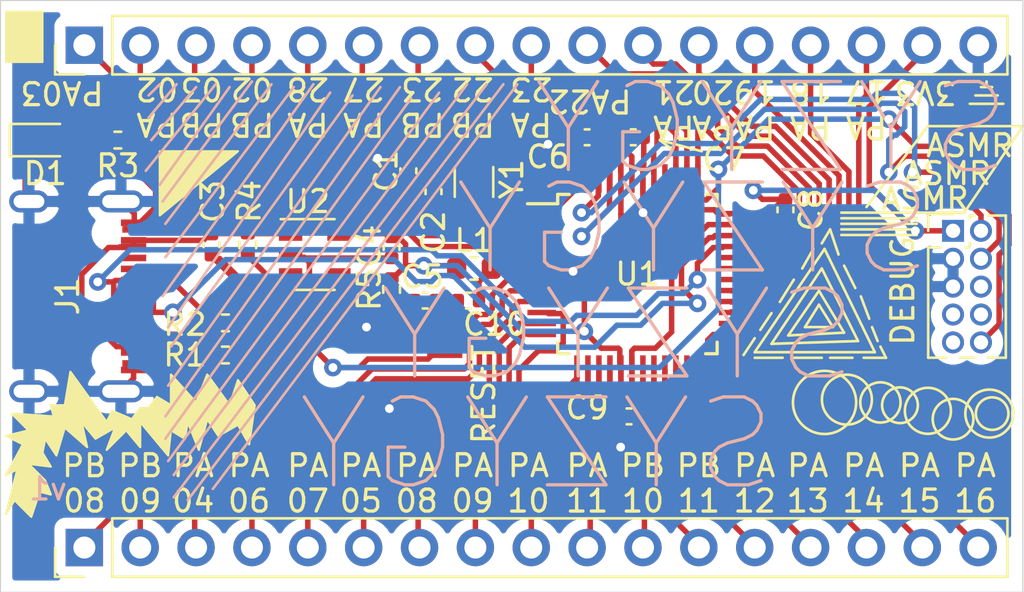
<source format=kicad_pcb>
(kicad_pcb (version 20171130) (host pcbnew 5.1.9+dfsg1-1)

  (general
    (thickness 1.6)
    (drawings 115)
    (tracks 551)
    (zones 0)
    (modules 25)
    (nets 56)
  )

  (page A4)
  (layers
    (0 F.Cu signal hide)
    (31 B.Cu power hide)
    (32 B.Adhes user)
    (33 F.Adhes user)
    (34 B.Paste user)
    (35 F.Paste user)
    (36 B.SilkS user)
    (37 F.SilkS user)
    (38 B.Mask user)
    (39 F.Mask user)
    (40 Dwgs.User user)
    (41 Cmts.User user)
    (42 Eco1.User user)
    (43 Eco2.User user)
    (44 Edge.Cuts user)
    (45 Margin user)
    (46 B.CrtYd user)
    (47 F.CrtYd user)
    (48 B.Fab user)
    (49 F.Fab user)
  )

  (setup
    (last_trace_width 0.25)
    (trace_clearance 0.2)
    (zone_clearance 0.508)
    (zone_45_only no)
    (trace_min 0.2)
    (via_size 0.8)
    (via_drill 0.4)
    (via_min_size 0.4)
    (via_min_drill 0.3)
    (uvia_size 0.3)
    (uvia_drill 0.1)
    (uvias_allowed no)
    (uvia_min_size 0.2)
    (uvia_min_drill 0.1)
    (edge_width 0.05)
    (segment_width 0.2)
    (pcb_text_width 0.3)
    (pcb_text_size 1.5 1.5)
    (mod_edge_width 0.12)
    (mod_text_size 1 1)
    (mod_text_width 0.15)
    (pad_size 1.524 1.524)
    (pad_drill 0.762)
    (pad_to_mask_clearance 0)
    (aux_axis_origin 0 0)
    (visible_elements FFFFFF7F)
    (pcbplotparams
      (layerselection 0x010fc_ffffffff)
      (usegerberextensions true)
      (usegerberattributes true)
      (usegerberadvancedattributes true)
      (creategerberjobfile true)
      (excludeedgelayer true)
      (linewidth 0.100000)
      (plotframeref false)
      (viasonmask false)
      (mode 1)
      (useauxorigin false)
      (hpglpennumber 1)
      (hpglpenspeed 20)
      (hpglpendiameter 15.000000)
      (psnegative false)
      (psa4output false)
      (plotreference true)
      (plotvalue true)
      (plotinvisibletext false)
      (padsonsilk false)
      (subtractmaskfromsilk true)
      (outputformat 1)
      (mirror false)
      (drillshape 0)
      (scaleselection 1)
      (outputdirectory "gerbers/"))
  )

  (net 0 "")
  (net 1 GND)
  (net 2 XIN32)
  (net 3 XOUT32)
  (net 4 VDD)
  (net 5 +3V3)
  (net 6 RESET)
  (net 7 "Net-(C7-Pad1)")
  (net 8 VDDA)
  (net 9 "Net-(D1-Pad2)")
  (net 10 "Net-(J1-PadB5)")
  (net 11 "Net-(J1-PadA8)")
  (net 12 D+)
  (net 13 D-)
  (net 14 "Net-(J1-PadA5)")
  (net 15 "Net-(J1-PadB8)")
  (net 16 PA18)
  (net 17 PA17)
  (net 18 PA16)
  (net 19 PA15)
  (net 20 PA14)
  (net 21 PA13)
  (net 22 PA12)
  (net 23 PA11)
  (net 24 PA10)
  (net 25 PA09)
  (net 26 PA08)
  (net 27 PA07)
  (net 28 PA06)
  (net 29 PA05)
  (net 30 PA04)
  (net 31 PA03)
  (net 32 PA02)
  (net 33 PB23)
  (net 34 PB22)
  (net 35 PB11)
  (net 36 PB10)
  (net 37 PB09)
  (net 38 PB08)
  (net 39 PB03)
  (net 40 PB02)
  (net 41 PA27)
  (net 42 PA28)
  (net 43 PA19)
  (net 44 PA20)
  (net 45 PA21)
  (net 46 PA22)
  (net 47 PA23)
  (net 48 "Net-(J4-Pad9)")
  (net 49 "Net-(J4-Pad8)")
  (net 50 "Net-(J4-Pad7)")
  (net 51 "Net-(J4-Pad6)")
  (net 52 SWCLK)
  (net 53 SWDIO)
  (net 54 "Net-(R4-Pad1)")
  (net 55 "Net-(U2-Pad4)")

  (net_class Default "This is the default net class."
    (clearance 0.2)
    (trace_width 0.25)
    (via_dia 0.8)
    (via_drill 0.4)
    (uvia_dia 0.3)
    (uvia_drill 0.1)
    (add_net +3V3)
    (add_net D+)
    (add_net D-)
    (add_net GND)
    (add_net "Net-(C7-Pad1)")
    (add_net "Net-(D1-Pad2)")
    (add_net "Net-(J1-PadA5)")
    (add_net "Net-(J1-PadA8)")
    (add_net "Net-(J1-PadB5)")
    (add_net "Net-(J1-PadB8)")
    (add_net "Net-(J4-Pad6)")
    (add_net "Net-(J4-Pad7)")
    (add_net "Net-(J4-Pad8)")
    (add_net "Net-(J4-Pad9)")
    (add_net "Net-(R4-Pad1)")
    (add_net "Net-(U2-Pad4)")
    (add_net PA02)
    (add_net PA03)
    (add_net PA04)
    (add_net PA05)
    (add_net PA06)
    (add_net PA07)
    (add_net PA08)
    (add_net PA09)
    (add_net PA10)
    (add_net PA11)
    (add_net PA12)
    (add_net PA13)
    (add_net PA14)
    (add_net PA15)
    (add_net PA16)
    (add_net PA17)
    (add_net PA18)
    (add_net PA19)
    (add_net PA20)
    (add_net PA21)
    (add_net PA22)
    (add_net PA23)
    (add_net PA27)
    (add_net PA28)
    (add_net PB02)
    (add_net PB03)
    (add_net PB08)
    (add_net PB09)
    (add_net PB10)
    (add_net PB11)
    (add_net PB22)
    (add_net PB23)
    (add_net RESET)
    (add_net SWCLK)
    (add_net SWDIO)
    (add_net VDD)
    (add_net VDDA)
    (add_net XIN32)
    (add_net XOUT32)
  )

  (module Crystal:Crystal_SMD_3215-2Pin_3.2x1.5mm (layer F.Cu) (tedit 5A0FD1B2) (tstamp 61E23432)
    (at 101.5365 79.883 90)
    (descr "SMD Crystal FC-135 https://support.epson.biz/td/api/doc_check.php?dl=brief_FC-135R_en.pdf")
    (tags "SMD SMT Crystal")
    (path /61EB4028)
    (attr smd)
    (fp_text reference Y1 (at 0.127 1.7145 90) (layer F.SilkS)
      (effects (font (size 1 1) (thickness 0.15)))
    )
    (fp_text value 32.768kHz (at 0 2 90) (layer F.Fab)
      (effects (font (size 1 1) (thickness 0.15)))
    )
    (fp_line (start -2 -1.15) (end 2 -1.15) (layer F.CrtYd) (width 0.05))
    (fp_line (start -1.6 -0.75) (end -1.6 0.75) (layer F.Fab) (width 0.1))
    (fp_line (start -0.675 0.875) (end 0.675 0.875) (layer F.SilkS) (width 0.12))
    (fp_line (start -0.675 -0.875) (end 0.675 -0.875) (layer F.SilkS) (width 0.12))
    (fp_line (start 1.6 -0.75) (end 1.6 0.75) (layer F.Fab) (width 0.1))
    (fp_line (start -1.6 -0.75) (end 1.6 -0.75) (layer F.Fab) (width 0.1))
    (fp_line (start -1.6 0.75) (end 1.6 0.75) (layer F.Fab) (width 0.1))
    (fp_line (start -2 1.15) (end 2 1.15) (layer F.CrtYd) (width 0.05))
    (fp_line (start -2 -1.15) (end -2 1.15) (layer F.CrtYd) (width 0.05))
    (fp_line (start 2 -1.15) (end 2 1.15) (layer F.CrtYd) (width 0.05))
    (fp_text user %R (at 0 -2 90) (layer F.Fab)
      (effects (font (size 1 1) (thickness 0.15)))
    )
    (pad 2 smd rect (at -1.25 0 90) (size 1 1.8) (layers F.Cu F.Paste F.Mask)
      (net 3 XOUT32))
    (pad 1 smd rect (at 1.25 0 90) (size 1 1.8) (layers F.Cu F.Paste F.Mask)
      (net 2 XIN32))
    (model ${KISYS3DMOD}/Crystal.3dshapes/Crystal_SMD_3215-2Pin_3.2x1.5mm.wrl
      (at (xyz 0 0 0))
      (scale (xyz 1 1 1))
      (rotate (xyz 0 0 0))
    )
  )

  (module Package_TO_SOT_SMD:SOT-23-5 (layer F.Cu) (tedit 5A02FF57) (tstamp 61E23421)
    (at 94.2975 83.185)
    (descr "5-pin SOT23 package")
    (tags SOT-23-5)
    (path /61E21972)
    (attr smd)
    (fp_text reference U2 (at -0.3175 -2.413) (layer F.SilkS)
      (effects (font (size 1 1) (thickness 0.15)))
    )
    (fp_text value NJM2866F33 (at 0 2.9) (layer F.Fab)
      (effects (font (size 1 1) (thickness 0.15)))
    )
    (fp_line (start -0.9 1.61) (end 0.9 1.61) (layer F.SilkS) (width 0.12))
    (fp_line (start 0.9 -1.61) (end -1.55 -1.61) (layer F.SilkS) (width 0.12))
    (fp_line (start -1.9 -1.8) (end 1.9 -1.8) (layer F.CrtYd) (width 0.05))
    (fp_line (start 1.9 -1.8) (end 1.9 1.8) (layer F.CrtYd) (width 0.05))
    (fp_line (start 1.9 1.8) (end -1.9 1.8) (layer F.CrtYd) (width 0.05))
    (fp_line (start -1.9 1.8) (end -1.9 -1.8) (layer F.CrtYd) (width 0.05))
    (fp_line (start -0.9 -0.9) (end -0.25 -1.55) (layer F.Fab) (width 0.1))
    (fp_line (start 0.9 -1.55) (end -0.25 -1.55) (layer F.Fab) (width 0.1))
    (fp_line (start -0.9 -0.9) (end -0.9 1.55) (layer F.Fab) (width 0.1))
    (fp_line (start 0.9 1.55) (end -0.9 1.55) (layer F.Fab) (width 0.1))
    (fp_line (start 0.9 -1.55) (end 0.9 1.55) (layer F.Fab) (width 0.1))
    (fp_text user %R (at 0 0 90) (layer F.Fab)
      (effects (font (size 0.5 0.5) (thickness 0.075)))
    )
    (pad 5 smd rect (at 1.1 -0.95) (size 1.06 0.65) (layers F.Cu F.Paste F.Mask)
      (net 5 +3V3))
    (pad 4 smd rect (at 1.1 0.95) (size 1.06 0.65) (layers F.Cu F.Paste F.Mask)
      (net 55 "Net-(U2-Pad4)"))
    (pad 3 smd rect (at -1.1 0.95) (size 1.06 0.65) (layers F.Cu F.Paste F.Mask)
      (net 54 "Net-(R4-Pad1)"))
    (pad 2 smd rect (at -1.1 0) (size 1.06 0.65) (layers F.Cu F.Paste F.Mask)
      (net 1 GND))
    (pad 1 smd rect (at -1.1 -0.95) (size 1.06 0.65) (layers F.Cu F.Paste F.Mask)
      (net 4 VDD))
    (model ${KISYS3DMOD}/Package_TO_SOT_SMD.3dshapes/SOT-23-5.wrl
      (at (xyz 0 0 0))
      (scale (xyz 1 1 1))
      (rotate (xyz 0 0 0))
    )
  )

  (module Package_QFP:TQFP-48_7x7mm_P0.5mm (layer F.Cu) (tedit 5A02F146) (tstamp 61E2340C)
    (at 108.966 84.074)
    (descr "48 LEAD TQFP 7x7mm (see MICREL TQFP7x7-48LD-PL-1.pdf)")
    (tags "QFP 0.5")
    (path /61E1C348)
    (attr smd)
    (fp_text reference U1 (at 0 0) (layer F.SilkS)
      (effects (font (size 1 1) (thickness 0.15)))
    )
    (fp_text value ATSAMD21G17D-A (at 0 6) (layer F.Fab)
      (effects (font (size 1 1) (thickness 0.15)))
    )
    (fp_line (start -2.5 -3.5) (end 3.5 -3.5) (layer F.Fab) (width 0.15))
    (fp_line (start 3.5 -3.5) (end 3.5 3.5) (layer F.Fab) (width 0.15))
    (fp_line (start 3.5 3.5) (end -3.5 3.5) (layer F.Fab) (width 0.15))
    (fp_line (start -3.5 3.5) (end -3.5 -2.5) (layer F.Fab) (width 0.15))
    (fp_line (start -3.5 -2.5) (end -2.5 -3.5) (layer F.Fab) (width 0.15))
    (fp_line (start -5.25 -5.25) (end -5.25 5.25) (layer F.CrtYd) (width 0.05))
    (fp_line (start 5.25 -5.25) (end 5.25 5.25) (layer F.CrtYd) (width 0.05))
    (fp_line (start -5.25 -5.25) (end 5.25 -5.25) (layer F.CrtYd) (width 0.05))
    (fp_line (start -5.25 5.25) (end 5.25 5.25) (layer F.CrtYd) (width 0.05))
    (fp_line (start -3.625 -3.625) (end -3.625 -3.2) (layer F.SilkS) (width 0.15))
    (fp_line (start 3.625 -3.625) (end 3.625 -3.1) (layer F.SilkS) (width 0.15))
    (fp_line (start 3.625 3.625) (end 3.625 3.1) (layer F.SilkS) (width 0.15))
    (fp_line (start -3.625 3.625) (end -3.625 3.1) (layer F.SilkS) (width 0.15))
    (fp_line (start -3.625 -3.625) (end -3.1 -3.625) (layer F.SilkS) (width 0.15))
    (fp_line (start -3.625 3.625) (end -3.1 3.625) (layer F.SilkS) (width 0.15))
    (fp_line (start 3.625 3.625) (end 3.1 3.625) (layer F.SilkS) (width 0.15))
    (fp_line (start 3.625 -3.625) (end 3.1 -3.625) (layer F.SilkS) (width 0.15))
    (fp_line (start -3.625 -3.2) (end -5 -3.2) (layer F.SilkS) (width 0.15))
    (fp_text user %R (at 0 0) (layer F.Fab)
      (effects (font (size 1 1) (thickness 0.15)))
    )
    (pad 48 smd rect (at -2.75 -4.35 90) (size 1.3 0.25) (layers F.Cu F.Paste F.Mask)
      (net 39 PB03))
    (pad 47 smd rect (at -2.25 -4.35 90) (size 1.3 0.25) (layers F.Cu F.Paste F.Mask)
      (net 40 PB02))
    (pad 46 smd rect (at -1.75 -4.35 90) (size 1.3 0.25) (layers F.Cu F.Paste F.Mask)
      (net 53 SWDIO))
    (pad 45 smd rect (at -1.25 -4.35 90) (size 1.3 0.25) (layers F.Cu F.Paste F.Mask)
      (net 52 SWCLK))
    (pad 44 smd rect (at -0.75 -4.35 90) (size 1.3 0.25) (layers F.Cu F.Paste F.Mask)
      (net 5 +3V3))
    (pad 43 smd rect (at -0.25 -4.35 90) (size 1.3 0.25) (layers F.Cu F.Paste F.Mask)
      (net 7 "Net-(C7-Pad1)"))
    (pad 42 smd rect (at 0.25 -4.35 90) (size 1.3 0.25) (layers F.Cu F.Paste F.Mask)
      (net 1 GND))
    (pad 41 smd rect (at 0.75 -4.35 90) (size 1.3 0.25) (layers F.Cu F.Paste F.Mask)
      (net 42 PA28))
    (pad 40 smd rect (at 1.25 -4.35 90) (size 1.3 0.25) (layers F.Cu F.Paste F.Mask)
      (net 6 RESET))
    (pad 39 smd rect (at 1.75 -4.35 90) (size 1.3 0.25) (layers F.Cu F.Paste F.Mask)
      (net 41 PA27))
    (pad 38 smd rect (at 2.25 -4.35 90) (size 1.3 0.25) (layers F.Cu F.Paste F.Mask)
      (net 33 PB23))
    (pad 37 smd rect (at 2.75 -4.35 90) (size 1.3 0.25) (layers F.Cu F.Paste F.Mask)
      (net 34 PB22))
    (pad 36 smd rect (at 4.35 -2.75) (size 1.3 0.25) (layers F.Cu F.Paste F.Mask)
      (net 5 +3V3))
    (pad 35 smd rect (at 4.35 -2.25) (size 1.3 0.25) (layers F.Cu F.Paste F.Mask)
      (net 1 GND))
    (pad 34 smd rect (at 4.35 -1.75) (size 1.3 0.25) (layers F.Cu F.Paste F.Mask)
      (net 12 D+))
    (pad 33 smd rect (at 4.35 -1.25) (size 1.3 0.25) (layers F.Cu F.Paste F.Mask)
      (net 13 D-))
    (pad 32 smd rect (at 4.35 -0.75) (size 1.3 0.25) (layers F.Cu F.Paste F.Mask)
      (net 47 PA23))
    (pad 31 smd rect (at 4.35 -0.25) (size 1.3 0.25) (layers F.Cu F.Paste F.Mask)
      (net 46 PA22))
    (pad 30 smd rect (at 4.35 0.25) (size 1.3 0.25) (layers F.Cu F.Paste F.Mask)
      (net 45 PA21))
    (pad 29 smd rect (at 4.35 0.75) (size 1.3 0.25) (layers F.Cu F.Paste F.Mask)
      (net 44 PA20))
    (pad 28 smd rect (at 4.35 1.25) (size 1.3 0.25) (layers F.Cu F.Paste F.Mask)
      (net 43 PA19))
    (pad 27 smd rect (at 4.35 1.75) (size 1.3 0.25) (layers F.Cu F.Paste F.Mask)
      (net 16 PA18))
    (pad 26 smd rect (at 4.35 2.25) (size 1.3 0.25) (layers F.Cu F.Paste F.Mask)
      (net 17 PA17))
    (pad 25 smd rect (at 4.35 2.75) (size 1.3 0.25) (layers F.Cu F.Paste F.Mask)
      (net 18 PA16))
    (pad 24 smd rect (at 2.75 4.35 90) (size 1.3 0.25) (layers F.Cu F.Paste F.Mask)
      (net 19 PA15))
    (pad 23 smd rect (at 2.25 4.35 90) (size 1.3 0.25) (layers F.Cu F.Paste F.Mask)
      (net 20 PA14))
    (pad 22 smd rect (at 1.75 4.35 90) (size 1.3 0.25) (layers F.Cu F.Paste F.Mask)
      (net 21 PA13))
    (pad 21 smd rect (at 1.25 4.35 90) (size 1.3 0.25) (layers F.Cu F.Paste F.Mask)
      (net 22 PA12))
    (pad 20 smd rect (at 0.75 4.35 90) (size 1.3 0.25) (layers F.Cu F.Paste F.Mask)
      (net 35 PB11))
    (pad 19 smd rect (at 0.25 4.35 90) (size 1.3 0.25) (layers F.Cu F.Paste F.Mask)
      (net 36 PB10))
    (pad 18 smd rect (at -0.25 4.35 90) (size 1.3 0.25) (layers F.Cu F.Paste F.Mask)
      (net 1 GND))
    (pad 17 smd rect (at -0.75 4.35 90) (size 1.3 0.25) (layers F.Cu F.Paste F.Mask)
      (net 5 +3V3))
    (pad 16 smd rect (at -1.25 4.35 90) (size 1.3 0.25) (layers F.Cu F.Paste F.Mask)
      (net 23 PA11))
    (pad 15 smd rect (at -1.75 4.35 90) (size 1.3 0.25) (layers F.Cu F.Paste F.Mask)
      (net 24 PA10))
    (pad 14 smd rect (at -2.25 4.35 90) (size 1.3 0.25) (layers F.Cu F.Paste F.Mask)
      (net 25 PA09))
    (pad 13 smd rect (at -2.75 4.35 90) (size 1.3 0.25) (layers F.Cu F.Paste F.Mask)
      (net 26 PA08))
    (pad 12 smd rect (at -4.35 2.75) (size 1.3 0.25) (layers F.Cu F.Paste F.Mask)
      (net 27 PA07))
    (pad 11 smd rect (at -4.35 2.25) (size 1.3 0.25) (layers F.Cu F.Paste F.Mask)
      (net 28 PA06))
    (pad 10 smd rect (at -4.35 1.75) (size 1.3 0.25) (layers F.Cu F.Paste F.Mask)
      (net 29 PA05))
    (pad 9 smd rect (at -4.35 1.25) (size 1.3 0.25) (layers F.Cu F.Paste F.Mask)
      (net 30 PA04))
    (pad 8 smd rect (at -4.35 0.75) (size 1.3 0.25) (layers F.Cu F.Paste F.Mask)
      (net 37 PB09))
    (pad 7 smd rect (at -4.35 0.25) (size 1.3 0.25) (layers F.Cu F.Paste F.Mask)
      (net 38 PB08))
    (pad 6 smd rect (at -4.35 -0.25) (size 1.3 0.25) (layers F.Cu F.Paste F.Mask)
      (net 8 VDDA))
    (pad 5 smd rect (at -4.35 -0.75) (size 1.3 0.25) (layers F.Cu F.Paste F.Mask)
      (net 1 GND))
    (pad 4 smd rect (at -4.35 -1.25) (size 1.3 0.25) (layers F.Cu F.Paste F.Mask)
      (net 31 PA03))
    (pad 3 smd rect (at -4.35 -1.75) (size 1.3 0.25) (layers F.Cu F.Paste F.Mask)
      (net 32 PA02))
    (pad 2 smd rect (at -4.35 -2.25) (size 1.3 0.25) (layers F.Cu F.Paste F.Mask)
      (net 3 XOUT32))
    (pad 1 smd rect (at -4.35 -2.75) (size 1.3 0.25) (layers F.Cu F.Paste F.Mask)
      (net 2 XIN32))
    (model ${KISYS3DMOD}/Package_QFP.3dshapes/TQFP-48_7x7mm_P0.5mm.wrl
      (at (xyz 0 0 0))
      (scale (xyz 1 1 1))
      (rotate (xyz 0 0 0))
    )
  )

  (module ASMR_footprints:SW_Push_TL3305 (layer F.Cu) (tedit 61A685EB) (tstamp 61E233C5)
    (at 96.647 88.4555)
    (path /61E5058E)
    (fp_text reference RESET (at 5.334 1.0795 90) (layer F.SilkS)
      (effects (font (size 1 1) (thickness 0.15)))
    )
    (fp_text value SW_SPST (at 0 4) (layer F.Fab)
      (effects (font (size 1 1) (thickness 0.15)))
    )
    (fp_line (start -4 3) (end 3.75 3) (layer F.CrtYd) (width 0.05))
    (fp_line (start 3.75 3) (end 3.75 -2.5) (layer F.CrtYd) (width 0.05))
    (fp_line (start 3.75 -2.5) (end -4 -2.5) (layer F.CrtYd) (width 0.05))
    (fp_line (start -4 -2.5) (end -4 3) (layer F.CrtYd) (width 0.05))
    (fp_circle (center -0.150581 0.25) (end -1.400581 -1.5) (layer F.Fab) (width 0.12))
    (pad 2 smd rect (at 3.56 1.74) (size 1.6 1.4) (layers F.Cu F.Paste F.Mask)
      (net 1 GND))
    (pad 2 smd rect (at -3.64 1.74) (size 1.6 1.4) (layers F.Cu F.Paste F.Mask)
      (net 1 GND))
    (pad 1 smd rect (at 3.56 -1.26) (size 1.6 1.4) (layers F.Cu F.Paste F.Mask)
      (net 6 RESET))
    (pad 1 smd rect (at -3.64 -1.26) (size 1.6 1.4) (layers F.Cu F.Paste F.Mask)
      (net 6 RESET))
  )

  (module Resistor_SMD:R_0402_1005Metric (layer F.Cu) (tedit 5F68FEEE) (tstamp 61E233B8)
    (at 97.79 84.7725 270)
    (descr "Resistor SMD 0402 (1005 Metric), square (rectangular) end terminal, IPC_7351 nominal, (Body size source: IPC-SM-782 page 72, https://www.pcb-3d.com/wordpress/wp-content/uploads/ipc-sm-782a_amendment_1_and_2.pdf), generated with kicad-footprint-generator")
    (tags resistor)
    (path /61E4E728)
    (attr smd)
    (fp_text reference R5 (at 0 1.016 90) (layer F.SilkS)
      (effects (font (size 1 1) (thickness 0.15)))
    )
    (fp_text value 4.7K (at 0 1.17 90) (layer F.Fab)
      (effects (font (size 1 1) (thickness 0.15)))
    )
    (fp_line (start -0.525 0.27) (end -0.525 -0.27) (layer F.Fab) (width 0.1))
    (fp_line (start -0.525 -0.27) (end 0.525 -0.27) (layer F.Fab) (width 0.1))
    (fp_line (start 0.525 -0.27) (end 0.525 0.27) (layer F.Fab) (width 0.1))
    (fp_line (start 0.525 0.27) (end -0.525 0.27) (layer F.Fab) (width 0.1))
    (fp_line (start -0.153641 -0.38) (end 0.153641 -0.38) (layer F.SilkS) (width 0.12))
    (fp_line (start -0.153641 0.38) (end 0.153641 0.38) (layer F.SilkS) (width 0.12))
    (fp_line (start -0.93 0.47) (end -0.93 -0.47) (layer F.CrtYd) (width 0.05))
    (fp_line (start -0.93 -0.47) (end 0.93 -0.47) (layer F.CrtYd) (width 0.05))
    (fp_line (start 0.93 -0.47) (end 0.93 0.47) (layer F.CrtYd) (width 0.05))
    (fp_line (start 0.93 0.47) (end -0.93 0.47) (layer F.CrtYd) (width 0.05))
    (fp_text user %R (at 0 0 90) (layer F.Fab)
      (effects (font (size 0.26 0.26) (thickness 0.04)))
    )
    (pad 2 smd roundrect (at 0.51 0 270) (size 0.54 0.64) (layers F.Cu F.Paste F.Mask) (roundrect_rratio 0.25)
      (net 6 RESET))
    (pad 1 smd roundrect (at -0.51 0 270) (size 0.54 0.64) (layers F.Cu F.Paste F.Mask) (roundrect_rratio 0.25)
      (net 5 +3V3))
    (model ${KISYS3DMOD}/Resistor_SMD.3dshapes/R_0402_1005Metric.wrl
      (at (xyz 0 0 0))
      (scale (xyz 1 1 1))
      (rotate (xyz 0 0 0))
    )
  )

  (module Resistor_SMD:R_0402_1005Metric (layer F.Cu) (tedit 5F68FEEE) (tstamp 61E233A7)
    (at 91.2495 82.7405 90)
    (descr "Resistor SMD 0402 (1005 Metric), square (rectangular) end terminal, IPC_7351 nominal, (Body size source: IPC-SM-782 page 72, https://www.pcb-3d.com/wordpress/wp-content/uploads/ipc-sm-782a_amendment_1_and_2.pdf), generated with kicad-footprint-generator")
    (tags resistor)
    (path /61E3906E)
    (attr smd)
    (fp_text reference R4 (at 1.9685 0.0635 90) (layer F.SilkS)
      (effects (font (size 1 1) (thickness 0.15)))
    )
    (fp_text value 10K (at 0 1.17 90) (layer F.Fab)
      (effects (font (size 1 1) (thickness 0.15)))
    )
    (fp_line (start -0.525 0.27) (end -0.525 -0.27) (layer F.Fab) (width 0.1))
    (fp_line (start -0.525 -0.27) (end 0.525 -0.27) (layer F.Fab) (width 0.1))
    (fp_line (start 0.525 -0.27) (end 0.525 0.27) (layer F.Fab) (width 0.1))
    (fp_line (start 0.525 0.27) (end -0.525 0.27) (layer F.Fab) (width 0.1))
    (fp_line (start -0.153641 -0.38) (end 0.153641 -0.38) (layer F.SilkS) (width 0.12))
    (fp_line (start -0.153641 0.38) (end 0.153641 0.38) (layer F.SilkS) (width 0.12))
    (fp_line (start -0.93 0.47) (end -0.93 -0.47) (layer F.CrtYd) (width 0.05))
    (fp_line (start -0.93 -0.47) (end 0.93 -0.47) (layer F.CrtYd) (width 0.05))
    (fp_line (start 0.93 -0.47) (end 0.93 0.47) (layer F.CrtYd) (width 0.05))
    (fp_line (start 0.93 0.47) (end -0.93 0.47) (layer F.CrtYd) (width 0.05))
    (fp_text user %R (at 0 0 90) (layer F.Fab)
      (effects (font (size 0.26 0.26) (thickness 0.04)))
    )
    (pad 2 smd roundrect (at 0.51 0 90) (size 0.54 0.64) (layers F.Cu F.Paste F.Mask) (roundrect_rratio 0.25)
      (net 4 VDD))
    (pad 1 smd roundrect (at -0.51 0 90) (size 0.54 0.64) (layers F.Cu F.Paste F.Mask) (roundrect_rratio 0.25)
      (net 54 "Net-(R4-Pad1)"))
    (model ${KISYS3DMOD}/Resistor_SMD.3dshapes/R_0402_1005Metric.wrl
      (at (xyz 0 0 0))
      (scale (xyz 1 1 1))
      (rotate (xyz 0 0 0))
    )
  )

  (module Resistor_SMD:R_0402_1005Metric (layer F.Cu) (tedit 5F68FEEE) (tstamp 61E23396)
    (at 85.344 77.978 180)
    (descr "Resistor SMD 0402 (1005 Metric), square (rectangular) end terminal, IPC_7351 nominal, (Body size source: IPC-SM-782 page 72, https://www.pcb-3d.com/wordpress/wp-content/uploads/ipc-sm-782a_amendment_1_and_2.pdf), generated with kicad-footprint-generator")
    (tags resistor)
    (path /61E5921B)
    (attr smd)
    (fp_text reference R3 (at 0 -1.17) (layer F.SilkS)
      (effects (font (size 1 1) (thickness 0.15)))
    )
    (fp_text value 100 (at 0 1.17) (layer F.Fab)
      (effects (font (size 1 1) (thickness 0.15)))
    )
    (fp_line (start -0.525 0.27) (end -0.525 -0.27) (layer F.Fab) (width 0.1))
    (fp_line (start -0.525 -0.27) (end 0.525 -0.27) (layer F.Fab) (width 0.1))
    (fp_line (start 0.525 -0.27) (end 0.525 0.27) (layer F.Fab) (width 0.1))
    (fp_line (start 0.525 0.27) (end -0.525 0.27) (layer F.Fab) (width 0.1))
    (fp_line (start -0.153641 -0.38) (end 0.153641 -0.38) (layer F.SilkS) (width 0.12))
    (fp_line (start -0.153641 0.38) (end 0.153641 0.38) (layer F.SilkS) (width 0.12))
    (fp_line (start -0.93 0.47) (end -0.93 -0.47) (layer F.CrtYd) (width 0.05))
    (fp_line (start -0.93 -0.47) (end 0.93 -0.47) (layer F.CrtYd) (width 0.05))
    (fp_line (start 0.93 -0.47) (end 0.93 0.47) (layer F.CrtYd) (width 0.05))
    (fp_line (start 0.93 0.47) (end -0.93 0.47) (layer F.CrtYd) (width 0.05))
    (fp_text user %R (at 0 0) (layer F.Fab)
      (effects (font (size 0.26 0.26) (thickness 0.04)))
    )
    (pad 2 smd roundrect (at 0.51 0 180) (size 0.54 0.64) (layers F.Cu F.Paste F.Mask) (roundrect_rratio 0.25)
      (net 9 "Net-(D1-Pad2)"))
    (pad 1 smd roundrect (at -0.51 0 180) (size 0.54 0.64) (layers F.Cu F.Paste F.Mask) (roundrect_rratio 0.25)
      (net 5 +3V3))
    (model ${KISYS3DMOD}/Resistor_SMD.3dshapes/R_0402_1005Metric.wrl
      (at (xyz 0 0 0))
      (scale (xyz 1 1 1))
      (rotate (xyz 0 0 0))
    )
  )

  (module Resistor_SMD:R_0402_1005Metric (layer F.Cu) (tedit 5F68FEEE) (tstamp 61E23385)
    (at 90.2355 86.2965)
    (descr "Resistor SMD 0402 (1005 Metric), square (rectangular) end terminal, IPC_7351 nominal, (Body size source: IPC-SM-782 page 72, https://www.pcb-3d.com/wordpress/wp-content/uploads/ipc-sm-782a_amendment_1_and_2.pdf), generated with kicad-footprint-generator")
    (tags resistor)
    (path /61E2DD68)
    (attr smd)
    (fp_text reference R2 (at -1.8435 0.0635) (layer F.SilkS)
      (effects (font (size 1 1) (thickness 0.15)))
    )
    (fp_text value 5.1K (at 0 1.17) (layer F.Fab)
      (effects (font (size 1 1) (thickness 0.15)))
    )
    (fp_line (start -0.525 0.27) (end -0.525 -0.27) (layer F.Fab) (width 0.1))
    (fp_line (start -0.525 -0.27) (end 0.525 -0.27) (layer F.Fab) (width 0.1))
    (fp_line (start 0.525 -0.27) (end 0.525 0.27) (layer F.Fab) (width 0.1))
    (fp_line (start 0.525 0.27) (end -0.525 0.27) (layer F.Fab) (width 0.1))
    (fp_line (start -0.153641 -0.38) (end 0.153641 -0.38) (layer F.SilkS) (width 0.12))
    (fp_line (start -0.153641 0.38) (end 0.153641 0.38) (layer F.SilkS) (width 0.12))
    (fp_line (start -0.93 0.47) (end -0.93 -0.47) (layer F.CrtYd) (width 0.05))
    (fp_line (start -0.93 -0.47) (end 0.93 -0.47) (layer F.CrtYd) (width 0.05))
    (fp_line (start 0.93 -0.47) (end 0.93 0.47) (layer F.CrtYd) (width 0.05))
    (fp_line (start 0.93 0.47) (end -0.93 0.47) (layer F.CrtYd) (width 0.05))
    (fp_text user %R (at 0 0) (layer F.Fab)
      (effects (font (size 0.26 0.26) (thickness 0.04)))
    )
    (pad 2 smd roundrect (at 0.51 0) (size 0.54 0.64) (layers F.Cu F.Paste F.Mask) (roundrect_rratio 0.25)
      (net 1 GND))
    (pad 1 smd roundrect (at -0.51 0) (size 0.54 0.64) (layers F.Cu F.Paste F.Mask) (roundrect_rratio 0.25)
      (net 14 "Net-(J1-PadA5)"))
    (model ${KISYS3DMOD}/Resistor_SMD.3dshapes/R_0402_1005Metric.wrl
      (at (xyz 0 0 0))
      (scale (xyz 1 1 1))
      (rotate (xyz 0 0 0))
    )
  )

  (module Resistor_SMD:R_0402_1005Metric (layer F.Cu) (tedit 5F68FEEE) (tstamp 61E23374)
    (at 90.2335 87.757)
    (descr "Resistor SMD 0402 (1005 Metric), square (rectangular) end terminal, IPC_7351 nominal, (Body size source: IPC-SM-782 page 72, https://www.pcb-3d.com/wordpress/wp-content/uploads/ipc-sm-782a_amendment_1_and_2.pdf), generated with kicad-footprint-generator")
    (tags resistor)
    (path /61E2C2A0)
    (attr smd)
    (fp_text reference R1 (at -1.8415 0) (layer F.SilkS)
      (effects (font (size 1 1) (thickness 0.15)))
    )
    (fp_text value 5.1K (at 0 1.17) (layer F.Fab)
      (effects (font (size 1 1) (thickness 0.15)))
    )
    (fp_line (start -0.525 0.27) (end -0.525 -0.27) (layer F.Fab) (width 0.1))
    (fp_line (start -0.525 -0.27) (end 0.525 -0.27) (layer F.Fab) (width 0.1))
    (fp_line (start 0.525 -0.27) (end 0.525 0.27) (layer F.Fab) (width 0.1))
    (fp_line (start 0.525 0.27) (end -0.525 0.27) (layer F.Fab) (width 0.1))
    (fp_line (start -0.153641 -0.38) (end 0.153641 -0.38) (layer F.SilkS) (width 0.12))
    (fp_line (start -0.153641 0.38) (end 0.153641 0.38) (layer F.SilkS) (width 0.12))
    (fp_line (start -0.93 0.47) (end -0.93 -0.47) (layer F.CrtYd) (width 0.05))
    (fp_line (start -0.93 -0.47) (end 0.93 -0.47) (layer F.CrtYd) (width 0.05))
    (fp_line (start 0.93 -0.47) (end 0.93 0.47) (layer F.CrtYd) (width 0.05))
    (fp_line (start 0.93 0.47) (end -0.93 0.47) (layer F.CrtYd) (width 0.05))
    (fp_text user %R (at 0 0) (layer F.Fab)
      (effects (font (size 0.26 0.26) (thickness 0.04)))
    )
    (pad 2 smd roundrect (at 0.51 0) (size 0.54 0.64) (layers F.Cu F.Paste F.Mask) (roundrect_rratio 0.25)
      (net 1 GND))
    (pad 1 smd roundrect (at -0.51 0) (size 0.54 0.64) (layers F.Cu F.Paste F.Mask) (roundrect_rratio 0.25)
      (net 10 "Net-(J1-PadB5)"))
    (model ${KISYS3DMOD}/Resistor_SMD.3dshapes/R_0402_1005Metric.wrl
      (at (xyz 0 0 0))
      (scale (xyz 1 1 1))
      (rotate (xyz 0 0 0))
    )
  )

  (module Inductor_SMD:L_0603_1608Metric (layer F.Cu) (tedit 5F68FEF0) (tstamp 61E23363)
    (at 101.5365 83.82)
    (descr "Inductor SMD 0603 (1608 Metric), square (rectangular) end terminal, IPC_7351 nominal, (Body size source: http://www.tortai-tech.com/upload/download/2011102023233369053.pdf), generated with kicad-footprint-generator")
    (tags inductor)
    (path /61F0461D)
    (attr smd)
    (fp_text reference L1 (at 0 -1.27) (layer F.SilkS)
      (effects (font (size 1 1) (thickness 0.15)))
    )
    (fp_text value FB-30Ohm (at 0 1.43) (layer F.Fab)
      (effects (font (size 1 1) (thickness 0.15)))
    )
    (fp_line (start -0.8 0.4) (end -0.8 -0.4) (layer F.Fab) (width 0.1))
    (fp_line (start -0.8 -0.4) (end 0.8 -0.4) (layer F.Fab) (width 0.1))
    (fp_line (start 0.8 -0.4) (end 0.8 0.4) (layer F.Fab) (width 0.1))
    (fp_line (start 0.8 0.4) (end -0.8 0.4) (layer F.Fab) (width 0.1))
    (fp_line (start -0.162779 -0.51) (end 0.162779 -0.51) (layer F.SilkS) (width 0.12))
    (fp_line (start -0.162779 0.51) (end 0.162779 0.51) (layer F.SilkS) (width 0.12))
    (fp_line (start -1.48 0.73) (end -1.48 -0.73) (layer F.CrtYd) (width 0.05))
    (fp_line (start -1.48 -0.73) (end 1.48 -0.73) (layer F.CrtYd) (width 0.05))
    (fp_line (start 1.48 -0.73) (end 1.48 0.73) (layer F.CrtYd) (width 0.05))
    (fp_line (start 1.48 0.73) (end -1.48 0.73) (layer F.CrtYd) (width 0.05))
    (fp_text user %R (at 0 0) (layer F.Fab)
      (effects (font (size 0.4 0.4) (thickness 0.06)))
    )
    (pad 2 smd roundrect (at 0.7875 0) (size 0.875 0.95) (layers F.Cu F.Paste F.Mask) (roundrect_rratio 0.25)
      (net 8 VDDA))
    (pad 1 smd roundrect (at -0.7875 0) (size 0.875 0.95) (layers F.Cu F.Paste F.Mask) (roundrect_rratio 0.25)
      (net 5 +3V3))
    (model ${KISYS3DMOD}/Inductor_SMD.3dshapes/L_0603_1608Metric.wrl
      (at (xyz 0 0 0))
      (scale (xyz 1 1 1))
      (rotate (xyz 0 0 0))
    )
  )

  (module Connector_PinHeader_1.27mm:PinHeader_2x05_P1.27mm_Vertical (layer F.Cu) (tedit 59FED6E3) (tstamp 61E23352)
    (at 123.317 82.1055)
    (descr "Through hole straight pin header, 2x05, 1.27mm pitch, double rows")
    (tags "Through hole pin header THT 2x05 1.27mm double row")
    (path /61E25140)
    (fp_text reference DEBUG (at -2.286 2.7305 90) (layer F.SilkS)
      (effects (font (size 1 1) (thickness 0.15)))
    )
    (fp_text value Conn_ARM_JTAG_SWD_10 (at 0.635 6.775) (layer F.Fab)
      (effects (font (size 1 1) (thickness 0.15)))
    )
    (fp_line (start -0.2175 -0.635) (end 2.34 -0.635) (layer F.Fab) (width 0.1))
    (fp_line (start 2.34 -0.635) (end 2.34 5.715) (layer F.Fab) (width 0.1))
    (fp_line (start 2.34 5.715) (end -1.07 5.715) (layer F.Fab) (width 0.1))
    (fp_line (start -1.07 5.715) (end -1.07 0.2175) (layer F.Fab) (width 0.1))
    (fp_line (start -1.07 0.2175) (end -0.2175 -0.635) (layer F.Fab) (width 0.1))
    (fp_line (start -1.13 5.775) (end -0.30753 5.775) (layer F.SilkS) (width 0.12))
    (fp_line (start 1.57753 5.775) (end 2.4 5.775) (layer F.SilkS) (width 0.12))
    (fp_line (start 0.30753 5.775) (end 0.96247 5.775) (layer F.SilkS) (width 0.12))
    (fp_line (start -1.13 0.76) (end -1.13 5.775) (layer F.SilkS) (width 0.12))
    (fp_line (start 2.4 -0.695) (end 2.4 5.775) (layer F.SilkS) (width 0.12))
    (fp_line (start -1.13 0.76) (end -0.563471 0.76) (layer F.SilkS) (width 0.12))
    (fp_line (start 0.563471 0.76) (end 0.706529 0.76) (layer F.SilkS) (width 0.12))
    (fp_line (start 0.76 0.706529) (end 0.76 0.563471) (layer F.SilkS) (width 0.12))
    (fp_line (start 0.76 -0.563471) (end 0.76 -0.695) (layer F.SilkS) (width 0.12))
    (fp_line (start 0.76 -0.695) (end 0.96247 -0.695) (layer F.SilkS) (width 0.12))
    (fp_line (start 1.57753 -0.695) (end 2.4 -0.695) (layer F.SilkS) (width 0.12))
    (fp_line (start -1.13 0) (end -1.13 -0.76) (layer F.SilkS) (width 0.12))
    (fp_line (start -1.13 -0.76) (end 0 -0.76) (layer F.SilkS) (width 0.12))
    (fp_line (start -1.6 -1.15) (end -1.6 6.25) (layer F.CrtYd) (width 0.05))
    (fp_line (start -1.6 6.25) (end 2.85 6.25) (layer F.CrtYd) (width 0.05))
    (fp_line (start 2.85 6.25) (end 2.85 -1.15) (layer F.CrtYd) (width 0.05))
    (fp_line (start 2.85 -1.15) (end -1.6 -1.15) (layer F.CrtYd) (width 0.05))
    (fp_text user %R (at 0.635 2.54 90) (layer F.Fab)
      (effects (font (size 1 1) (thickness 0.15)))
    )
    (pad 10 thru_hole oval (at 1.27 5.08) (size 1 1) (drill 0.65) (layers *.Cu *.Mask)
      (net 6 RESET))
    (pad 9 thru_hole oval (at 0 5.08) (size 1 1) (drill 0.65) (layers *.Cu *.Mask)
      (net 48 "Net-(J4-Pad9)"))
    (pad 8 thru_hole oval (at 1.27 3.81) (size 1 1) (drill 0.65) (layers *.Cu *.Mask)
      (net 49 "Net-(J4-Pad8)"))
    (pad 7 thru_hole oval (at 0 3.81) (size 1 1) (drill 0.65) (layers *.Cu *.Mask)
      (net 50 "Net-(J4-Pad7)"))
    (pad 6 thru_hole oval (at 1.27 2.54) (size 1 1) (drill 0.65) (layers *.Cu *.Mask)
      (net 51 "Net-(J4-Pad6)"))
    (pad 5 thru_hole oval (at 0 2.54) (size 1 1) (drill 0.65) (layers *.Cu *.Mask)
      (net 1 GND))
    (pad 4 thru_hole oval (at 1.27 1.27) (size 1 1) (drill 0.65) (layers *.Cu *.Mask)
      (net 52 SWCLK))
    (pad 3 thru_hole oval (at 0 1.27) (size 1 1) (drill 0.65) (layers *.Cu *.Mask)
      (net 1 GND))
    (pad 2 thru_hole oval (at 1.27 0) (size 1 1) (drill 0.65) (layers *.Cu *.Mask)
      (net 53 SWDIO))
    (pad 1 thru_hole rect (at 0 0) (size 1 1) (drill 0.65) (layers *.Cu *.Mask)
      (net 5 +3V3))
    (model ${KISYS3DMOD}/Connector_PinHeader_1.27mm.3dshapes/PinHeader_2x05_P1.27mm_Vertical.wrl
      (at (xyz 0 0 0))
      (scale (xyz 1 1 1))
      (rotate (xyz 0 0 0))
    )
  )

  (module Connector_PinHeader_2.54mm:PinHeader_1x17_P2.54mm_Vertical (layer F.Cu) (tedit 59FED5CC) (tstamp 61E2332D)
    (at 83.82 73.66 90)
    (descr "Through hole straight pin header, 1x17, 2.54mm pitch, single row")
    (tags "Through hole pin header THT 1x17 2.54mm single row")
    (path /61F3781B)
    (fp_text reference J3 (at 0 -2.33 90) (layer F.SilkS) hide
      (effects (font (size 1 1) (thickness 0.15)))
    )
    (fp_text value Conn_01x17_Female (at 0 42.97 90) (layer F.Fab)
      (effects (font (size 1 1) (thickness 0.15)))
    )
    (fp_line (start -0.635 -1.27) (end 1.27 -1.27) (layer F.Fab) (width 0.1))
    (fp_line (start 1.27 -1.27) (end 1.27 41.91) (layer F.Fab) (width 0.1))
    (fp_line (start 1.27 41.91) (end -1.27 41.91) (layer F.Fab) (width 0.1))
    (fp_line (start -1.27 41.91) (end -1.27 -0.635) (layer F.Fab) (width 0.1))
    (fp_line (start -1.27 -0.635) (end -0.635 -1.27) (layer F.Fab) (width 0.1))
    (fp_line (start -1.33 41.97) (end 1.33 41.97) (layer F.SilkS) (width 0.12))
    (fp_line (start -1.33 1.27) (end -1.33 41.97) (layer F.SilkS) (width 0.12))
    (fp_line (start 1.33 1.27) (end 1.33 41.97) (layer F.SilkS) (width 0.12))
    (fp_line (start -1.33 1.27) (end 1.33 1.27) (layer F.SilkS) (width 0.12))
    (fp_line (start -1.33 0) (end -1.33 -1.33) (layer F.SilkS) (width 0.12))
    (fp_line (start -1.33 -1.33) (end 0 -1.33) (layer F.SilkS) (width 0.12))
    (fp_line (start -1.8 -1.8) (end -1.8 42.45) (layer F.CrtYd) (width 0.05))
    (fp_line (start -1.8 42.45) (end 1.8 42.45) (layer F.CrtYd) (width 0.05))
    (fp_line (start 1.8 42.45) (end 1.8 -1.8) (layer F.CrtYd) (width 0.05))
    (fp_line (start 1.8 -1.8) (end -1.8 -1.8) (layer F.CrtYd) (width 0.05))
    (fp_text user %R (at 0 20.32) (layer F.Fab)
      (effects (font (size 1 1) (thickness 0.15)))
    )
    (pad 17 thru_hole oval (at 0 40.64 90) (size 1.7 1.7) (drill 1) (layers *.Cu *.Mask)
      (net 1 GND))
    (pad 16 thru_hole oval (at 0 38.1 90) (size 1.7 1.7) (drill 1) (layers *.Cu *.Mask)
      (net 5 +3V3))
    (pad 15 thru_hole oval (at 0 35.56 90) (size 1.7 1.7) (drill 1) (layers *.Cu *.Mask)
      (net 17 PA17))
    (pad 14 thru_hole oval (at 0 33.02 90) (size 1.7 1.7) (drill 1) (layers *.Cu *.Mask)
      (net 16 PA18))
    (pad 13 thru_hole oval (at 0 30.48 90) (size 1.7 1.7) (drill 1) (layers *.Cu *.Mask)
      (net 43 PA19))
    (pad 12 thru_hole oval (at 0 27.94 90) (size 1.7 1.7) (drill 1) (layers *.Cu *.Mask)
      (net 44 PA20))
    (pad 11 thru_hole oval (at 0 25.4 90) (size 1.7 1.7) (drill 1) (layers *.Cu *.Mask)
      (net 45 PA21))
    (pad 10 thru_hole oval (at 0 22.86 90) (size 1.7 1.7) (drill 1) (layers *.Cu *.Mask)
      (net 46 PA22))
    (pad 9 thru_hole oval (at 0 20.32 90) (size 1.7 1.7) (drill 1) (layers *.Cu *.Mask)
      (net 47 PA23))
    (pad 8 thru_hole oval (at 0 17.78 90) (size 1.7 1.7) (drill 1) (layers *.Cu *.Mask)
      (net 34 PB22))
    (pad 7 thru_hole oval (at 0 15.24 90) (size 1.7 1.7) (drill 1) (layers *.Cu *.Mask)
      (net 33 PB23))
    (pad 6 thru_hole oval (at 0 12.7 90) (size 1.7 1.7) (drill 1) (layers *.Cu *.Mask)
      (net 41 PA27))
    (pad 5 thru_hole oval (at 0 10.16 90) (size 1.7 1.7) (drill 1) (layers *.Cu *.Mask)
      (net 42 PA28))
    (pad 4 thru_hole oval (at 0 7.62 90) (size 1.7 1.7) (drill 1) (layers *.Cu *.Mask)
      (net 40 PB02))
    (pad 3 thru_hole oval (at 0 5.08 90) (size 1.7 1.7) (drill 1) (layers *.Cu *.Mask)
      (net 39 PB03))
    (pad 2 thru_hole oval (at 0 2.54 90) (size 1.7 1.7) (drill 1) (layers *.Cu *.Mask)
      (net 32 PA02))
    (pad 1 thru_hole rect (at 0 0 90) (size 1.7 1.7) (drill 1) (layers *.Cu *.Mask)
      (net 31 PA03))
    (model ${KISYS3DMOD}/Connector_PinHeader_2.54mm.3dshapes/PinHeader_1x17_P2.54mm_Vertical.wrl
      (at (xyz 0 0 0))
      (scale (xyz 1 1 1))
      (rotate (xyz 0 0 0))
    )
  )

  (module Connector_PinHeader_2.54mm:PinHeader_1x17_P2.54mm_Vertical (layer F.Cu) (tedit 59FED5CC) (tstamp 61E23308)
    (at 83.82 96.52 90)
    (descr "Through hole straight pin header, 1x17, 2.54mm pitch, single row")
    (tags "Through hole pin header THT 1x17 2.54mm single row")
    (path /61F35F7C)
    (fp_text reference J2 (at 0 -2.33 90) (layer F.SilkS) hide
      (effects (font (size 1 1) (thickness 0.15)))
    )
    (fp_text value Conn_01x17_Female (at 0 42.97 90) (layer F.Fab)
      (effects (font (size 1 1) (thickness 0.15)))
    )
    (fp_line (start -0.635 -1.27) (end 1.27 -1.27) (layer F.Fab) (width 0.1))
    (fp_line (start 1.27 -1.27) (end 1.27 41.91) (layer F.Fab) (width 0.1))
    (fp_line (start 1.27 41.91) (end -1.27 41.91) (layer F.Fab) (width 0.1))
    (fp_line (start -1.27 41.91) (end -1.27 -0.635) (layer F.Fab) (width 0.1))
    (fp_line (start -1.27 -0.635) (end -0.635 -1.27) (layer F.Fab) (width 0.1))
    (fp_line (start -1.33 41.97) (end 1.33 41.97) (layer F.SilkS) (width 0.12))
    (fp_line (start -1.33 1.27) (end -1.33 41.97) (layer F.SilkS) (width 0.12))
    (fp_line (start 1.33 1.27) (end 1.33 41.97) (layer F.SilkS) (width 0.12))
    (fp_line (start -1.33 1.27) (end 1.33 1.27) (layer F.SilkS) (width 0.12))
    (fp_line (start -1.33 0) (end -1.33 -1.33) (layer F.SilkS) (width 0.12))
    (fp_line (start -1.33 -1.33) (end 0 -1.33) (layer F.SilkS) (width 0.12))
    (fp_line (start -1.8 -1.8) (end -1.8 42.45) (layer F.CrtYd) (width 0.05))
    (fp_line (start -1.8 42.45) (end 1.8 42.45) (layer F.CrtYd) (width 0.05))
    (fp_line (start 1.8 42.45) (end 1.8 -1.8) (layer F.CrtYd) (width 0.05))
    (fp_line (start 1.8 -1.8) (end -1.8 -1.8) (layer F.CrtYd) (width 0.05))
    (fp_text user %R (at 0 20.32) (layer F.Fab)
      (effects (font (size 1 1) (thickness 0.15)))
    )
    (pad 17 thru_hole oval (at 0 40.64 90) (size 1.7 1.7) (drill 1) (layers *.Cu *.Mask)
      (net 18 PA16))
    (pad 16 thru_hole oval (at 0 38.1 90) (size 1.7 1.7) (drill 1) (layers *.Cu *.Mask)
      (net 19 PA15))
    (pad 15 thru_hole oval (at 0 35.56 90) (size 1.7 1.7) (drill 1) (layers *.Cu *.Mask)
      (net 20 PA14))
    (pad 14 thru_hole oval (at 0 33.02 90) (size 1.7 1.7) (drill 1) (layers *.Cu *.Mask)
      (net 21 PA13))
    (pad 13 thru_hole oval (at 0 30.48 90) (size 1.7 1.7) (drill 1) (layers *.Cu *.Mask)
      (net 22 PA12))
    (pad 12 thru_hole oval (at 0 27.94 90) (size 1.7 1.7) (drill 1) (layers *.Cu *.Mask)
      (net 35 PB11))
    (pad 11 thru_hole oval (at 0 25.4 90) (size 1.7 1.7) (drill 1) (layers *.Cu *.Mask)
      (net 36 PB10))
    (pad 10 thru_hole oval (at 0 22.86 90) (size 1.7 1.7) (drill 1) (layers *.Cu *.Mask)
      (net 23 PA11))
    (pad 9 thru_hole oval (at 0 20.32 90) (size 1.7 1.7) (drill 1) (layers *.Cu *.Mask)
      (net 24 PA10))
    (pad 8 thru_hole oval (at 0 17.78 90) (size 1.7 1.7) (drill 1) (layers *.Cu *.Mask)
      (net 25 PA09))
    (pad 7 thru_hole oval (at 0 15.24 90) (size 1.7 1.7) (drill 1) (layers *.Cu *.Mask)
      (net 26 PA08))
    (pad 6 thru_hole oval (at 0 12.7 90) (size 1.7 1.7) (drill 1) (layers *.Cu *.Mask)
      (net 29 PA05))
    (pad 5 thru_hole oval (at 0 10.16 90) (size 1.7 1.7) (drill 1) (layers *.Cu *.Mask)
      (net 27 PA07))
    (pad 4 thru_hole oval (at 0 7.62 90) (size 1.7 1.7) (drill 1) (layers *.Cu *.Mask)
      (net 28 PA06))
    (pad 3 thru_hole oval (at 0 5.08 90) (size 1.7 1.7) (drill 1) (layers *.Cu *.Mask)
      (net 30 PA04))
    (pad 2 thru_hole oval (at 0 2.54 90) (size 1.7 1.7) (drill 1) (layers *.Cu *.Mask)
      (net 37 PB09))
    (pad 1 thru_hole rect (at 0 0 90) (size 1.7 1.7) (drill 1) (layers *.Cu *.Mask)
      (net 38 PB08))
    (model ${KISYS3DMOD}/Connector_PinHeader_2.54mm.3dshapes/PinHeader_1x17_P2.54mm_Vertical.wrl
      (at (xyz 0 0 0))
      (scale (xyz 1 1 1))
      (rotate (xyz 0 0 0))
    )
  )

  (module ASMR_footprints:USB_C_Receptacle_GCT_USB4105 (layer F.Cu) (tedit 61E05235) (tstamp 61E232E3)
    (at 83.058 85.09 270)
    (descr "USB C Connector (see https://gct.co/pdfjs/web/viewer.html?file=/Files/Drawings/USB4105.pdf&v=fa0dd2c3-ff32-438e-96e0-3ee917aa9bf3#page=1&zoom=auto,595,1210)")
    (path /61E1F35E)
    (attr smd)
    (fp_text reference J1 (at 0 0 90) (layer F.SilkS)
      (effects (font (size 1 1) (thickness 0.15)))
    )
    (fp_text value USB_C_Receptacle_USB2.0 (at 0 4.75 90) (layer F.Fab)
      (effects (font (size 1 1) (thickness 0.15)))
    )
    (pad B1 smd rect (at 3.35 -3 270) (size 0.3 1.15) (layers F.Cu F.Paste F.Mask)
      (net 1 GND))
    (pad B4 smd rect (at 2.55 -3 270) (size 0.3 1.15) (layers F.Cu F.Paste F.Mask)
      (net 4 VDD))
    (pad B12 smd rect (at -3.05 -3.03175 270) (size 0.3 1.0865) (layers F.Cu)
      (net 1 GND))
    (pad B9 smd rect (at -2.25 -3 270) (size 0.3 1.15) (layers F.Cu)
      (net 4 VDD))
    (pad "" np_thru_hole oval (at 2.89 -1.925 270) (size 0.65 0.65) (drill oval 0.65) (layers *.Cu *.Mask))
    (pad "" np_thru_hole oval (at -2.89 -1.925 270) (size 0.65 0.65) (drill oval 0.65) (layers *.Cu *.Mask))
    (pad S1 thru_hole oval (at 4.32 1.755 270) (size 1 1.8) (drill oval 0.6 1.4) (layers *.Cu *.Mask B.Paste)
      (net 1 GND))
    (pad S1 thru_hole oval (at -4.32 1.755 270) (size 1 1.8) (drill oval 0.6 1.4) (layers *.Cu *.Mask B.Paste)
      (net 1 GND))
    (pad S1 thru_hole oval (at -4.32 -2.425 270) (size 1 2.1) (drill oval 0.6 1.7) (layers *.Cu *.Mask F.Paste)
      (net 1 GND))
    (pad S1 thru_hole oval (at 4.32 -2.425 270) (size 1 2.1) (drill oval 0.6 1.7) (layers *.Cu *.Mask F.Paste)
      (net 1 GND))
    (pad B5 smd rect (at 1.75 -3 270) (size 0.3 1.15) (layers F.Cu F.Paste F.Mask)
      (net 10 "Net-(J1-PadB5)"))
    (pad A8 smd rect (at 1.25 -3 270) (size 0.3 1.15) (layers F.Cu F.Paste F.Mask)
      (net 11 "Net-(J1-PadA8)"))
    (pad B6 smd rect (at 0.75 -3 270) (size 0.3 1.15) (layers F.Cu F.Paste F.Mask)
      (net 12 D+))
    (pad A7 smd rect (at 0.25 -3 270) (size 0.3 1.15) (layers F.Cu F.Paste F.Mask)
      (net 13 D-))
    (pad A6 smd rect (at -0.25 -3 270) (size 0.3 1.15) (layers F.Cu F.Paste F.Mask)
      (net 12 D+))
    (pad B7 smd rect (at -0.75 -3 270) (size 0.3 1.15) (layers F.Cu F.Paste F.Mask)
      (net 13 D-))
    (pad A5 smd rect (at -1.25 -3 270) (size 0.3 1.15) (layers F.Cu F.Paste F.Mask)
      (net 14 "Net-(J1-PadA5)"))
    (pad B8 smd rect (at -1.75 -3 270) (size 0.3 1.15) (layers F.Cu F.Paste F.Mask)
      (net 15 "Net-(J1-PadB8)"))
    (pad A12 smd rect (at 3.05 -3.03175 270) (size 0.3 1.0865) (layers F.Cu F.Paste F.Mask)
      (net 1 GND))
    (pad A9 smd rect (at 2.25 -3 270) (size 0.3 1.15) (layers F.Cu F.Paste F.Mask)
      (net 4 VDD))
    (pad A4 smd rect (at -2.55 -3 270) (size 0.3 1.15) (layers F.Cu F.Paste F.Mask)
      (net 4 VDD))
    (pad A1 smd rect (at -3.35 -3 270) (size 0.3 1.15) (layers F.Cu F.Paste F.Mask)
      (net 1 GND))
  )

  (module LED_SMD:LED_0603_1608Metric (layer F.Cu) (tedit 5F68FEF1) (tstamp 61E232C9)
    (at 81.915 77.978)
    (descr "LED SMD 0603 (1608 Metric), square (rectangular) end terminal, IPC_7351 nominal, (Body size source: http://www.tortai-tech.com/upload/download/2011102023233369053.pdf), generated with kicad-footprint-generator")
    (tags LED)
    (path /61E5D0E0)
    (attr smd)
    (fp_text reference D1 (at 0.127 1.524) (layer F.SilkS)
      (effects (font (size 1 1) (thickness 0.15)))
    )
    (fp_text value LED (at 0 -1.524) (layer F.Fab)
      (effects (font (size 1 1) (thickness 0.15)))
    )
    (fp_line (start 0.8 -0.4) (end -0.5 -0.4) (layer F.Fab) (width 0.1))
    (fp_line (start -0.5 -0.4) (end -0.8 -0.1) (layer F.Fab) (width 0.1))
    (fp_line (start -0.8 -0.1) (end -0.8 0.4) (layer F.Fab) (width 0.1))
    (fp_line (start -0.8 0.4) (end 0.8 0.4) (layer F.Fab) (width 0.1))
    (fp_line (start 0.8 0.4) (end 0.8 -0.4) (layer F.Fab) (width 0.1))
    (fp_line (start 0.8 -0.735) (end -1.485 -0.735) (layer F.SilkS) (width 0.12))
    (fp_line (start -1.485 -0.735) (end -1.485 0.735) (layer F.SilkS) (width 0.12))
    (fp_line (start -1.485 0.735) (end 0.8 0.735) (layer F.SilkS) (width 0.12))
    (fp_line (start -1.48 0.73) (end -1.48 -0.73) (layer F.CrtYd) (width 0.05))
    (fp_line (start -1.48 -0.73) (end 1.48 -0.73) (layer F.CrtYd) (width 0.05))
    (fp_line (start 1.48 -0.73) (end 1.48 0.73) (layer F.CrtYd) (width 0.05))
    (fp_line (start 1.48 0.73) (end -1.48 0.73) (layer F.CrtYd) (width 0.05))
    (fp_text user %R (at 0 0) (layer F.Fab)
      (effects (font (size 0.4 0.4) (thickness 0.06)))
    )
    (pad 2 smd roundrect (at 0.7875 0) (size 0.875 0.95) (layers F.Cu F.Paste F.Mask) (roundrect_rratio 0.25)
      (net 9 "Net-(D1-Pad2)"))
    (pad 1 smd roundrect (at -0.7875 0) (size 0.875 0.95) (layers F.Cu F.Paste F.Mask) (roundrect_rratio 0.25)
      (net 1 GND))
    (model ${KISYS3DMOD}/LED_SMD.3dshapes/LED_0603_1608Metric.wrl
      (at (xyz 0 0 0))
      (scale (xyz 1 1 1))
      (rotate (xyz 0 0 0))
    )
  )

  (module Capacitor_SMD:C_0402_1005Metric (layer F.Cu) (tedit 5F68FEEE) (tstamp 61E232B6)
    (at 101.2825 85.2805 180)
    (descr "Capacitor SMD 0402 (1005 Metric), square (rectangular) end terminal, IPC_7351 nominal, (Body size source: IPC-SM-782 page 76, https://www.pcb-3d.com/wordpress/wp-content/uploads/ipc-sm-782a_amendment_1_and_2.pdf), generated with kicad-footprint-generator")
    (tags capacitor)
    (path /61F0672B)
    (attr smd)
    (fp_text reference C10 (at -1.2065 -1.0795) (layer F.SilkS)
      (effects (font (size 1 1) (thickness 0.15)))
    )
    (fp_text value 0.1uF (at 0 1.16) (layer F.Fab)
      (effects (font (size 1 1) (thickness 0.15)))
    )
    (fp_line (start -0.5 0.25) (end -0.5 -0.25) (layer F.Fab) (width 0.1))
    (fp_line (start -0.5 -0.25) (end 0.5 -0.25) (layer F.Fab) (width 0.1))
    (fp_line (start 0.5 -0.25) (end 0.5 0.25) (layer F.Fab) (width 0.1))
    (fp_line (start 0.5 0.25) (end -0.5 0.25) (layer F.Fab) (width 0.1))
    (fp_line (start -0.107836 -0.36) (end 0.107836 -0.36) (layer F.SilkS) (width 0.12))
    (fp_line (start -0.107836 0.36) (end 0.107836 0.36) (layer F.SilkS) (width 0.12))
    (fp_line (start -0.91 0.46) (end -0.91 -0.46) (layer F.CrtYd) (width 0.05))
    (fp_line (start -0.91 -0.46) (end 0.91 -0.46) (layer F.CrtYd) (width 0.05))
    (fp_line (start 0.91 -0.46) (end 0.91 0.46) (layer F.CrtYd) (width 0.05))
    (fp_line (start 0.91 0.46) (end -0.91 0.46) (layer F.CrtYd) (width 0.05))
    (fp_text user %R (at 0 0) (layer F.Fab)
      (effects (font (size 0.25 0.25) (thickness 0.04)))
    )
    (pad 2 smd roundrect (at 0.48 0 180) (size 0.56 0.62) (layers F.Cu F.Paste F.Mask) (roundrect_rratio 0.25)
      (net 1 GND))
    (pad 1 smd roundrect (at -0.48 0 180) (size 0.56 0.62) (layers F.Cu F.Paste F.Mask) (roundrect_rratio 0.25)
      (net 8 VDDA))
    (model ${KISYS3DMOD}/Capacitor_SMD.3dshapes/C_0402_1005Metric.wrl
      (at (xyz 0 0 0))
      (scale (xyz 1 1 1))
      (rotate (xyz 0 0 0))
    )
  )

  (module Capacitor_SMD:C_0402_1005Metric (layer F.Cu) (tedit 5F68FEEE) (tstamp 61E232A5)
    (at 108.585 90.551)
    (descr "Capacitor SMD 0402 (1005 Metric), square (rectangular) end terminal, IPC_7351 nominal, (Body size source: IPC-SM-782 page 76, https://www.pcb-3d.com/wordpress/wp-content/uploads/ipc-sm-782a_amendment_1_and_2.pdf), generated with kicad-footprint-generator")
    (tags capacitor)
    (path /61EF75CA)
    (attr smd)
    (fp_text reference C9 (at -1.905 -0.381) (layer F.SilkS)
      (effects (font (size 1 1) (thickness 0.15)))
    )
    (fp_text value 0.1uF (at 0 1.16) (layer F.Fab)
      (effects (font (size 1 1) (thickness 0.15)))
    )
    (fp_line (start -0.5 0.25) (end -0.5 -0.25) (layer F.Fab) (width 0.1))
    (fp_line (start -0.5 -0.25) (end 0.5 -0.25) (layer F.Fab) (width 0.1))
    (fp_line (start 0.5 -0.25) (end 0.5 0.25) (layer F.Fab) (width 0.1))
    (fp_line (start 0.5 0.25) (end -0.5 0.25) (layer F.Fab) (width 0.1))
    (fp_line (start -0.107836 -0.36) (end 0.107836 -0.36) (layer F.SilkS) (width 0.12))
    (fp_line (start -0.107836 0.36) (end 0.107836 0.36) (layer F.SilkS) (width 0.12))
    (fp_line (start -0.91 0.46) (end -0.91 -0.46) (layer F.CrtYd) (width 0.05))
    (fp_line (start -0.91 -0.46) (end 0.91 -0.46) (layer F.CrtYd) (width 0.05))
    (fp_line (start 0.91 -0.46) (end 0.91 0.46) (layer F.CrtYd) (width 0.05))
    (fp_line (start 0.91 0.46) (end -0.91 0.46) (layer F.CrtYd) (width 0.05))
    (fp_text user %R (at 0 0) (layer F.Fab)
      (effects (font (size 0.25 0.25) (thickness 0.04)))
    )
    (pad 2 smd roundrect (at 0.48 0) (size 0.56 0.62) (layers F.Cu F.Paste F.Mask) (roundrect_rratio 0.25)
      (net 1 GND))
    (pad 1 smd roundrect (at -0.48 0) (size 0.56 0.62) (layers F.Cu F.Paste F.Mask) (roundrect_rratio 0.25)
      (net 5 +3V3))
    (model ${KISYS3DMOD}/Capacitor_SMD.3dshapes/C_0402_1005Metric.wrl
      (at (xyz 0 0 0))
      (scale (xyz 1 1 1))
      (rotate (xyz 0 0 0))
    )
  )

  (module Capacitor_SMD:C_0402_1005Metric (layer F.Cu) (tedit 5F68FEEE) (tstamp 61E23294)
    (at 115.697 81.153 270)
    (descr "Capacitor SMD 0402 (1005 Metric), square (rectangular) end terminal, IPC_7351 nominal, (Body size source: IPC-SM-782 page 76, https://www.pcb-3d.com/wordpress/wp-content/uploads/ipc-sm-782a_amendment_1_and_2.pdf), generated with kicad-footprint-generator")
    (tags capacitor)
    (path /61EF7018)
    (attr smd)
    (fp_text reference C8 (at 0 -1.16 90) (layer F.SilkS)
      (effects (font (size 1 1) (thickness 0.15)))
    )
    (fp_text value 0.1uF (at 0 1.16 90) (layer F.Fab)
      (effects (font (size 1 1) (thickness 0.15)))
    )
    (fp_line (start -0.5 0.25) (end -0.5 -0.25) (layer F.Fab) (width 0.1))
    (fp_line (start -0.5 -0.25) (end 0.5 -0.25) (layer F.Fab) (width 0.1))
    (fp_line (start 0.5 -0.25) (end 0.5 0.25) (layer F.Fab) (width 0.1))
    (fp_line (start 0.5 0.25) (end -0.5 0.25) (layer F.Fab) (width 0.1))
    (fp_line (start -0.107836 -0.36) (end 0.107836 -0.36) (layer F.SilkS) (width 0.12))
    (fp_line (start -0.107836 0.36) (end 0.107836 0.36) (layer F.SilkS) (width 0.12))
    (fp_line (start -0.91 0.46) (end -0.91 -0.46) (layer F.CrtYd) (width 0.05))
    (fp_line (start -0.91 -0.46) (end 0.91 -0.46) (layer F.CrtYd) (width 0.05))
    (fp_line (start 0.91 -0.46) (end 0.91 0.46) (layer F.CrtYd) (width 0.05))
    (fp_line (start 0.91 0.46) (end -0.91 0.46) (layer F.CrtYd) (width 0.05))
    (fp_text user %R (at 0 0 90) (layer F.Fab)
      (effects (font (size 0.25 0.25) (thickness 0.04)))
    )
    (pad 2 smd roundrect (at 0.48 0 270) (size 0.56 0.62) (layers F.Cu F.Paste F.Mask) (roundrect_rratio 0.25)
      (net 1 GND))
    (pad 1 smd roundrect (at -0.48 0 270) (size 0.56 0.62) (layers F.Cu F.Paste F.Mask) (roundrect_rratio 0.25)
      (net 5 +3V3))
    (model ${KISYS3DMOD}/Capacitor_SMD.3dshapes/C_0402_1005Metric.wrl
      (at (xyz 0 0 0))
      (scale (xyz 1 1 1))
      (rotate (xyz 0 0 0))
    )
  )

  (module Capacitor_SMD:C_0402_1005Metric (layer F.Cu) (tedit 5F68FEEE) (tstamp 61E23283)
    (at 108.7755 77.851)
    (descr "Capacitor SMD 0402 (1005 Metric), square (rectangular) end terminal, IPC_7351 nominal, (Body size source: IPC-SM-782 page 76, https://www.pcb-3d.com/wordpress/wp-content/uploads/ipc-sm-782a_amendment_1_and_2.pdf), generated with kicad-footprint-generator")
    (tags capacitor)
    (path /61EEFA85)
    (attr smd)
    (fp_text reference C7 (at 4.1275 1.016) (layer F.SilkS)
      (effects (font (size 1 1) (thickness 0.15)))
    )
    (fp_text value 0.1uF (at 0 1.16) (layer F.Fab)
      (effects (font (size 1 1) (thickness 0.15)))
    )
    (fp_line (start -0.5 0.25) (end -0.5 -0.25) (layer F.Fab) (width 0.1))
    (fp_line (start -0.5 -0.25) (end 0.5 -0.25) (layer F.Fab) (width 0.1))
    (fp_line (start 0.5 -0.25) (end 0.5 0.25) (layer F.Fab) (width 0.1))
    (fp_line (start 0.5 0.25) (end -0.5 0.25) (layer F.Fab) (width 0.1))
    (fp_line (start -0.107836 -0.36) (end 0.107836 -0.36) (layer F.SilkS) (width 0.12))
    (fp_line (start -0.107836 0.36) (end 0.107836 0.36) (layer F.SilkS) (width 0.12))
    (fp_line (start -0.91 0.46) (end -0.91 -0.46) (layer F.CrtYd) (width 0.05))
    (fp_line (start -0.91 -0.46) (end 0.91 -0.46) (layer F.CrtYd) (width 0.05))
    (fp_line (start 0.91 -0.46) (end 0.91 0.46) (layer F.CrtYd) (width 0.05))
    (fp_line (start 0.91 0.46) (end -0.91 0.46) (layer F.CrtYd) (width 0.05))
    (fp_text user %R (at 0 0) (layer F.Fab)
      (effects (font (size 0.25 0.25) (thickness 0.04)))
    )
    (pad 2 smd roundrect (at 0.48 0) (size 0.56 0.62) (layers F.Cu F.Paste F.Mask) (roundrect_rratio 0.25)
      (net 1 GND))
    (pad 1 smd roundrect (at -0.48 0) (size 0.56 0.62) (layers F.Cu F.Paste F.Mask) (roundrect_rratio 0.25)
      (net 7 "Net-(C7-Pad1)"))
    (model ${KISYS3DMOD}/Capacitor_SMD.3dshapes/C_0402_1005Metric.wrl
      (at (xyz 0 0 0))
      (scale (xyz 1 1 1))
      (rotate (xyz 0 0 0))
    )
  )

  (module Capacitor_SMD:C_0402_1005Metric (layer F.Cu) (tedit 5F68FEEE) (tstamp 61E23272)
    (at 106.68 77.851 180)
    (descr "Capacitor SMD 0402 (1005 Metric), square (rectangular) end terminal, IPC_7351 nominal, (Body size source: IPC-SM-782 page 76, https://www.pcb-3d.com/wordpress/wp-content/uploads/ipc-sm-782a_amendment_1_and_2.pdf), generated with kicad-footprint-generator")
    (tags capacitor)
    (path /61EF3AF0)
    (attr smd)
    (fp_text reference C6 (at 1.778 -0.889) (layer F.SilkS)
      (effects (font (size 1 1) (thickness 0.15)))
    )
    (fp_text value 0.1uF (at 0 1.16) (layer F.Fab)
      (effects (font (size 1 1) (thickness 0.15)))
    )
    (fp_line (start -0.5 0.25) (end -0.5 -0.25) (layer F.Fab) (width 0.1))
    (fp_line (start -0.5 -0.25) (end 0.5 -0.25) (layer F.Fab) (width 0.1))
    (fp_line (start 0.5 -0.25) (end 0.5 0.25) (layer F.Fab) (width 0.1))
    (fp_line (start 0.5 0.25) (end -0.5 0.25) (layer F.Fab) (width 0.1))
    (fp_line (start -0.107836 -0.36) (end 0.107836 -0.36) (layer F.SilkS) (width 0.12))
    (fp_line (start -0.107836 0.36) (end 0.107836 0.36) (layer F.SilkS) (width 0.12))
    (fp_line (start -0.91 0.46) (end -0.91 -0.46) (layer F.CrtYd) (width 0.05))
    (fp_line (start -0.91 -0.46) (end 0.91 -0.46) (layer F.CrtYd) (width 0.05))
    (fp_line (start 0.91 -0.46) (end 0.91 0.46) (layer F.CrtYd) (width 0.05))
    (fp_line (start 0.91 0.46) (end -0.91 0.46) (layer F.CrtYd) (width 0.05))
    (fp_text user %R (at 0 0) (layer F.Fab)
      (effects (font (size 0.25 0.25) (thickness 0.04)))
    )
    (pad 2 smd roundrect (at 0.48 0 180) (size 0.56 0.62) (layers F.Cu F.Paste F.Mask) (roundrect_rratio 0.25)
      (net 1 GND))
    (pad 1 smd roundrect (at -0.48 0 180) (size 0.56 0.62) (layers F.Cu F.Paste F.Mask) (roundrect_rratio 0.25)
      (net 5 +3V3))
    (model ${KISYS3DMOD}/Capacitor_SMD.3dshapes/C_0402_1005Metric.wrl
      (at (xyz 0 0 0))
      (scale (xyz 1 1 1))
      (rotate (xyz 0 0 0))
    )
  )

  (module Capacitor_SMD:C_0402_1005Metric (layer F.Cu) (tedit 5F68FEEE) (tstamp 61E23261)
    (at 99.314 85.2805)
    (descr "Capacitor SMD 0402 (1005 Metric), square (rectangular) end terminal, IPC_7351 nominal, (Body size source: IPC-SM-782 page 76, https://www.pcb-3d.com/wordpress/wp-content/uploads/ipc-sm-782a_amendment_1_and_2.pdf), generated with kicad-footprint-generator")
    (tags capacitor)
    (path /61E4F531)
    (attr smd)
    (fp_text reference C5 (at -0.127 -1.0795) (layer F.SilkS)
      (effects (font (size 1 1) (thickness 0.15)))
    )
    (fp_text value 0.1uF (at 0 1.16) (layer F.Fab)
      (effects (font (size 1 1) (thickness 0.15)))
    )
    (fp_line (start -0.5 0.25) (end -0.5 -0.25) (layer F.Fab) (width 0.1))
    (fp_line (start -0.5 -0.25) (end 0.5 -0.25) (layer F.Fab) (width 0.1))
    (fp_line (start 0.5 -0.25) (end 0.5 0.25) (layer F.Fab) (width 0.1))
    (fp_line (start 0.5 0.25) (end -0.5 0.25) (layer F.Fab) (width 0.1))
    (fp_line (start -0.107836 -0.36) (end 0.107836 -0.36) (layer F.SilkS) (width 0.12))
    (fp_line (start -0.107836 0.36) (end 0.107836 0.36) (layer F.SilkS) (width 0.12))
    (fp_line (start -0.91 0.46) (end -0.91 -0.46) (layer F.CrtYd) (width 0.05))
    (fp_line (start -0.91 -0.46) (end 0.91 -0.46) (layer F.CrtYd) (width 0.05))
    (fp_line (start 0.91 -0.46) (end 0.91 0.46) (layer F.CrtYd) (width 0.05))
    (fp_line (start 0.91 0.46) (end -0.91 0.46) (layer F.CrtYd) (width 0.05))
    (fp_text user %R (at 0 0) (layer F.Fab)
      (effects (font (size 0.25 0.25) (thickness 0.04)))
    )
    (pad 2 smd roundrect (at 0.48 0) (size 0.56 0.62) (layers F.Cu F.Paste F.Mask) (roundrect_rratio 0.25)
      (net 1 GND))
    (pad 1 smd roundrect (at -0.48 0) (size 0.56 0.62) (layers F.Cu F.Paste F.Mask) (roundrect_rratio 0.25)
      (net 6 RESET))
    (model ${KISYS3DMOD}/Capacitor_SMD.3dshapes/C_0402_1005Metric.wrl
      (at (xyz 0 0 0))
      (scale (xyz 1 1 1))
      (rotate (xyz 0 0 0))
    )
  )

  (module Capacitor_SMD:C_0402_1005Metric (layer F.Cu) (tedit 5F68FEEE) (tstamp 61E23250)
    (at 97.79 82.8675 270)
    (descr "Capacitor SMD 0402 (1005 Metric), square (rectangular) end terminal, IPC_7351 nominal, (Body size source: IPC-SM-782 page 76, https://www.pcb-3d.com/wordpress/wp-content/uploads/ipc-sm-782a_amendment_1_and_2.pdf), generated with kicad-footprint-generator")
    (tags capacitor)
    (path /61E3EF09)
    (attr smd)
    (fp_text reference C4 (at -0.0635 1.016 90) (layer F.SilkS)
      (effects (font (size 1 1) (thickness 0.15)))
    )
    (fp_text value 1.0uF (at 0 1.16 90) (layer F.Fab)
      (effects (font (size 1 1) (thickness 0.15)))
    )
    (fp_line (start -0.5 0.25) (end -0.5 -0.25) (layer F.Fab) (width 0.1))
    (fp_line (start -0.5 -0.25) (end 0.5 -0.25) (layer F.Fab) (width 0.1))
    (fp_line (start 0.5 -0.25) (end 0.5 0.25) (layer F.Fab) (width 0.1))
    (fp_line (start 0.5 0.25) (end -0.5 0.25) (layer F.Fab) (width 0.1))
    (fp_line (start -0.107836 -0.36) (end 0.107836 -0.36) (layer F.SilkS) (width 0.12))
    (fp_line (start -0.107836 0.36) (end 0.107836 0.36) (layer F.SilkS) (width 0.12))
    (fp_line (start -0.91 0.46) (end -0.91 -0.46) (layer F.CrtYd) (width 0.05))
    (fp_line (start -0.91 -0.46) (end 0.91 -0.46) (layer F.CrtYd) (width 0.05))
    (fp_line (start 0.91 -0.46) (end 0.91 0.46) (layer F.CrtYd) (width 0.05))
    (fp_line (start 0.91 0.46) (end -0.91 0.46) (layer F.CrtYd) (width 0.05))
    (fp_text user %R (at 0 0 90) (layer F.Fab)
      (effects (font (size 0.25 0.25) (thickness 0.04)))
    )
    (pad 2 smd roundrect (at 0.48 0 270) (size 0.56 0.62) (layers F.Cu F.Paste F.Mask) (roundrect_rratio 0.25)
      (net 1 GND))
    (pad 1 smd roundrect (at -0.48 0 270) (size 0.56 0.62) (layers F.Cu F.Paste F.Mask) (roundrect_rratio 0.25)
      (net 5 +3V3))
    (model ${KISYS3DMOD}/Capacitor_SMD.3dshapes/C_0402_1005Metric.wrl
      (at (xyz 0 0 0))
      (scale (xyz 1 1 1))
      (rotate (xyz 0 0 0))
    )
  )

  (module Capacitor_SMD:C_0402_1005Metric (layer F.Cu) (tedit 5F68FEEE) (tstamp 61E2323F)
    (at 89.5985 82.7405 270)
    (descr "Capacitor SMD 0402 (1005 Metric), square (rectangular) end terminal, IPC_7351 nominal, (Body size source: IPC-SM-782 page 76, https://www.pcb-3d.com/wordpress/wp-content/uploads/ipc-sm-782a_amendment_1_and_2.pdf), generated with kicad-footprint-generator")
    (tags capacitor)
    (path /61E3A170)
    (attr smd)
    (fp_text reference C3 (at -1.9685 -0.0635 90) (layer F.SilkS)
      (effects (font (size 1 1) (thickness 0.15)))
    )
    (fp_text value 0.1uF (at 0 1.16 90) (layer F.Fab)
      (effects (font (size 1 1) (thickness 0.15)))
    )
    (fp_line (start -0.5 0.25) (end -0.5 -0.25) (layer F.Fab) (width 0.1))
    (fp_line (start -0.5 -0.25) (end 0.5 -0.25) (layer F.Fab) (width 0.1))
    (fp_line (start 0.5 -0.25) (end 0.5 0.25) (layer F.Fab) (width 0.1))
    (fp_line (start 0.5 0.25) (end -0.5 0.25) (layer F.Fab) (width 0.1))
    (fp_line (start -0.107836 -0.36) (end 0.107836 -0.36) (layer F.SilkS) (width 0.12))
    (fp_line (start -0.107836 0.36) (end 0.107836 0.36) (layer F.SilkS) (width 0.12))
    (fp_line (start -0.91 0.46) (end -0.91 -0.46) (layer F.CrtYd) (width 0.05))
    (fp_line (start -0.91 -0.46) (end 0.91 -0.46) (layer F.CrtYd) (width 0.05))
    (fp_line (start 0.91 -0.46) (end 0.91 0.46) (layer F.CrtYd) (width 0.05))
    (fp_line (start 0.91 0.46) (end -0.91 0.46) (layer F.CrtYd) (width 0.05))
    (fp_text user %R (at 0 0 90) (layer F.Fab)
      (effects (font (size 0.25 0.25) (thickness 0.04)))
    )
    (pad 2 smd roundrect (at 0.48 0 270) (size 0.56 0.62) (layers F.Cu F.Paste F.Mask) (roundrect_rratio 0.25)
      (net 1 GND))
    (pad 1 smd roundrect (at -0.48 0 270) (size 0.56 0.62) (layers F.Cu F.Paste F.Mask) (roundrect_rratio 0.25)
      (net 4 VDD))
    (model ${KISYS3DMOD}/Capacitor_SMD.3dshapes/C_0402_1005Metric.wrl
      (at (xyz 0 0 0))
      (scale (xyz 1 1 1))
      (rotate (xyz 0 0 0))
    )
  )

  (module Capacitor_SMD:C_0402_1005Metric (layer F.Cu) (tedit 5F68FEEE) (tstamp 61E2322E)
    (at 99.695 80.3275 270)
    (descr "Capacitor SMD 0402 (1005 Metric), square (rectangular) end terminal, IPC_7351 nominal, (Body size source: IPC-SM-782 page 76, https://www.pcb-3d.com/wordpress/wp-content/uploads/ipc-sm-782a_amendment_1_and_2.pdf), generated with kicad-footprint-generator")
    (tags capacitor)
    (path /61EBE838)
    (attr smd)
    (fp_text reference C2 (at 1.8415 0 90) (layer F.SilkS)
      (effects (font (size 1 1) (thickness 0.15)))
    )
    (fp_text value 15pF (at 0 1.16 90) (layer F.Fab)
      (effects (font (size 1 1) (thickness 0.15)))
    )
    (fp_line (start -0.5 0.25) (end -0.5 -0.25) (layer F.Fab) (width 0.1))
    (fp_line (start -0.5 -0.25) (end 0.5 -0.25) (layer F.Fab) (width 0.1))
    (fp_line (start 0.5 -0.25) (end 0.5 0.25) (layer F.Fab) (width 0.1))
    (fp_line (start 0.5 0.25) (end -0.5 0.25) (layer F.Fab) (width 0.1))
    (fp_line (start -0.107836 -0.36) (end 0.107836 -0.36) (layer F.SilkS) (width 0.12))
    (fp_line (start -0.107836 0.36) (end 0.107836 0.36) (layer F.SilkS) (width 0.12))
    (fp_line (start -0.91 0.46) (end -0.91 -0.46) (layer F.CrtYd) (width 0.05))
    (fp_line (start -0.91 -0.46) (end 0.91 -0.46) (layer F.CrtYd) (width 0.05))
    (fp_line (start 0.91 -0.46) (end 0.91 0.46) (layer F.CrtYd) (width 0.05))
    (fp_line (start 0.91 0.46) (end -0.91 0.46) (layer F.CrtYd) (width 0.05))
    (fp_text user %R (at 0 0 90) (layer F.Fab)
      (effects (font (size 0.25 0.25) (thickness 0.04)))
    )
    (pad 2 smd roundrect (at 0.48 0 270) (size 0.56 0.62) (layers F.Cu F.Paste F.Mask) (roundrect_rratio 0.25)
      (net 1 GND))
    (pad 1 smd roundrect (at -0.48 0 270) (size 0.56 0.62) (layers F.Cu F.Paste F.Mask) (roundrect_rratio 0.25)
      (net 3 XOUT32))
    (model ${KISYS3DMOD}/Capacitor_SMD.3dshapes/C_0402_1005Metric.wrl
      (at (xyz 0 0 0))
      (scale (xyz 1 1 1))
      (rotate (xyz 0 0 0))
    )
  )

  (module Capacitor_SMD:C_0402_1005Metric (layer F.Cu) (tedit 5F68FEEE) (tstamp 61E2321D)
    (at 98.552 79.375 270)
    (descr "Capacitor SMD 0402 (1005 Metric), square (rectangular) end terminal, IPC_7351 nominal, (Body size source: IPC-SM-782 page 76, https://www.pcb-3d.com/wordpress/wp-content/uploads/ipc-sm-782a_amendment_1_and_2.pdf), generated with kicad-footprint-generator")
    (tags capacitor)
    (path /61EBDD42)
    (attr smd)
    (fp_text reference C1 (at 0 1.016 90) (layer F.SilkS)
      (effects (font (size 1 1) (thickness 0.15)))
    )
    (fp_text value 15pF (at 0 1.16 90) (layer F.Fab)
      (effects (font (size 1 1) (thickness 0.15)))
    )
    (fp_line (start -0.5 0.25) (end -0.5 -0.25) (layer F.Fab) (width 0.1))
    (fp_line (start -0.5 -0.25) (end 0.5 -0.25) (layer F.Fab) (width 0.1))
    (fp_line (start 0.5 -0.25) (end 0.5 0.25) (layer F.Fab) (width 0.1))
    (fp_line (start 0.5 0.25) (end -0.5 0.25) (layer F.Fab) (width 0.1))
    (fp_line (start -0.107836 -0.36) (end 0.107836 -0.36) (layer F.SilkS) (width 0.12))
    (fp_line (start -0.107836 0.36) (end 0.107836 0.36) (layer F.SilkS) (width 0.12))
    (fp_line (start -0.91 0.46) (end -0.91 -0.46) (layer F.CrtYd) (width 0.05))
    (fp_line (start -0.91 -0.46) (end 0.91 -0.46) (layer F.CrtYd) (width 0.05))
    (fp_line (start 0.91 -0.46) (end 0.91 0.46) (layer F.CrtYd) (width 0.05))
    (fp_line (start 0.91 0.46) (end -0.91 0.46) (layer F.CrtYd) (width 0.05))
    (fp_text user %R (at 0 0 90) (layer F.Fab)
      (effects (font (size 0.25 0.25) (thickness 0.04)))
    )
    (pad 2 smd roundrect (at 0.48 0 270) (size 0.56 0.62) (layers F.Cu F.Paste F.Mask) (roundrect_rratio 0.25)
      (net 1 GND))
    (pad 1 smd roundrect (at -0.48 0 270) (size 0.56 0.62) (layers F.Cu F.Paste F.Mask) (roundrect_rratio 0.25)
      (net 2 XIN32))
    (model ${KISYS3DMOD}/Capacitor_SMD.3dshapes/C_0402_1005Metric.wrl
      (at (xyz 0 0 0))
      (scale (xyz 1 1 1))
      (rotate (xyz 0 0 0))
    )
  )

  (gr_text v1 (at 82.169 93.853) (layer B.SilkS)
    (effects (font (size 1 1) (thickness 0.15)) (justify mirror))
  )
  (gr_line (start 86.741 75.946) (end 87.249 75.438) (layer B.SilkS) (width 0.12))
  (gr_line (start 88.011 75.438) (end 86.741 76.962) (layer B.SilkS) (width 0.12))
  (gr_line (start 86.868 77.978) (end 88.9 75.565) (layer B.SilkS) (width 0.12))
  (gr_line (start 89.789 75.438) (end 86.614 79.375) (layer B.SilkS) (width 0.12))
  (gr_line (start 87.249 80.01) (end 90.424 75.565) (layer B.SilkS) (width 0.12))
  (gr_line (start 91.44 75.311) (end 87.376 80.772) (layer B.SilkS) (width 0.12))
  (gr_line (start 87.503 81.788) (end 92.329 75.438) (layer B.SilkS) (width 0.12))
  (gr_line (start 93.345 75.565) (end 87.503 83.312) (layer B.SilkS) (width 0.12))
  (gr_line (start 87.376 85.09) (end 94.234 75.438) (layer B.SilkS) (width 0.12))
  (gr_line (start 94.996 75.819) (end 87.63 86.487) (layer B.SilkS) (width 0.12))
  (gr_line (start 87.757 87.376) (end 96.012 75.946) (layer B.SilkS) (width 0.12))
  (gr_line (start 97.282 75.565) (end 87.63 89.154) (layer B.SilkS) (width 0.12))
  (gr_line (start 87.503 90.551) (end 98.171 75.565) (layer B.SilkS) (width 0.12))
  (gr_line (start 98.679 76.073) (end 87.503 91.567) (layer B.SilkS) (width 0.12))
  (gr_line (start 87.63 92.583) (end 99.949 75.819) (layer B.SilkS) (width 0.12))
  (gr_line (start 101.219 75.438) (end 87.884 93.218) (layer B.SilkS) (width 0.12))
  (gr_line (start 87.884 94.234) (end 102.108 75.438) (layer B.SilkS) (width 0.12))
  (gr_line (start 102.87 75.438) (end 88.519 94.361) (layer B.SilkS) (width 0.12))
  (gr_line (start 103.505 75.438) (end 89.662 93.853) (layer B.SilkS) (width 0.12))
  (gr_text SYZYGY (at 104.394 91.821) (layer B.SilkS) (tstamp 61E2921E)
    (effects (font (size 4 4) (thickness 0.15)) (justify mirror))
  )
  (gr_text SYZYGY (at 108.077 86.868) (layer B.SilkS) (tstamp 61E2921E)
    (effects (font (size 4 4) (thickness 0.15)) (justify mirror))
  )
  (gr_text SYZYGY (at 111.506 82.042) (layer B.SilkS) (tstamp 61E2921E)
    (effects (font (size 4 4) (thickness 0.15)) (justify mirror))
  )
  (gr_text SYZYGY (at 115.062 77.47) (layer B.SilkS)
    (effects (font (size 4 4) (thickness 0.15)) (justify mirror))
  )
  (gr_line (start 118.237 82.296) (end 121.666 82.296) (layer F.SilkS) (width 0.12))
  (gr_line (start 118.237 82.042) (end 121.666 82.042) (layer F.SilkS) (width 0.12))
  (gr_line (start 118.237 81.788) (end 121.666 81.788) (layer F.SilkS) (width 0.12))
  (gr_line (start 118.237 81.534) (end 121.666 81.534) (layer F.SilkS) (width 0.12))
  (gr_line (start 123.825 81.28) (end 118.237 81.28) (layer F.SilkS) (width 0.12))
  (gr_line (start 126.492 77.343) (end 123.825 81.28) (layer F.SilkS) (width 0.12))
  (gr_line (start 122.174 77.343) (end 126.492 77.343) (layer F.SilkS) (width 0.12))
  (gr_line (start 119.38 81.026) (end 122.174 77.343) (layer F.SilkS) (width 0.12))
  (gr_text ASMR (at 122.047 80.645) (layer F.SilkS) (tstamp 61E29219)
    (effects (font (size 1 1) (thickness 0.15)))
  )
  (gr_text ASMR (at 123.063 79.502) (layer F.SilkS) (tstamp 61E29219)
    (effects (font (size 1 1) (thickness 0.15)))
  )
  (gr_text ASMR (at 124.079 78.232) (layer F.SilkS)
    (effects (font (size 1 1) (thickness 0.15)))
  )
  (gr_poly (pts (xy 81.915 74.422) (xy 80.264 74.422) (xy 80.264 72.136) (xy 81.915 72.136)) (layer F.SilkS) (width 0.1))
  (gr_poly (pts (xy 87.249 81.407) (xy 87.249 78.486) (xy 90.805 78.486)) (layer F.SilkS) (width 0.1))
  (gr_poly (pts (xy 84.836 90.805) (xy 85.09 90.297) (xy 85.979 90.678) (xy 86.36 90.17) (xy 86.741 90.17) (xy 87.122 89.662) (xy 87.757 90.043) (xy 87.757 88.646) (xy 88.9 89.916) (xy 89.408 88.646) (xy 90.424 90.043) (xy 90.805 88.9) (xy 91.567 90.043) (xy 91.313 91.821) (xy 90.805 90.932) (xy 89.916 91.44) (xy 89.408 90.678) (xy 89.027 92.075) (xy 88.519 90.805) (xy 88.392 91.567) (xy 87.757 91.186) (xy 87.63 92.329) (xy 86.36 90.805) (xy 86.36 91.948) (xy 85.725 91.186) (xy 84.836 92.075) (xy 85.217 91.059) (xy 84.328 91.567) (xy 83.693 90.805) (xy 83.947 91.948) (xy 82.931 91.059) (xy 82.55 92.329) (xy 82.042 91.567) (xy 81.915 92.202) (xy 82.296 92.837) (xy 81.28 92.71) (xy 82.042 93.472) (xy 82.296 94.107) (xy 81.788 93.98) (xy 81.407 95.123) (xy 80.645 94.361) (xy 80.264 94.996) (xy 80.772 92.964) (xy 80.264 93.218) (xy 81.026 91.821) (xy 80.264 91.44) (xy 81.28 91.186) (xy 80.518 90.424) (xy 82.423 90.551) (xy 82.296 90.043) (xy 82.931 90.043) (xy 83.185 88.519)) (layer F.SilkS) (width 0.1))
  (gr_circle (center 125.095 90.424) (end 125.476 89.789) (layer F.SilkS) (width 0.12))
  (gr_circle (center 124.968 90.424) (end 125.603 89.535) (layer F.SilkS) (width 0.12))
  (gr_circle (center 123.317 90.678) (end 124.206 90.424) (layer F.SilkS) (width 0.12))
  (gr_circle (center 120.904 90.043) (end 121.539 89.535) (layer F.SilkS) (width 0.12))
  (gr_circle (center 122.174 90.297) (end 123.19 90.043) (layer F.SilkS) (width 0.12))
  (gr_circle (center 120.015 89.916) (end 120.777 89.408) (layer F.SilkS) (width 0.12))
  (gr_circle (center 118.491 89.789) (end 119.507 89.281) (layer F.SilkS) (width 0.12))
  (gr_circle (center 117.475 89.916) (end 118.491 88.9) (layer F.SilkS) (width 0.12))
  (gr_line (start 114.3 86.995) (end 113.792 87.757) (layer F.SilkS) (width 0.12))
  (gr_line (start 114.3 87.884) (end 115.57 87.884) (layer F.SilkS) (width 0.12))
  (gr_line (start 117.348 87.884) (end 116.078 87.884) (layer F.SilkS) (width 0.12))
  (gr_line (start 118.745 87.884) (end 117.729 87.884) (layer F.SilkS) (width 0.12))
  (gr_line (start 120.269 87.884) (end 119.253 87.884) (layer F.SilkS) (width 0.12))
  (gr_line (start 120.015 87.376) (end 120.269 87.884) (layer F.SilkS) (width 0.12))
  (gr_line (start 119.634 86.487) (end 119.888 87.122) (layer F.SilkS) (width 0.12))
  (gr_line (start 119.126 85.09) (end 119.507 86.106) (layer F.SilkS) (width 0.12))
  (gr_line (start 118.364 83.693) (end 118.872 84.709) (layer F.SilkS) (width 0.12))
  (gr_line (start 117.729 82.042) (end 118.11 83.185) (layer F.SilkS) (width 0.12))
  (gr_line (start 117.348 82.677) (end 117.729 82.042) (layer F.SilkS) (width 0.12))
  (gr_line (start 116.459 83.82) (end 116.967 82.931) (layer F.SilkS) (width 0.12))
  (gr_line (start 115.443 85.344) (end 116.078 84.328) (layer F.SilkS) (width 0.12))
  (gr_line (start 114.554 86.614) (end 115.062 85.852) (layer F.SilkS) (width 0.12))
  (gr_line (start 117.856 86.487) (end 116.586 86.487) (layer F.SilkS) (width 0.12) (tstamp 61E29216))
  (gr_line (start 117.221 85.471) (end 117.856 86.487) (layer F.SilkS) (width 0.12))
  (gr_line (start 116.586 86.487) (end 117.221 85.471) (layer F.SilkS) (width 0.12))
  (gr_line (start 118.364 86.741) (end 115.824 86.868) (layer F.SilkS) (width 0.12) (tstamp 61E29215))
  (gr_line (start 117.221 84.836) (end 118.364 86.741) (layer F.SilkS) (width 0.12))
  (gr_line (start 115.824 86.868) (end 117.221 84.836) (layer F.SilkS) (width 0.12))
  (gr_line (start 118.999 87.122) (end 115.062 87.249) (layer F.SilkS) (width 0.12) (tstamp 61E29214))
  (gr_line (start 117.348 83.82) (end 118.999 87.122) (layer F.SilkS) (width 0.12))
  (gr_line (start 115.062 87.249) (end 117.348 83.82) (layer F.SilkS) (width 0.12))
  (gr_line (start 119.761 87.63) (end 114.3 87.63) (layer F.SilkS) (width 0.12) (tstamp 61E29213))
  (gr_line (start 117.475 82.931) (end 119.761 87.63) (layer F.SilkS) (width 0.12))
  (gr_line (start 114.3 87.63) (end 117.475 82.931) (layer F.SilkS) (width 0.12))
  (gr_line (start 124.841 75.311) (end 124.841 75.438) (layer F.SilkS) (width 0.12))
  (gr_line (start 124.587 75.565) (end 125.095 75.565) (layer F.SilkS) (width 0.12))
  (gr_line (start 124.333 75.946) (end 125.349 75.946) (layer F.SilkS) (width 0.12))
  (gr_line (start 124.079 76.327) (end 125.603 76.327) (layer F.SilkS) (width 0.12))
  (gr_text 3V3 (at 122.047 75.819 180) (layer F.SilkS)
    (effects (font (size 1 1) (thickness 0.15)))
  )
  (gr_text "PA\n17" (at 119.38 76.581 180) (layer F.SilkS)
    (effects (font (size 1 1) (thickness 0.15)))
  )
  (gr_text "PA\n18" (at 116.84 76.581 180) (layer F.SilkS)
    (effects (font (size 1 1) (thickness 0.15)))
  )
  (gr_text "PA\n19" (at 114.3 76.581 180) (layer F.SilkS)
    (effects (font (size 1 1) (thickness 0.15)))
  )
  (gr_text "PA\n20" (at 112.395 76.581 180) (layer F.SilkS)
    (effects (font (size 1 1) (thickness 0.15)))
  )
  (gr_text "PA\n21" (at 110.617 76.581 180) (layer F.SilkS)
    (effects (font (size 1 1) (thickness 0.15)))
  )
  (gr_text PA22 (at 106.807 76.2 180) (layer F.SilkS)
    (effects (font (size 1 1) (thickness 0.15)))
  )
  (gr_text "PA\n23" (at 104.14 76.454 180) (layer F.SilkS)
    (effects (font (size 1 1) (thickness 0.15)))
  )
  (gr_text "PB\n22" (at 101.473 76.454 180) (layer F.SilkS)
    (effects (font (size 1 1) (thickness 0.15)))
  )
  (gr_line (start 109.982 77.978) (end 110.49 78.359) (layer F.SilkS) (width 0.12))
  (gr_line (start 111.887 78.486) (end 109.982 77.978) (layer F.SilkS) (width 0.12))
  (gr_text "PB\n23" (at 99.187 76.454 180) (layer F.SilkS)
    (effects (font (size 1 1) (thickness 0.15)))
  )
  (gr_text "PA\n27" (at 96.52 76.454 180) (layer F.SilkS)
    (effects (font (size 1 1) (thickness 0.15)))
  )
  (gr_text "PA\n28" (at 93.98 76.454 180) (layer F.SilkS)
    (effects (font (size 1 1) (thickness 0.15)))
  )
  (gr_text "PB\n02" (at 91.44 76.454 180) (layer F.SilkS)
    (effects (font (size 1 1) (thickness 0.15)))
  )
  (gr_text "PB\n03" (at 89.154 76.454 180) (layer F.SilkS)
    (effects (font (size 1 1) (thickness 0.15)))
  )
  (gr_text "PA\n02" (at 87.122 76.454 180) (layer F.SilkS)
    (effects (font (size 1 1) (thickness 0.15)))
  )
  (gr_text PA03 (at 82.804 75.819 180) (layer F.SilkS)
    (effects (font (size 1 1) (thickness 0.15)))
  )
  (gr_text "PA\n16" (at 124.333 93.599) (layer F.SilkS)
    (effects (font (size 1 1) (thickness 0.15)))
  )
  (gr_text "PA\n15" (at 121.793 93.599) (layer F.SilkS)
    (effects (font (size 1 1) (thickness 0.15)))
  )
  (gr_text "PA\n14" (at 119.253 93.599) (layer F.SilkS)
    (effects (font (size 1 1) (thickness 0.15)))
  )
  (gr_text "PA\n13" (at 116.713 93.599) (layer F.SilkS)
    (effects (font (size 1 1) (thickness 0.15)))
  )
  (gr_text "PA\n12" (at 114.3 93.599) (layer F.SilkS)
    (effects (font (size 1 1) (thickness 0.15)))
  )
  (gr_text "PB\n11" (at 111.76 93.599) (layer F.SilkS)
    (effects (font (size 1 1) (thickness 0.15)))
  )
  (gr_text "PB\n10" (at 109.22 93.599) (layer F.SilkS)
    (effects (font (size 1 1) (thickness 0.15)))
  )
  (gr_text "PA\n11" (at 106.68 93.599) (layer F.SilkS)
    (effects (font (size 1 1) (thickness 0.15)))
  )
  (gr_text "PA\n10" (at 104.013 93.599) (layer F.SilkS)
    (effects (font (size 1 1) (thickness 0.15)))
  )
  (gr_text "PA\n09" (at 101.473 93.599) (layer F.SilkS)
    (effects (font (size 1 1) (thickness 0.15)))
  )
  (gr_text "PA\n08" (at 98.933 93.599) (layer F.SilkS)
    (effects (font (size 1 1) (thickness 0.15)))
  )
  (gr_text "PA\n05" (at 96.393 93.599) (layer F.SilkS)
    (effects (font (size 1 1) (thickness 0.15)))
  )
  (gr_text "PA\n07" (at 93.98 93.599) (layer F.SilkS)
    (effects (font (size 1 1) (thickness 0.15)))
  )
  (gr_text "PA\n06" (at 91.313 93.599) (layer F.SilkS)
    (effects (font (size 1 1) (thickness 0.15)))
  )
  (gr_text "PA\n04" (at 88.773 93.599) (layer F.SilkS)
    (effects (font (size 1 1) (thickness 0.15)))
  )
  (gr_text "PB\n09" (at 86.36 93.599) (layer F.SilkS)
    (effects (font (size 1 1) (thickness 0.15)))
  )
  (gr_text "PB\n08" (at 83.82 93.599) (layer F.SilkS)
    (effects (font (size 1 1) (thickness 0.15)))
  )
  (gr_line (start 126.492 71.628) (end 80.01 71.628) (layer Edge.Cuts) (width 0.05) (tstamp 61E2847D))
  (gr_line (start 126.492 98.552) (end 126.492 71.628) (layer Edge.Cuts) (width 0.05))
  (gr_line (start 80.01 98.552) (end 126.492 98.552) (layer Edge.Cuts) (width 0.05))
  (gr_line (start 80.01 71.628) (end 80.01 98.552) (layer Edge.Cuts) (width 0.05))

  (via (at 109.22 81.28) (size 0.8) (drill 0.4) (layers F.Cu B.Cu) (net 1))
  (via (at 104.902 78.1685) (size 0.8) (drill 0.4) (layers F.Cu B.Cu) (net 1))
  (via (at 96.647 86.487) (size 0.8) (drill 0.4) (layers F.Cu B.Cu) (net 1))
  (segment (start 98.552 79.855) (end 98.5875 79.855) (width 0.25) (layer F.Cu) (net 1))
  (segment (start 98.5875 79.855) (end 99.568 80.8355) (width 0.25) (layer F.Cu) (net 1))
  (segment (start 109.2555 77.851) (end 109.2555 79.3395) (width 0.25) (layer F.Cu) (net 1))
  (segment (start 98.8975 86.487) (end 96.647 86.487) (width 0.25) (layer F.Cu) (net 1))
  (segment (start 99.794 85.5905) (end 98.8975 86.487) (width 0.25) (layer F.Cu) (net 1))
  (segment (start 99.794 85.2805) (end 99.794 85.5905) (width 0.25) (layer F.Cu) (net 1))
  (segment (start 108.716 88.424) (end 108.716 90.174) (width 0.25) (layer F.Cu) (net 1))
  (segment (start 108.716 90.174) (end 109.0295 90.4875) (width 0.25) (layer F.Cu) (net 1))
  (segment (start 105.2195 77.851) (end 104.902 78.1685) (width 0.25) (layer F.Cu) (net 1))
  (segment (start 106.2 77.851) (end 105.2195 77.851) (width 0.25) (layer F.Cu) (net 1))
  (segment (start 113.316 81.824) (end 115.3435 81.824) (width 0.25) (layer F.Cu) (net 1))
  (segment (start 115.3435 81.824) (end 115.6335 81.534) (width 0.25) (layer F.Cu) (net 1))
  (segment (start 123.317 84.6455) (end 123.317 83.3755) (width 0.25) (layer F.Cu) (net 1))
  (segment (start 99.794 85.2805) (end 100.711 85.2805) (width 0.25) (layer F.Cu) (net 1))
  (segment (start 97.79 83.3475) (end 93.3805 83.3475) (width 0.25) (layer F.Cu) (net 1))
  (segment (start 93.3805 83.3475) (end 93.218 83.185) (width 0.25) (layer F.Cu) (net 1))
  (segment (start 105.526001 83.373999) (end 106.041011 83.889009) (width 0.25) (layer F.Cu) (net 1))
  (segment (start 104.646499 83.373999) (end 105.526001 83.373999) (width 0.25) (layer F.Cu) (net 1))
  (segment (start 104.616 83.3435) (end 104.646499 83.373999) (width 0.25) (layer F.Cu) (net 1))
  (segment (start 104.616 83.324) (end 104.616 83.3435) (width 0.25) (layer F.Cu) (net 1))
  (segment (start 106.041011 83.889009) (end 106.041011 83.950989) (width 0.25) (layer F.Cu) (net 1))
  (segment (start 109.216 81.276) (end 109.22 81.28) (width 0.25) (layer F.Cu) (net 1))
  (segment (start 109.216 79.724) (end 109.216 81.276) (width 0.25) (layer F.Cu) (net 1))
  (segment (start 110.521489 83.485689) (end 110.521489 86.708989) (width 0.25) (layer F.Cu) (net 1))
  (segment (start 112.183178 81.824) (end 110.521489 83.485689) (width 0.25) (layer F.Cu) (net 1))
  (segment (start 113.316 81.824) (end 112.183178 81.824) (width 0.25) (layer F.Cu) (net 1))
  (segment (start 110.521489 86.708989) (end 110.521489 86.708989) (width 0.25) (layer F.Cu) (net 1))
  (segment (start 110.521489 86.708989) (end 109.781479 87.448999) (width 0.25) (layer F.Cu) (net 1) (tstamp 61E27E64))
  (via (at 108.204 91.948) (size 0.8) (drill 0.4) (layers F.Cu B.Cu) (net 1))
  (via (at 106.041011 83.950989) (size 0.8) (drill 0.4) (layers F.Cu B.Cu) (net 1))
  (segment (start 89.397956 88.40201) (end 90.15999 88.40201) (width 0.25) (layer F.Cu) (net 1))
  (segment (start 89.135946 88.14) (end 89.397956 88.40201) (width 0.25) (layer F.Cu) (net 1))
  (segment (start 86.08975 88.14) (end 89.135946 88.14) (width 0.25) (layer F.Cu) (net 1))
  (segment (start 90.15999 88.40201) (end 90.7415 87.8205) (width 0.25) (layer F.Cu) (net 1))
  (segment (start 90.7415 87.8205) (end 92.964 90.043) (width 0.25) (layer F.Cu) (net 1))
  (segment (start 90.7455 86.2965) (end 90.7455 87.753) (width 0.25) (layer F.Cu) (net 1))
  (segment (start 90.7455 86.2965) (end 90.7455 84.3955) (width 0.25) (layer F.Cu) (net 1))
  (segment (start 90.7455 84.3955) (end 89.7255 83.3755) (width 0.25) (layer F.Cu) (net 1))
  (segment (start 94.052501 83.549999) (end 93.814502 83.312) (width 0.25) (layer F.Cu) (net 1))
  (segment (start 94.052501 84.720001) (end 94.052501 83.549999) (width 0.25) (layer F.Cu) (net 1))
  (segment (start 93.987501 84.785001) (end 94.052501 84.720001) (width 0.25) (layer F.Cu) (net 1))
  (segment (start 91.389001 84.785001) (end 93.987501 84.785001) (width 0.25) (layer F.Cu) (net 1))
  (segment (start 89.9795 83.3755) (end 91.389001 84.785001) (width 0.25) (layer F.Cu) (net 1))
  (segment (start 89.7255 83.3755) (end 89.9795 83.3755) (width 0.25) (layer F.Cu) (net 1))
  (segment (start 93.814502 83.312) (end 93.2815 83.312) (width 0.25) (layer F.Cu) (net 1))
  (segment (start 86.08975 82.04) (end 86.08975 81.32725) (width 0.25) (layer F.Cu) (net 1))
  (segment (start 86.08975 81.32725) (end 85.5345 80.772) (width 0.25) (layer F.Cu) (net 1))
  (segment (start 86.058 88.44) (end 86.058 88.821) (width 0.25) (layer F.Cu) (net 1))
  (segment (start 86.058 88.821) (end 85.471 89.408) (width 0.25) (layer F.Cu) (net 1))
  (segment (start 81.1275 77.978) (end 81.1275 80.5435) (width 0.25) (layer F.Cu) (net 1))
  (segment (start 81.92751 78.77801) (end 85.57251 78.77801) (width 0.25) (layer F.Cu) (net 1))
  (segment (start 81.1275 77.978) (end 81.92751 78.77801) (width 0.25) (layer F.Cu) (net 1))
  (segment (start 85.57251 78.77801) (end 87.0585 80.264) (width 0.25) (layer F.Cu) (net 1))
  (segment (start 87.0585 80.264) (end 87.0585 81.026) (width 0.25) (layer F.Cu) (net 1))
  (segment (start 87.0585 81.026) (end 86.1695 81.915) (width 0.25) (layer F.Cu) (net 1))
  (segment (start 108.830999 87.448999) (end 108.712 87.567998) (width 0.25) (layer F.Cu) (net 1))
  (segment (start 109.781479 87.448999) (end 108.830999 87.448999) (width 0.25) (layer F.Cu) (net 1))
  (segment (start 108.712 87.567998) (end 108.712 88.265) (width 0.25) (layer F.Cu) (net 1))
  (segment (start 98.552 79.855) (end 98.2065 79.855) (width 0.25) (layer F.Cu) (net 1))
  (segment (start 98.2065 79.855) (end 97.155 78.8035) (width 0.25) (layer F.Cu) (net 1))
  (segment (start 97.155 78.8035) (end 97.155 78.8035) (width 0.25) (layer F.Cu) (net 1) (tstamp 61E2847C))
  (via (at 97.155 78.8035) (size 0.8) (drill 0.4) (layers F.Cu B.Cu) (net 1))
  (segment (start 108.71001 91.44199) (end 108.71001 90.93399) (width 0.25) (layer F.Cu) (net 1))
  (segment (start 108.204 91.948) (end 108.71001 91.44199) (width 0.25) (layer F.Cu) (net 1))
  (segment (start 108.71001 90.93399) (end 109.093 90.551) (width 0.25) (layer F.Cu) (net 1))
  (segment (start 100.207 90.1955) (end 97.6885 90.1955) (width 0.25) (layer F.Cu) (net 1))
  (segment (start 97.6885 90.1955) (end 97.6885 90.1955) (width 0.25) (layer F.Cu) (net 1) (tstamp 61E28556))
  (via (at 97.6885 90.1955) (size 0.8) (drill 0.4) (layers F.Cu B.Cu) (net 1))
  (segment (start 86.058 88.44) (end 86.058 88.186) (width 0.25) (layer F.Cu) (net 1))
  (segment (start 101.5365 78.633) (end 102.947705 80.044205) (width 0.25) (layer F.Cu) (net 2))
  (segment (start 102.947705 80.659205) (end 103.632 81.3435) (width 0.25) (layer F.Cu) (net 2))
  (segment (start 102.947705 80.044205) (end 102.947705 80.659205) (width 0.25) (layer F.Cu) (net 2))
  (segment (start 103.632 81.3435) (end 104.648 81.3435) (width 0.25) (layer F.Cu) (net 2))
  (segment (start 98.552 78.895) (end 101.5645 78.895) (width 0.25) (layer F.Cu) (net 2))
  (segment (start 102.6865 81.133) (end 103.405 81.8515) (width 0.25) (layer F.Cu) (net 3))
  (segment (start 101.5365 81.133) (end 102.6865 81.133) (width 0.25) (layer F.Cu) (net 3))
  (segment (start 103.405 81.8515) (end 104.648 81.8515) (width 0.25) (layer F.Cu) (net 3))
  (segment (start 99.695 79.8475) (end 100.104 79.8475) (width 0.25) (layer F.Cu) (net 3))
  (segment (start 100.104 79.8475) (end 101.473 81.2165) (width 0.25) (layer F.Cu) (net 3))
  (segment (start 86.058 82.54) (end 89.2275 82.54) (width 0.25) (layer F.Cu) (net 4))
  (segment (start 89.2275 82.54) (end 89.535 82.2325) (width 0.25) (layer F.Cu) (net 4))
  (segment (start 89.535 82.2325) (end 93.1545 82.2325) (width 0.25) (layer F.Cu) (net 4))
  (segment (start 83.704998 84.081998) (end 83.704998 85.797) (width 0.25) (layer F.Cu) (net 4))
  (segment (start 84.921997 82.864999) (end 83.704998 84.081998) (width 0.25) (layer F.Cu) (net 4))
  (segment (start 85.410001 82.864999) (end 84.921997 82.864999) (width 0.25) (layer F.Cu) (net 4))
  (segment (start 83.704998 85.797) (end 85.283998 87.376) (width 0.25) (layer F.Cu) (net 4))
  (segment (start 85.435 82.84) (end 85.410001 82.864999) (width 0.25) (layer F.Cu) (net 4))
  (segment (start 86.058 82.84) (end 85.435 82.84) (width 0.25) (layer F.Cu) (net 4))
  (segment (start 85.283998 87.376) (end 85.979 87.376) (width 0.25) (layer F.Cu) (net 4))
  (segment (start 86.058 87.64) (end 86.058 87.455) (width 0.25) (layer F.Cu) (net 4))
  (segment (start 86.058 82.54) (end 86.058 82.864999) (width 0.25) (layer F.Cu) (net 4))
  (via (at 114.2365 80.264) (size 0.8) (drill 0.4) (layers F.Cu B.Cu) (net 5))
  (via (at 106.553 86.6775) (size 0.8) (drill 0.4) (layers F.Cu B.Cu) (net 5))
  (segment (start 95.3975 82.235) (end 97.6655 82.235) (width 0.25) (layer F.Cu) (net 5))
  (segment (start 97.6655 82.235) (end 97.79 82.3595) (width 0.25) (layer F.Cu) (net 5))
  (segment (start 98.42501 82.71251) (end 98.42501 83.69299) (width 0.25) (layer F.Cu) (net 5))
  (segment (start 98.1 82.3875) (end 98.42501 82.71251) (width 0.25) (layer F.Cu) (net 5))
  (segment (start 97.79 82.3875) (end 98.1 82.3875) (width 0.25) (layer F.Cu) (net 5))
  (segment (start 98.42501 83.69299) (end 97.8535 84.2645) (width 0.25) (layer F.Cu) (net 5))
  (segment (start 97.8535 84.2645) (end 98.425 83.693) (width 0.25) (layer F.Cu) (net 5))
  (segment (start 98.425 83.693) (end 99.2505 83.693) (width 0.25) (layer F.Cu) (net 5))
  (segment (start 108.101001 78.748999) (end 108.204 78.851998) (width 0.25) (layer F.Cu) (net 5))
  (segment (start 107.747999 78.748999) (end 108.101001 78.748999) (width 0.25) (layer F.Cu) (net 5))
  (segment (start 107.16 78.161) (end 107.747999 78.748999) (width 0.25) (layer F.Cu) (net 5))
  (segment (start 107.16 77.851) (end 107.16 78.161) (width 0.25) (layer F.Cu) (net 5))
  (segment (start 108.204 78.851998) (end 108.204 79.4385) (width 0.25) (layer F.Cu) (net 5))
  (segment (start 108.216 88.424) (end 108.216 90.3485) (width 0.25) (layer F.Cu) (net 5))
  (segment (start 108.216 90.3485) (end 108.077 90.4875) (width 0.25) (layer F.Cu) (net 5))
  (segment (start 113.455 81.324) (end 113.4745 81.3435) (width 0.25) (layer F.Cu) (net 5))
  (segment (start 113.316 81.324) (end 113.455 81.324) (width 0.25) (layer F.Cu) (net 5))
  (segment (start 113.4745 81.3435) (end 114.935 81.3435) (width 0.25) (layer F.Cu) (net 5))
  (segment (start 114.935 81.3435) (end 115.57 80.7085) (width 0.25) (layer F.Cu) (net 5))
  (segment (start 123.317 82.1055) (end 121.6025 82.1055) (width 0.25) (layer F.Cu) (net 5))
  (segment (start 119.507 76.5175) (end 119.482074 76.492573) (width 0.25) (layer F.Cu) (net 5))
  (segment (start 119.507 80.034926) (end 119.507 76.5175) (width 0.25) (layer F.Cu) (net 5))
  (segment (start 121.577574 82.1055) (end 119.507 80.034926) (width 0.25) (layer F.Cu) (net 5))
  (segment (start 119.482074 76.480336) (end 121.92 74.04241) (width 0.25) (layer F.Cu) (net 5))
  (segment (start 119.482074 76.492573) (end 119.482074 76.480336) (width 0.25) (layer F.Cu) (net 5))
  (segment (start 121.92 74.04241) (end 121.92 73.7235) (width 0.25) (layer F.Cu) (net 5))
  (segment (start 109.568001 82.005001) (end 110.423991 81.149011) (width 0.25) (layer F.Cu) (net 5))
  (segment (start 108.871999 82.005001) (end 109.568001 82.005001) (width 0.25) (layer F.Cu) (net 5))
  (segment (start 108.216 81.349002) (end 108.871999 82.005001) (width 0.25) (layer F.Cu) (net 5))
  (segment (start 108.216 79.724) (end 108.216 81.349002) (width 0.25) (layer F.Cu) (net 5))
  (segment (start 112.454511 81.149011) (end 112.649 81.3435) (width 0.25) (layer F.Cu) (net 5))
  (segment (start 110.423991 81.149011) (end 112.454511 81.149011) (width 0.25) (layer F.Cu) (net 5))
  (segment (start 112.649 81.3435) (end 113.157 81.3435) (width 0.25) (layer F.Cu) (net 5))
  (segment (start 106.5175 86.642) (end 106.553 86.6775) (width 0.25) (layer F.Cu) (net 5))
  (segment (start 121.6025 82.1055) (end 121.577574 82.1055) (width 0.25) (layer F.Cu) (net 5) (tstamp 61E27F33))
  (via (at 121.6025 82.1055) (size 0.8) (drill 0.4) (layers F.Cu B.Cu) (net 5))
  (segment (start 85.854 77.978) (end 85.854 78.42309) (width 0.25) (layer F.Cu) (net 5))
  (segment (start 89.015909 81.584999) (end 94.792999 81.584999) (width 0.25) (layer F.Cu) (net 5))
  (segment (start 85.854 78.42309) (end 89.015909 81.584999) (width 0.25) (layer F.Cu) (net 5))
  (segment (start 94.792999 81.584999) (end 95.377 82.169) (width 0.25) (layer F.Cu) (net 5))
  (segment (start 99.2505 83.693) (end 100.584 83.693) (width 0.25) (layer F.Cu) (net 5) (tstamp 61E27F57))
  (via (at 99.2505 83.693) (size 0.8) (drill 0.4) (layers F.Cu B.Cu) (net 5))
  (segment (start 108.101001 87.448999) (end 108.166001 87.513999) (width 0.25) (layer F.Cu) (net 5))
  (segment (start 107.324499 87.448999) (end 108.101001 87.448999) (width 0.25) (layer F.Cu) (net 5))
  (segment (start 106.553 86.6775) (end 107.324499 87.448999) (width 0.25) (layer F.Cu) (net 5))
  (segment (start 108.166001 87.513999) (end 108.166001 88.265) (width 0.25) (layer F.Cu) (net 5))
  (segment (start 106.553 84.512002) (end 106.553 86.6775) (width 0.25) (layer F.Cu) (net 5))
  (segment (start 108.216 82.849002) (end 106.553 84.512002) (width 0.25) (layer F.Cu) (net 5))
  (segment (start 108.216 81.349002) (end 108.216 82.849002) (width 0.25) (layer F.Cu) (net 5))
  (segment (start 99.2505 83.693) (end 100.7745 83.693) (width 0.25) (layer B.Cu) (net 5))
  (segment (start 103.759 86.6775) (end 106.553 86.6775) (width 0.25) (layer B.Cu) (net 5))
  (segment (start 100.7745 83.693) (end 103.759 86.6775) (width 0.25) (layer B.Cu) (net 5))
  (segment (start 114.6455 80.673) (end 114.2365 80.264) (width 0.25) (layer F.Cu) (net 5))
  (segment (start 115.697 80.673) (end 114.6455 80.673) (width 0.25) (layer F.Cu) (net 5))
  (segment (start 119.761 80.264) (end 121.6025 82.1055) (width 0.25) (layer B.Cu) (net 5))
  (segment (start 114.2365 80.264) (end 119.761 80.264) (width 0.25) (layer B.Cu) (net 5))
  (via (at 120.396 77.0255) (size 0.8) (drill 0.4) (layers F.Cu B.Cu) (net 6))
  (via (at 112.649 79.3115) (size 0.8) (drill 0.4) (layers F.Cu B.Cu) (net 6))
  (segment (start 97.79 85.2825) (end 98.7405 85.2825) (width 0.25) (layer F.Cu) (net 6))
  (segment (start 125.412001 86.360499) (end 125.412001 83.186909) (width 0.25) (layer F.Cu) (net 6))
  (segment (start 124.587 87.1855) (end 125.412001 86.360499) (width 0.25) (layer F.Cu) (net 6))
  (segment (start 125.862011 82.736899) (end 125.862011 81.400585) (width 0.25) (layer F.Cu) (net 6))
  (segment (start 125.412001 83.186909) (end 125.862011 82.736899) (width 0.25) (layer F.Cu) (net 6))
  (segment (start 125.862011 81.400585) (end 122.724915 78.263489) (width 0.25) (layer F.Cu) (net 6))
  (segment (start 121.633989 78.263489) (end 120.396 77.0255) (width 0.25) (layer F.Cu) (net 6))
  (segment (start 122.724915 78.263489) (end 121.633989 78.263489) (width 0.25) (layer F.Cu) (net 6))
  (segment (start 93.007 87.1955) (end 93.0605 87.249) (width 0.25) (layer F.Cu) (net 6))
  (segment (start 93.007 87.1955) (end 93.99 87.1955) (width 0.25) (layer F.Cu) (net 6))
  (segment (start 96.322592 88.3285) (end 96.709102 87.94199) (width 0.25) (layer F.Cu) (net 6))
  (segment (start 95.123 88.3285) (end 95.123 88.3285) (width 0.25) (layer F.Cu) (net 6))
  (segment (start 93.99 87.1955) (end 95.123 88.3285) (width 0.25) (layer F.Cu) (net 6))
  (segment (start 96.709102 87.94199) (end 99.44651 87.94199) (width 0.25) (layer F.Cu) (net 6))
  (segment (start 99.44651 87.94199) (end 100.2665 87.122) (width 0.25) (layer F.Cu) (net 6))
  (segment (start 96.778498 85.2825) (end 95.921999 86.138999) (width 0.25) (layer F.Cu) (net 6))
  (segment (start 97.79 85.2825) (end 96.778498 85.2825) (width 0.25) (layer F.Cu) (net 6))
  (segment (start 95.921999 86.138999) (end 94.582001 86.138999) (width 0.25) (layer F.Cu) (net 6))
  (segment (start 94.582001 86.138999) (end 93.5355 87.1855) (width 0.25) (layer F.Cu) (net 6))
  (segment (start 95.123 88.3285) (end 96.322592 88.3285) (width 0.25) (layer F.Cu) (net 6) (tstamp 61E27F0B))
  (via (at 95.123 88.3285) (size 0.8) (drill 0.4) (layers F.Cu B.Cu) (net 6))
  (segment (start 114.935 77.0255) (end 112.649 79.3115) (width 0.25) (layer B.Cu) (net 6))
  (segment (start 120.396 77.0255) (end 114.935 77.0255) (width 0.25) (layer B.Cu) (net 6))
  (segment (start 112.649 80.151002) (end 112.649 79.3115) (width 0.25) (layer F.Cu) (net 6))
  (segment (start 110.330999 80.699001) (end 112.101001 80.699001) (width 0.25) (layer F.Cu) (net 6))
  (segment (start 110.216 80.584002) (end 110.330999 80.699001) (width 0.25) (layer F.Cu) (net 6))
  (segment (start 112.101001 80.699001) (end 112.649 80.151002) (width 0.25) (layer F.Cu) (net 6))
  (segment (start 110.216 79.724) (end 110.216 80.584002) (width 0.25) (layer F.Cu) (net 6))
  (segment (start 112.649 85.65448) (end 112.649 79.3115) (width 0.25) (layer B.Cu) (net 6))
  (segment (start 109.97498 88.3285) (end 112.649 85.65448) (width 0.25) (layer B.Cu) (net 6))
  (segment (start 95.123 88.3285) (end 109.97498 88.3285) (width 0.25) (layer B.Cu) (net 6))
  (segment (start 108.2955 78.307088) (end 108.712 78.723588) (width 0.25) (layer F.Cu) (net 7))
  (segment (start 108.2955 77.851) (end 108.2955 78.307088) (width 0.25) (layer F.Cu) (net 7))
  (segment (start 108.712 78.723588) (end 108.712 79.5655) (width 0.25) (layer F.Cu) (net 7))
  (segment (start 101.7625 85.2805) (end 101.7625 84.4195) (width 0.25) (layer F.Cu) (net 8))
  (segment (start 101.7625 84.4195) (end 102.362 83.82) (width 0.25) (layer F.Cu) (net 8))
  (segment (start 102.362 83.82) (end 104.5845 83.82) (width 0.25) (layer F.Cu) (net 8))
  (segment (start 84.834 77.978) (end 82.7405 77.978) (width 0.25) (layer F.Cu) (net 9))
  (segment (start 86.285999 86.815001) (end 88.783501 86.815001) (width 0.25) (layer F.Cu) (net 10))
  (segment (start 86.261 86.84) (end 86.285999 86.815001) (width 0.25) (layer F.Cu) (net 10))
  (segment (start 86.058 86.84) (end 86.261 86.84) (width 0.25) (layer F.Cu) (net 10))
  (segment (start 88.783501 86.815001) (end 89.7255 87.757) (width 0.25) (layer F.Cu) (net 10))
  (via (at 111.6965 85.4075) (size 0.8) (drill 0.4) (layers F.Cu B.Cu) (net 12))
  (segment (start 86.958001 85.750001) (end 86.893001 85.815001) (width 0.25) (layer F.Cu) (net 12))
  (segment (start 86.958001 84.915001) (end 86.958001 85.750001) (width 0.25) (layer F.Cu) (net 12))
  (segment (start 86.883 84.84) (end 86.958001 84.915001) (width 0.25) (layer F.Cu) (net 12))
  (segment (start 86.058 84.84) (end 86.883 84.84) (width 0.25) (layer F.Cu) (net 12))
  (segment (start 86.893001 85.815001) (end 85.979 85.815001) (width 0.25) (layer F.Cu) (net 12))
  (segment (start 110.971499 83.672089) (end 110.971499 84.682499) (width 0.25) (layer F.Cu) (net 12))
  (segment (start 112.226098 82.41749) (end 110.971499 83.672089) (width 0.25) (layer F.Cu) (net 12))
  (segment (start 112.40051 82.41749) (end 112.226098 82.41749) (width 0.25) (layer F.Cu) (net 12))
  (segment (start 110.971499 84.682499) (end 111.6965 85.4075) (width 0.25) (layer F.Cu) (net 12))
  (segment (start 112.494 82.324) (end 112.40051 82.41749) (width 0.25) (layer F.Cu) (net 12))
  (segment (start 113.316 82.324) (end 112.494 82.324) (width 0.25) (layer F.Cu) (net 12))
  (segment (start 86.893001 85.815001) (end 87.847001 85.815001) (width 0.25) (layer F.Cu) (net 12))
  (segment (start 87.847001 85.815001) (end 87.847001 85.815001) (width 0.25) (layer F.Cu) (net 12) (tstamp 61E27F2F))
  (via (at 87.847001 85.815001) (size 0.8) (drill 0.4) (layers F.Cu B.Cu) (net 12))
  (segment (start 87.847001 85.815001) (end 90.243993 83.418009) (width 0.25) (layer B.Cu) (net 12))
  (segment (start 99.598501 84.418001) (end 99.873492 84.14301) (width 0.25) (layer B.Cu) (net 12))
  (segment (start 98.902499 84.418001) (end 99.598501 84.418001) (width 0.25) (layer B.Cu) (net 12))
  (segment (start 97.902507 83.418009) (end 98.902499 84.418001) (width 0.25) (layer B.Cu) (net 12))
  (segment (start 90.243993 83.418009) (end 97.902507 83.418009) (width 0.25) (layer B.Cu) (net 12))
  (segment (start 107.034499 87.402501) (end 108.034491 86.402509) (width 0.25) (layer B.Cu) (net 12))
  (segment (start 103.847591 87.402501) (end 107.034499 87.402501) (width 0.25) (layer B.Cu) (net 12))
  (segment (start 100.5881 84.14301) (end 103.847591 87.402501) (width 0.25) (layer B.Cu) (net 12))
  (segment (start 99.873492 84.14301) (end 100.5881 84.14301) (width 0.25) (layer B.Cu) (net 12))
  (segment (start 110.11041 85.4075) (end 111.6965 85.4075) (width 0.25) (layer B.Cu) (net 12))
  (segment (start 109.115401 86.402509) (end 110.11041 85.4075) (width 0.25) (layer B.Cu) (net 12))
  (segment (start 108.034491 86.402509) (end 109.115401 86.402509) (width 0.25) (layer B.Cu) (net 12))
  (via (at 111.6965 84.328) (size 0.8) (drill 0.4) (layers F.Cu B.Cu) (net 13))
  (segment (start 85.157999 85.250001) (end 85.157999 84.429999) (width 0.25) (layer F.Cu) (net 13))
  (segment (start 85.247998 85.34) (end 85.157999 85.250001) (width 0.25) (layer F.Cu) (net 13))
  (segment (start 85.157999 84.429999) (end 85.222999 84.364999) (width 0.25) (layer F.Cu) (net 13))
  (segment (start 86.058 85.34) (end 85.247998 85.34) (width 0.25) (layer F.Cu) (net 13))
  (segment (start 85.222999 84.364999) (end 85.979 84.364999) (width 0.25) (layer F.Cu) (net 13))
  (segment (start 111.6965 83.583498) (end 112.412498 82.8675) (width 0.25) (layer F.Cu) (net 13))
  (segment (start 111.6965 84.328) (end 111.6965 83.583498) (width 0.25) (layer F.Cu) (net 13))
  (segment (start 112.412498 82.8675) (end 112.8395 82.8675) (width 0.25) (layer F.Cu) (net 13))
  (segment (start 85.157999 84.429999) (end 84.429999 84.429999) (width 0.25) (layer F.Cu) (net 13))
  (segment (start 84.429999 84.429999) (end 84.429999 84.429999) (width 0.25) (layer F.Cu) (net 13) (tstamp 61E27F31))
  (via (at 84.429999 84.429999) (size 0.8) (drill 0.4) (layers F.Cu B.Cu) (net 13))
  (segment (start 85.891999 82.967999) (end 99.598501 82.967999) (width 0.25) (layer B.Cu) (net 13))
  (segment (start 84.429999 84.429999) (end 85.891999 82.967999) (width 0.25) (layer B.Cu) (net 13))
  (segment (start 99.873492 83.24299) (end 100.960901 83.242991) (width 0.25) (layer B.Cu) (net 13))
  (segment (start 99.598501 82.967999) (end 99.873492 83.24299) (width 0.25) (layer B.Cu) (net 13))
  (segment (start 100.960901 83.242991) (end 103.9454 86.22749) (width 0.25) (layer B.Cu) (net 13))
  (segment (start 103.9454 86.22749) (end 105.930008 86.22749) (width 0.25) (layer B.Cu) (net 13))
  (segment (start 106.204999 85.952499) (end 108.929001 85.952499) (width 0.25) (layer B.Cu) (net 13))
  (segment (start 105.930008 86.22749) (end 106.204999 85.952499) (width 0.25) (layer B.Cu) (net 13))
  (segment (start 111.067009 84.957491) (end 111.6965 84.328) (width 0.25) (layer B.Cu) (net 13))
  (segment (start 109.924009 84.957491) (end 111.067009 84.957491) (width 0.25) (layer B.Cu) (net 13))
  (segment (start 108.929001 85.952499) (end 109.924009 84.957491) (width 0.25) (layer B.Cu) (net 13))
  (segment (start 86.058 83.84) (end 87.269 83.84) (width 0.25) (layer F.Cu) (net 14))
  (segment (start 87.269 83.84) (end 89.662 86.233) (width 0.25) (layer F.Cu) (net 14))
  (segment (start 116.84 73.66) (end 116.84 77.666331) (width 0.25) (layer F.Cu) (net 16))
  (segment (start 118.582055 82.897621) (end 115.685666 85.79401) (width 0.25) (layer F.Cu) (net 16))
  (segment (start 118.582056 79.408388) (end 118.582055 82.897621) (width 0.25) (layer F.Cu) (net 16))
  (segment (start 116.84 77.666331) (end 118.582056 79.408388) (width 0.25) (layer F.Cu) (net 16))
  (segment (start 115.685666 85.79401) (end 113.2205 85.79401) (width 0.25) (layer F.Cu) (net 16))
  (segment (start 119.38 73.66) (end 119.38 75.946) (width 0.25) (layer F.Cu) (net 17))
  (segment (start 119.032064 83.084022) (end 115.819586 86.2965) (width 0.25) (layer F.Cu) (net 17))
  (segment (start 119.032065 76.293935) (end 119.032064 83.084022) (width 0.25) (layer F.Cu) (net 17))
  (segment (start 119.38 75.946) (end 119.032065 76.293935) (width 0.25) (layer F.Cu) (net 17))
  (segment (start 115.819586 86.2965) (end 113.157 86.2965) (width 0.25) (layer F.Cu) (net 17))
  (segment (start 112.416 86.824) (end 112.166001 87.073999) (width 0.25) (layer F.Cu) (net 18))
  (segment (start 113.316 86.824) (end 112.416 86.824) (width 0.25) (layer F.Cu) (net 18))
  (segment (start 112.166001 88.865915) (end 112.37007 89.069984) (width 0.25) (layer F.Cu) (net 18))
  (segment (start 112.166001 87.073999) (end 112.166001 88.865915) (width 0.25) (layer F.Cu) (net 18))
  (segment (start 112.37007 89.069984) (end 112.37007 91.92166) (width 0.25) (layer F.Cu) (net 18))
  (segment (start 113.553925 93.105515) (end 121.109015 93.105515) (width 0.25) (layer F.Cu) (net 18))
  (segment (start 112.37007 91.92166) (end 113.553925 93.105515) (width 0.25) (layer F.Cu) (net 18))
  (segment (start 121.109015 93.105515) (end 124.46 96.4565) (width 0.25) (layer F.Cu) (net 18))
  (segment (start 111.716 89.052324) (end 111.92006 89.256384) (width 0.25) (layer F.Cu) (net 19))
  (segment (start 111.716 88.424) (end 111.716 89.052324) (width 0.25) (layer F.Cu) (net 19))
  (segment (start 113.367525 93.555525) (end 119.146025 93.555525) (width 0.25) (layer F.Cu) (net 19))
  (segment (start 111.92006 92.10806) (end 113.367525 93.555525) (width 0.25) (layer F.Cu) (net 19))
  (segment (start 111.92006 89.256384) (end 111.92006 92.10806) (width 0.25) (layer F.Cu) (net 19))
  (segment (start 119.146025 93.555525) (end 122.1105 96.52) (width 0.25) (layer F.Cu) (net 19))
  (segment (start 111.47005 89.442784) (end 111.47005 92.35373) (width 0.25) (layer F.Cu) (net 20))
  (segment (start 111.216 89.188734) (end 111.47005 89.442784) (width 0.25) (layer F.Cu) (net 20))
  (segment (start 111.216 88.424) (end 111.216 89.188734) (width 0.25) (layer F.Cu) (net 20))
  (segment (start 113.121855 94.005535) (end 117.246535 94.005535) (width 0.25) (layer F.Cu) (net 20))
  (segment (start 111.47005 92.35373) (end 113.121855 94.005535) (width 0.25) (layer F.Cu) (net 20))
  (segment (start 117.246535 94.005535) (end 119.38 96.139) (width 0.25) (layer F.Cu) (net 20))
  (segment (start 111.02004 89.629184) (end 111.02004 92.54013) (width 0.25) (layer F.Cu) (net 21))
  (segment (start 110.716 89.325144) (end 111.02004 89.629184) (width 0.25) (layer F.Cu) (net 21))
  (segment (start 110.716 88.424) (end 110.716 89.325144) (width 0.25) (layer F.Cu) (net 21))
  (segment (start 111.02004 92.54013) (end 112.935455 94.455545) (width 0.25) (layer F.Cu) (net 21))
  (segment (start 112.935455 94.455545) (end 114.839045 94.455545) (width 0.25) (layer F.Cu) (net 21))
  (segment (start 114.839045 94.455545) (end 116.9035 96.52) (width 0.25) (layer F.Cu) (net 21))
  (segment (start 110.216 89.461554) (end 110.57003 89.815584) (width 0.25) (layer F.Cu) (net 22))
  (segment (start 110.216 88.424) (end 110.216 89.461554) (width 0.25) (layer F.Cu) (net 22))
  (segment (start 110.57003 89.815584) (end 110.57003 92.72653) (width 0.25) (layer F.Cu) (net 22))
  (segment (start 110.57003 92.72653) (end 114.173 96.3295) (width 0.25) (layer F.Cu) (net 22))
  (segment (start 107.716 89.59682) (end 106.81981 90.49301) (width 0.25) (layer F.Cu) (net 23))
  (segment (start 107.716 88.424) (end 107.716 89.59682) (width 0.25) (layer F.Cu) (net 23))
  (segment (start 106.81981 90.49301) (end 106.81981 96.50719) (width 0.25) (layer F.Cu) (net 23))
  (segment (start 106.63341 90.043) (end 106.262962 90.043) (width 0.25) (layer F.Cu) (net 24))
  (segment (start 107.216 89.46041) (end 106.63341 90.043) (width 0.25) (layer F.Cu) (net 24))
  (segment (start 107.216 88.424) (end 107.216 89.46041) (width 0.25) (layer F.Cu) (net 24))
  (segment (start 106.262962 90.043) (end 104.14 92.165962) (width 0.25) (layer F.Cu) (net 24))
  (segment (start 104.14 92.165962) (end 104.14 96.4565) (width 0.25) (layer F.Cu) (net 24))
  (segment (start 106.5685 89.4715) (end 106.198052 89.4715) (width 0.25) (layer F.Cu) (net 25))
  (segment (start 106.716 89.324) (end 106.5685 89.4715) (width 0.25) (layer F.Cu) (net 25))
  (segment (start 106.716 88.424) (end 106.716 89.324) (width 0.25) (layer F.Cu) (net 25))
  (segment (start 106.198052 89.4715) (end 102.629026 93.040526) (width 0.25) (layer F.Cu) (net 25))
  (segment (start 102.629026 93.040526) (end 101.6 94.069552) (width 0.25) (layer F.Cu) (net 25))
  (segment (start 101.6 94.069552) (end 101.6 96.5835) (width 0.25) (layer F.Cu) (net 25))
  (segment (start 106.216 88.817142) (end 101.983602 93.04954) (width 0.25) (layer F.Cu) (net 26))
  (segment (start 106.216 88.424) (end 106.216 88.817142) (width 0.25) (layer F.Cu) (net 26))
  (segment (start 101.983602 93.04954) (end 100.56196 93.04954) (width 0.25) (layer F.Cu) (net 26))
  (segment (start 100.56196 93.04954) (end 98.9965 94.615) (width 0.25) (layer F.Cu) (net 26))
  (segment (start 98.9965 94.615) (end 98.9965 96.647) (width 0.25) (layer F.Cu) (net 26))
  (segment (start 104.4575 86.8045) (end 103.751766 86.8045) (width 0.25) (layer F.Cu) (net 27))
  (segment (start 104.477 86.824) (end 104.4575 86.8045) (width 0.25) (layer F.Cu) (net 27))
  (segment (start 104.616 86.824) (end 104.477 86.824) (width 0.25) (layer F.Cu) (net 27))
  (segment (start 103.751766 86.8045) (end 103.132039 87.424227) (width 0.25) (layer F.Cu) (net 27))
  (segment (start 103.132038 90.628284) (end 101.610802 92.14952) (width 0.25) (layer F.Cu) (net 27))
  (segment (start 103.132039 87.424227) (end 103.132038 90.628284) (width 0.25) (layer F.Cu) (net 27))
  (segment (start 101.610802 92.14952) (end 95.683622 92.14952) (width 0.25) (layer F.Cu) (net 27))
  (segment (start 94.812601 93.020541) (end 94.558459 93.020541) (width 0.25) (layer F.Cu) (net 27))
  (segment (start 95.683622 92.14952) (end 94.812601 93.020541) (width 0.25) (layer F.Cu) (net 27))
  (segment (start 94.558459 93.020541) (end 93.98 93.599) (width 0.25) (layer F.Cu) (net 27))
  (segment (start 93.98 93.599) (end 93.98 96.5835) (width 0.25) (layer F.Cu) (net 27))
  (segment (start 104.616 86.324) (end 103.595856 86.324) (width 0.25) (layer F.Cu) (net 28))
  (segment (start 102.682029 90.441883) (end 101.453401 91.670511) (width 0.25) (layer F.Cu) (net 28))
  (segment (start 102.68203 87.237826) (end 102.682029 90.441883) (width 0.25) (layer F.Cu) (net 28))
  (segment (start 103.595856 86.324) (end 102.68203 87.237826) (width 0.25) (layer F.Cu) (net 28))
  (segment (start 101.453401 91.670511) (end 101.424402 91.69951) (width 0.25) (layer F.Cu) (net 28))
  (segment (start 95.497222 91.69951) (end 94.626201 92.570531) (width 0.25) (layer F.Cu) (net 28))
  (segment (start 101.424402 91.69951) (end 95.497222 91.69951) (width 0.25) (layer F.Cu) (net 28))
  (segment (start 94.626201 92.570531) (end 93.801969 92.570531) (width 0.25) (layer F.Cu) (net 28))
  (segment (start 93.801969 92.570531) (end 91.44 94.9325) (width 0.25) (layer F.Cu) (net 28))
  (segment (start 91.44 94.9325) (end 91.44 96.52) (width 0.25) (layer F.Cu) (net 28))
  (segment (start 105.591001 87.209001) (end 105.233502 87.5665) (width 0.25) (layer F.Cu) (net 29))
  (segment (start 105.591001 85.938999) (end 105.591001 87.209001) (width 0.25) (layer F.Cu) (net 29))
  (segment (start 105.526001 85.873999) (end 105.591001 85.938999) (width 0.25) (layer F.Cu) (net 29))
  (segment (start 104.923999 85.873999) (end 105.526001 85.873999) (width 0.25) (layer F.Cu) (net 29))
  (segment (start 104.874 85.824) (end 104.923999 85.873999) (width 0.25) (layer F.Cu) (net 29))
  (segment (start 104.616 85.824) (end 104.874 85.824) (width 0.25) (layer F.Cu) (net 29))
  (segment (start 104.4575 87.5665) (end 103.582048 88.441952) (width 0.25) (layer F.Cu) (net 29))
  (segment (start 105.233502 87.5665) (end 104.4575 87.5665) (width 0.25) (layer F.Cu) (net 29))
  (segment (start 103.582047 90.814685) (end 101.797202 92.59953) (width 0.25) (layer F.Cu) (net 29))
  (segment (start 103.582048 88.441952) (end 103.582047 90.814685) (width 0.25) (layer F.Cu) (net 29))
  (segment (start 101.797202 92.59953) (end 97.64647 92.59953) (width 0.25) (layer F.Cu) (net 29))
  (segment (start 97.64647 92.59953) (end 96.52 93.726) (width 0.25) (layer F.Cu) (net 29))
  (segment (start 96.52 93.726) (end 96.52 96.393) (width 0.25) (layer F.Cu) (net 29))
  (segment (start 104.616 85.324) (end 103.5885 85.324) (width 0.25) (layer F.Cu) (net 30))
  (segment (start 103.267529 85.644971) (end 103.267528 86.015918) (width 0.25) (layer F.Cu) (net 30))
  (segment (start 103.5885 85.324) (end 103.267529 85.644971) (width 0.25) (layer F.Cu) (net 30))
  (segment (start 103.267528 86.015918) (end 102.23202 87.051426) (width 0.25) (layer F.Cu) (net 30))
  (segment (start 101.267001 91.220501) (end 96.173501 91.220501) (width 0.25) (layer F.Cu) (net 30))
  (segment (start 102.23202 90.255482) (end 101.267001 91.220501) (width 0.25) (layer F.Cu) (net 30))
  (segment (start 102.23202 87.051426) (end 102.23202 90.255482) (width 0.25) (layer F.Cu) (net 30))
  (segment (start 95.310822 91.2495) (end 94.439801 92.120521) (width 0.25) (layer F.Cu) (net 30))
  (segment (start 96.144502 91.2495) (end 95.310822 91.2495) (width 0.25) (layer F.Cu) (net 30))
  (segment (start 96.173501 91.220501) (end 96.144502 91.2495) (width 0.25) (layer F.Cu) (net 30))
  (segment (start 94.439801 92.120521) (end 89.933979 92.120521) (width 0.25) (layer F.Cu) (net 30))
  (segment (start 89.933979 92.120521) (end 88.8365 93.218) (width 0.25) (layer F.Cu) (net 30))
  (segment (start 88.8365 93.218) (end 88.8365 96.4565) (width 0.25) (layer F.Cu) (net 30))
  (segment (start 104.616 82.824) (end 99.194126 82.824) (width 0.25) (layer F.Cu) (net 31))
  (segment (start 94.538626 78.1685) (end 88.3285 78.1685) (width 0.25) (layer F.Cu) (net 31))
  (segment (start 88.3285 78.1685) (end 83.947 73.787) (width 0.25) (layer F.Cu) (net 31))
  (segment (start 99.194126 82.824) (end 94.538626 78.1685) (width 0.25) (layer F.Cu) (net 31))
  (segment (start 99.330536 82.324) (end 94.725026 77.71849) (width 0.25) (layer F.Cu) (net 32))
  (segment (start 104.616 82.324) (end 99.330536 82.324) (width 0.25) (layer F.Cu) (net 32))
  (segment (start 94.725026 77.71849) (end 88.519 77.71849) (width 0.25) (layer F.Cu) (net 32))
  (segment (start 88.519 77.71849) (end 88.5149 77.71849) (width 0.25) (layer F.Cu) (net 32))
  (segment (start 88.5149 77.71849) (end 86.36 75.56359) (width 0.25) (layer F.Cu) (net 32))
  (segment (start 86.36 75.56359) (end 86.36 73.914) (width 0.25) (layer F.Cu) (net 32))
  (segment (start 103.75011 76.31597) (end 103.421602 75.987462) (width 0.25) (layer F.Cu) (net 33))
  (segment (start 109.960916 76.31597) (end 103.75011 76.31597) (width 0.25) (layer F.Cu) (net 33))
  (segment (start 111.216 77.571054) (end 109.960916 76.31597) (width 0.25) (layer F.Cu) (net 33))
  (segment (start 111.216 79.724) (end 111.216 77.571054) (width 0.25) (layer F.Cu) (net 33))
  (segment (start 103.421602 75.987462) (end 99.799962 75.987462) (width 0.25) (layer F.Cu) (net 33))
  (segment (start 99.799962 75.987462) (end 98.9965 75.184) (width 0.25) (layer F.Cu) (net 33))
  (segment (start 98.9965 75.184) (end 98.9965 73.5965) (width 0.25) (layer F.Cu) (net 33))
  (segment (start 111.716 77.434644) (end 110.147316 75.86596) (width 0.25) (layer F.Cu) (net 34))
  (segment (start 111.716 79.724) (end 111.716 77.434644) (width 0.25) (layer F.Cu) (net 34))
  (segment (start 103.93651 75.86596) (end 103.608002 75.537452) (width 0.25) (layer F.Cu) (net 34))
  (segment (start 110.147316 75.86596) (end 103.93651 75.86596) (width 0.25) (layer F.Cu) (net 34))
  (segment (start 103.608002 75.537452) (end 103.096452 75.537452) (width 0.25) (layer F.Cu) (net 34))
  (segment (start 103.096452 75.537452) (end 101.5365 73.9775) (width 0.25) (layer F.Cu) (net 34))
  (segment (start 109.716 89.597964) (end 110.12002 90.001984) (width 0.25) (layer F.Cu) (net 35))
  (segment (start 109.716 88.424) (end 109.716 89.597964) (width 0.25) (layer F.Cu) (net 35))
  (segment (start 110.12002 90.001984) (end 110.12002 94.75302) (width 0.25) (layer F.Cu) (net 35))
  (segment (start 110.12002 94.75302) (end 111.9505 96.5835) (width 0.25) (layer F.Cu) (net 35))
  (segment (start 109.67001 90.188384) (end 109.67001 91.05349) (width 0.25) (layer F.Cu) (net 36))
  (segment (start 109.216 89.734374) (end 109.67001 90.188384) (width 0.25) (layer F.Cu) (net 36))
  (segment (start 109.216 88.424) (end 109.216 89.734374) (width 0.25) (layer F.Cu) (net 36))
  (segment (start 109.67001 91.05349) (end 109.2835 91.44) (width 0.25) (layer F.Cu) (net 36))
  (segment (start 109.2835 91.44) (end 109.2835 96.52) (width 0.25) (layer F.Cu) (net 36))
  (segment (start 104.4335 84.836) (end 103.188404 84.836) (width 0.25) (layer F.Cu) (net 37))
  (segment (start 104.4455 84.824) (end 104.4335 84.836) (width 0.25) (layer F.Cu) (net 37))
  (segment (start 104.616 84.824) (end 104.4455 84.824) (width 0.25) (layer F.Cu) (net 37))
  (segment (start 102.281516 86.36552) (end 101.91339 86.36552) (width 0.25) (layer F.Cu) (net 37))
  (segment (start 102.817519 85.829517) (end 102.281516 86.36552) (width 0.25) (layer F.Cu) (net 37))
  (segment (start 102.81752 85.206884) (end 102.817519 85.829517) (width 0.25) (layer F.Cu) (net 37))
  (segment (start 103.188404 84.836) (end 102.81752 85.206884) (width 0.25) (layer F.Cu) (net 37))
  (segment (start 101.78201 88.341902) (end 101.281902 88.84201) (width 0.25) (layer F.Cu) (net 37))
  (segment (start 101.782011 86.496899) (end 101.78201 88.341902) (width 0.25) (layer F.Cu) (net 37))
  (segment (start 101.91339 86.36552) (end 101.782011 86.496899) (width 0.25) (layer F.Cu) (net 37))
  (segment (start 97.081902 88.84201) (end 94.253401 91.670511) (width 0.25) (layer F.Cu) (net 37))
  (segment (start 101.281902 88.84201) (end 97.081902 88.84201) (width 0.25) (layer F.Cu) (net 37))
  (segment (start 94.253401 91.670511) (end 89.115399 91.670511) (width 0.25) (layer F.Cu) (net 37))
  (segment (start 89.115399 91.670511) (end 86.36 94.42591) (width 0.25) (layer F.Cu) (net 37))
  (segment (start 86.36 94.42591) (end 86.36 96.3295) (width 0.25) (layer F.Cu) (net 37))
  (segment (start 103.063994 84.324) (end 102.36751 85.020484) (width 0.25) (layer F.Cu) (net 38))
  (segment (start 104.616 84.324) (end 103.063994 84.324) (width 0.25) (layer F.Cu) (net 38))
  (segment (start 102.36751 85.643116) (end 102.095116 85.91551) (width 0.25) (layer F.Cu) (net 38))
  (segment (start 102.36751 85.020484) (end 102.36751 85.643116) (width 0.25) (layer F.Cu) (net 38))
  (segment (start 101.72699 85.91551) (end 101.332001 86.310499) (width 0.25) (layer F.Cu) (net 38))
  (segment (start 102.095116 85.91551) (end 101.72699 85.91551) (width 0.25) (layer F.Cu) (net 38))
  (segment (start 101.332001 88.155501) (end 101.095502 88.392) (width 0.25) (layer F.Cu) (net 38))
  (segment (start 101.332001 86.310499) (end 101.332001 88.155501) (width 0.25) (layer F.Cu) (net 38))
  (segment (start 96.895502 88.392) (end 94.067001 91.220501) (width 0.25) (layer F.Cu) (net 38))
  (segment (start 101.095502 88.392) (end 96.895502 88.392) (width 0.25) (layer F.Cu) (net 38))
  (segment (start 94.067001 91.220501) (end 88.928999 91.220501) (width 0.25) (layer F.Cu) (net 38))
  (segment (start 88.928999 91.220501) (end 83.8835 96.266) (width 0.25) (layer F.Cu) (net 38))
  (segment (start 106.216 79.724) (end 106.216 79.4825) (width 0.25) (layer F.Cu) (net 39))
  (segment (start 102.761501 77.872999) (end 102.676002 77.7875) (width 0.25) (layer F.Cu) (net 39))
  (segment (start 102.761501 78.060001) (end 102.761501 77.872999) (width 0.25) (layer F.Cu) (net 39))
  (segment (start 95.430446 77.7875) (end 94.911426 77.26848) (width 0.25) (layer F.Cu) (net 39))
  (segment (start 102.676002 77.7875) (end 95.430446 77.7875) (width 0.25) (layer F.Cu) (net 39))
  (segment (start 94.911426 77.26848) (end 90.09548 77.26848) (width 0.25) (layer F.Cu) (net 39))
  (segment (start 90.09548 77.26848) (end 88.8365 76.0095) (width 0.25) (layer F.Cu) (net 39))
  (segment (start 88.8365 76.0095) (end 88.8365 73.7235) (width 0.25) (layer F.Cu) (net 39))
  (segment (start 102.761501 79.221591) (end 103.397715 79.857805) (width 0.25) (layer F.Cu) (net 39))
  (segment (start 102.761501 78.060001) (end 102.761501 79.221591) (width 0.25) (layer F.Cu) (net 39))
  (segment (start 103.860805 79.857805) (end 104.876999 80.873999) (width 0.25) (layer F.Cu) (net 39))
  (segment (start 103.397715 79.857805) (end 103.860805 79.857805) (width 0.25) (layer F.Cu) (net 39))
  (segment (start 104.876999 80.873999) (end 105.498501 80.873999) (width 0.25) (layer F.Cu) (net 39))
  (segment (start 105.498501 80.873999) (end 106.1085 80.264) (width 0.25) (layer F.Cu) (net 39))
  (segment (start 106.1085 80.264) (end 106.2355 80.264) (width 0.25) (layer F.Cu) (net 39))
  (segment (start 95.616846 77.33749) (end 95.097826 76.81847) (width 0.25) (layer F.Cu) (net 40))
  (segment (start 102.862402 77.33749) (end 95.616846 77.33749) (width 0.25) (layer F.Cu) (net 40))
  (segment (start 95.097826 76.81847) (end 92.18547 76.81847) (width 0.25) (layer F.Cu) (net 40))
  (segment (start 92.18547 76.81847) (end 91.44 76.073) (width 0.25) (layer F.Cu) (net 40))
  (segment (start 91.44 76.073) (end 91.44 73.7235) (width 0.25) (layer F.Cu) (net 40))
  (segment (start 105.830999 78.748999) (end 105.765999 78.813999) (width 0.25) (layer F.Cu) (net 40))
  (segment (start 106.640999 78.748999) (end 105.830999 78.748999) (width 0.25) (layer F.Cu) (net 40))
  (segment (start 106.716 78.824) (end 106.640999 78.748999) (width 0.25) (layer F.Cu) (net 40))
  (segment (start 106.716 79.724) (end 106.716 78.824) (width 0.25) (layer F.Cu) (net 40))
  (segment (start 105.765999 78.813999) (end 105.765999 79.970091) (width 0.25) (layer F.Cu) (net 40))
  (segment (start 105.03041 80.391) (end 104.047205 79.407795) (width 0.25) (layer F.Cu) (net 40))
  (segment (start 105.34509 80.391) (end 105.03041 80.391) (width 0.25) (layer F.Cu) (net 40))
  (segment (start 105.765999 79.970091) (end 105.34509 80.391) (width 0.25) (layer F.Cu) (net 40))
  (segment (start 103.211511 77.686599) (end 103.059456 77.534544) (width 0.25) (layer F.Cu) (net 40))
  (segment (start 103.584115 79.407795) (end 103.211511 79.035191) (width 0.25) (layer F.Cu) (net 40))
  (segment (start 104.047205 79.407795) (end 103.584115 79.407795) (width 0.25) (layer F.Cu) (net 40))
  (segment (start 103.211511 79.035191) (end 103.211511 77.686599) (width 0.25) (layer F.Cu) (net 40))
  (segment (start 103.059456 77.534544) (end 102.862402 77.33749) (width 0.25) (layer F.Cu) (net 40))
  (segment (start 103.21151 77.686598) (end 103.059456 77.534544) (width 0.25) (layer F.Cu) (net 40))
  (segment (start 110.716 77.707464) (end 109.774516 76.76598) (width 0.25) (layer F.Cu) (net 41))
  (segment (start 110.716 79.724) (end 110.716 77.707464) (width 0.25) (layer F.Cu) (net 41))
  (segment (start 105.60602 76.76598) (end 105.47901 76.89299) (width 0.25) (layer F.Cu) (net 41))
  (segment (start 109.774516 76.76598) (end 105.60602 76.76598) (width 0.25) (layer F.Cu) (net 41))
  (segment (start 103.690722 76.89299) (end 103.235202 76.437472) (width 0.25) (layer F.Cu) (net 41))
  (segment (start 105.47901 76.89299) (end 103.690722 76.89299) (width 0.25) (layer F.Cu) (net 41))
  (segment (start 103.235202 76.437472) (end 97.392472 76.437472) (width 0.25) (layer F.Cu) (net 41))
  (segment (start 97.392472 76.437472) (end 96.4565 75.5015) (width 0.25) (layer F.Cu) (net 41))
  (segment (start 96.4565 75.5015) (end 96.4565 73.66) (width 0.25) (layer F.Cu) (net 41))
  (segment (start 93.98 73.66) (end 93.98 75.064234) (width 0.25) (layer F.Cu) (net 42))
  (segment (start 93.98 75.064234) (end 95.803246 76.88748) (width 0.25) (layer F.Cu) (net 42))
  (segment (start 103.048803 76.887481) (end 103.504322 77.343) (width 0.25) (layer F.Cu) (net 42))
  (segment (start 95.803246 76.88748) (end 103.048803 76.887481) (width 0.25) (layer F.Cu) (net 42))
  (segment (start 109.86051 78.28999) (end 109.70551 78.44499) (width 0.25) (layer F.Cu) (net 42))
  (segment (start 109.86051 77.488384) (end 109.86051 78.28999) (width 0.25) (layer F.Cu) (net 42))
  (segment (start 109.588116 77.21599) (end 109.86051 77.488384) (width 0.25) (layer F.Cu) (net 42))
  (segment (start 105.867384 77.21599) (end 109.588116 77.21599) (width 0.25) (layer F.Cu) (net 42))
  (segment (start 105.740374 77.343) (end 105.867384 77.21599) (width 0.25) (layer F.Cu) (net 42))
  (segment (start 103.504322 77.343) (end 105.740374 77.343) (width 0.25) (layer F.Cu) (net 42))
  (segment (start 109.70551 78.44499) (end 109.70551 79.502) (width 0.25) (layer F.Cu) (net 42))
  (segment (start 114.3 73.66) (end 114.3 75.762737) (width 0.25) (layer F.Cu) (net 43))
  (segment (start 118.132046 82.71122) (end 115.499266 85.344) (width 0.25) (layer F.Cu) (net 43))
  (segment (start 118.132047 79.594787) (end 118.132046 82.71122) (width 0.25) (layer F.Cu) (net 43))
  (segment (start 114.3 75.762737) (end 118.132047 79.594787) (width 0.25) (layer F.Cu) (net 43))
  (segment (start 115.499266 85.344) (end 113.2205 85.344) (width 0.25) (layer F.Cu) (net 43))
  (segment (start 111.76 73.66) (end 111.76 74.933004) (width 0.25) (layer F.Cu) (net 44))
  (segment (start 117.682037 82.524819) (end 115.370856 84.836) (width 0.25) (layer F.Cu) (net 44))
  (segment (start 117.682038 79.781186) (end 117.682037 82.524819) (width 0.25) (layer F.Cu) (net 44))
  (segment (start 115.252339 77.351484) (end 117.682038 79.781186) (width 0.25) (layer F.Cu) (net 44))
  (segment (start 114.178478 77.351482) (end 115.252339 77.351484) (width 0.25) (layer F.Cu) (net 44))
  (segment (start 111.76 74.933004) (end 114.178478 77.351482) (width 0.25) (layer F.Cu) (net 44))
  (segment (start 115.370856 84.836) (end 113.2205 84.836) (width 0.25) (layer F.Cu) (net 44))
  (segment (start 115.065938 77.801492) (end 117.232029 79.967585) (width 0.25) (layer F.Cu) (net 45))
  (segment (start 113.992077 77.801491) (end 115.065938 77.801492) (width 0.25) (layer F.Cu) (net 45))
  (segment (start 117.232028 82.338418) (end 115.242446 84.328) (width 0.25) (layer F.Cu) (net 45))
  (segment (start 110.706519 74.515933) (end 113.992077 77.801491) (width 0.25) (layer F.Cu) (net 45))
  (segment (start 109.694932 74.515932) (end 110.706519 74.515933) (width 0.25) (layer F.Cu) (net 45))
  (segment (start 117.232029 79.967585) (end 117.232028 82.338418) (width 0.25) (layer F.Cu) (net 45))
  (segment (start 109.22 74.041) (end 109.694932 74.515932) (width 0.25) (layer F.Cu) (net 45))
  (segment (start 109.22 73.66) (end 109.22 74.041) (width 0.25) (layer F.Cu) (net 45))
  (segment (start 115.242446 84.328) (end 113.284 84.328) (width 0.25) (layer F.Cu) (net 45))
  (segment (start 110.520118 74.965942) (end 112.616019 77.061843) (width 0.25) (layer F.Cu) (net 46))
  (segment (start 107.985942 74.965942) (end 110.520118 74.965942) (width 0.25) (layer F.Cu) (net 46))
  (segment (start 106.68 73.66) (end 107.985942 74.965942) (width 0.25) (layer F.Cu) (net 46))
  (segment (start 116.782019 82.152017) (end 115.114036 83.82) (width 0.25) (layer F.Cu) (net 46))
  (segment (start 116.78202 80.153984) (end 116.782019 82.152017) (width 0.25) (layer F.Cu) (net 46))
  (segment (start 114.879537 78.251501) (end 116.78202 80.153984) (width 0.25) (layer F.Cu) (net 46))
  (segment (start 113.49541 78.2515) (end 114.879537 78.251501) (width 0.25) (layer F.Cu) (net 46))
  (segment (start 112.616019 77.372109) (end 113.49541 78.2515) (width 0.25) (layer F.Cu) (net 46))
  (segment (start 112.616019 77.061843) (end 112.616019 77.372109) (width 0.25) (layer F.Cu) (net 46))
  (segment (start 115.114036 83.82) (end 113.2205 83.82) (width 0.25) (layer F.Cu) (net 46))
  (segment (start 104.14 75.184) (end 104.14 73.66) (width 0.25) (layer F.Cu) (net 47))
  (segment (start 104.37195 75.41595) (end 104.14 75.184) (width 0.25) (layer F.Cu) (net 47))
  (segment (start 112.16601 77.248244) (end 110.333717 75.415951) (width 0.25) (layer F.Cu) (net 47))
  (segment (start 112.16601 77.55851) (end 112.16601 77.248244) (width 0.25) (layer F.Cu) (net 47))
  (segment (start 113.30901 78.70151) (end 112.16601 77.55851) (width 0.25) (layer F.Cu) (net 47))
  (segment (start 114.693136 78.70151) (end 113.30901 78.70151) (width 0.25) (layer F.Cu) (net 47))
  (segment (start 115.023625 83.274001) (end 116.33201 81.965616) (width 0.25) (layer F.Cu) (net 47))
  (segment (start 110.333717 75.415951) (end 104.37195 75.41595) (width 0.25) (layer F.Cu) (net 47))
  (segment (start 113.448999 83.274001) (end 115.023625 83.274001) (width 0.25) (layer F.Cu) (net 47))
  (segment (start 116.33201 80.340384) (end 114.693136 78.70151) (width 0.25) (layer F.Cu) (net 47))
  (segment (start 113.399 83.324) (end 113.448999 83.274001) (width 0.25) (layer F.Cu) (net 47))
  (segment (start 116.33201 81.965616) (end 116.33201 80.340384) (width 0.25) (layer F.Cu) (net 47))
  (segment (start 113.316 83.324) (end 113.399 83.324) (width 0.25) (layer F.Cu) (net 47))
  (via (at 106.426 82.3595) (size 0.8) (drill 0.4) (layers F.Cu B.Cu) (net 52))
  (segment (start 106.426 82.3595) (end 107.696 81.0895) (width 0.25) (layer F.Cu) (net 52))
  (segment (start 107.696 81.0895) (end 107.696 79.756) (width 0.25) (layer F.Cu) (net 52))
  (segment (start 125.412001 81.586985) (end 122.538515 78.713499) (width 0.25) (layer F.Cu) (net 52))
  (via (at 120.396 79.4385) (size 0.8) (drill 0.4) (layers F.Cu B.Cu) (net 52))
  (segment (start 121.121001 78.713499) (end 120.396 79.4385) (width 0.25) (layer F.Cu) (net 52))
  (segment (start 125.412001 82.550499) (end 125.412001 81.586985) (width 0.25) (layer F.Cu) (net 52))
  (segment (start 124.587 83.3755) (end 125.412001 82.550499) (width 0.25) (layer F.Cu) (net 52))
  (segment (start 122.538515 78.713499) (end 121.121001 78.713499) (width 0.25) (layer F.Cu) (net 52))
  (segment (start 120.396 79.4385) (end 120.396 77.978) (width 0.25) (layer B.Cu) (net 52))
  (segment (start 120.047999 76.300499) (end 119.773008 76.57549) (width 0.25) (layer B.Cu) (net 52))
  (segment (start 120.744001 76.300499) (end 120.047999 76.300499) (width 0.25) (layer B.Cu) (net 52))
  (segment (start 121.121001 76.677499) (end 120.744001 76.300499) (width 0.25) (layer B.Cu) (net 52))
  (segment (start 121.121001 77.373501) (end 121.121001 76.677499) (width 0.25) (layer B.Cu) (net 52))
  (segment (start 120.744001 77.750501) (end 121.121001 77.373501) (width 0.25) (layer B.Cu) (net 52))
  (segment (start 120.623499 77.750501) (end 120.744001 77.750501) (width 0.25) (layer B.Cu) (net 52))
  (segment (start 120.396 77.978) (end 120.623499 77.750501) (width 0.25) (layer B.Cu) (net 52))
  (segment (start 119.773008 76.57549) (end 114.748599 76.575491) (width 0.25) (layer B.Cu) (net 52))
  (segment (start 110.199001 78.586499) (end 106.426 82.3595) (width 0.25) (layer B.Cu) (net 52))
  (segment (start 112.737591 78.586499) (end 110.199001 78.586499) (width 0.25) (layer B.Cu) (net 52))
  (segment (start 114.748599 76.575491) (end 112.737591 78.586499) (width 0.25) (layer B.Cu) (net 52))
  (via (at 106.426 81.28) (size 0.8) (drill 0.4) (layers F.Cu B.Cu) (net 53))
  (segment (start 106.426 81.28) (end 107.188 80.518) (width 0.25) (layer F.Cu) (net 53))
  (segment (start 107.188 80.518) (end 107.188 79.5655) (width 0.25) (layer F.Cu) (net 53))
  (via (at 121.4755 79.4385) (size 0.8) (drill 0.4) (layers F.Cu B.Cu) (net 53))
  (segment (start 124.587 81.398394) (end 122.627106 79.4385) (width 0.25) (layer F.Cu) (net 53))
  (segment (start 122.627106 79.4385) (end 121.4755 79.4385) (width 0.25) (layer F.Cu) (net 53))
  (segment (start 124.587 82.1055) (end 124.587 81.398394) (width 0.25) (layer F.Cu) (net 53))
  (segment (start 121.571011 76.491099) (end 120.930401 75.850489) (width 0.25) (layer B.Cu) (net 53))
  (segment (start 121.571011 79.342989) (end 121.571011 76.491099) (width 0.25) (layer B.Cu) (net 53))
  (segment (start 121.4755 79.4385) (end 121.571011 79.342989) (width 0.25) (layer B.Cu) (net 53))
  (segment (start 119.581518 76.125482) (end 114.562198 76.125482) (width 0.25) (layer B.Cu) (net 53))
  (segment (start 119.856511 75.850489) (end 119.581518 76.125482) (width 0.25) (layer B.Cu) (net 53))
  (segment (start 120.930401 75.850489) (end 119.856511 75.850489) (width 0.25) (layer B.Cu) (net 53))
  (segment (start 112.551191 78.136489) (end 110.0126 78.13649) (width 0.25) (layer B.Cu) (net 53))
  (segment (start 114.562198 76.125482) (end 112.551191 78.136489) (width 0.25) (layer B.Cu) (net 53))
  (segment (start 106.86909 81.28) (end 106.426 81.28) (width 0.25) (layer B.Cu) (net 53))
  (segment (start 110.0126 78.13649) (end 106.86909 81.28) (width 0.25) (layer B.Cu) (net 53))
  (segment (start 91.2495 83.2505) (end 92.2635 84.2645) (width 0.25) (layer F.Cu) (net 54))
  (segment (start 92.2635 84.2645) (end 92.964 84.2645) (width 0.25) (layer F.Cu) (net 54))

  (zone (net 1) (net_name GND) (layer B.Cu) (tstamp 61E29343) (hatch edge 0.508)
    (connect_pads (clearance 0.508))
    (min_thickness 0.254)
    (fill yes (arc_segments 32) (thermal_gap 0.508) (thermal_bridge_width 0.508))
    (polygon
      (pts
        (xy 126.492 98.552) (xy 80.01 98.552) (xy 80.01 71.628) (xy 126.492 71.628)
      )
    )
    (filled_polygon
      (pts
        (xy 82.518815 72.358815) (xy 82.439463 72.455506) (xy 82.380498 72.56582) (xy 82.344188 72.685518) (xy 82.331928 72.81)
        (xy 82.331928 74.51) (xy 82.344188 74.634482) (xy 82.380498 74.75418) (xy 82.439463 74.864494) (xy 82.518815 74.961185)
        (xy 82.615506 75.040537) (xy 82.72582 75.099502) (xy 82.845518 75.135812) (xy 82.97 75.148072) (xy 84.67 75.148072)
        (xy 84.794482 75.135812) (xy 84.91418 75.099502) (xy 85.024494 75.040537) (xy 85.121185 74.961185) (xy 85.200537 74.864494)
        (xy 85.259502 74.75418) (xy 85.281513 74.68162) (xy 85.413368 74.813475) (xy 85.656589 74.97599) (xy 85.926842 75.087932)
        (xy 86.21374 75.145) (xy 86.50626 75.145) (xy 86.793158 75.087932) (xy 87.063411 74.97599) (xy 87.306632 74.813475)
        (xy 87.513475 74.606632) (xy 87.63 74.43224) (xy 87.746525 74.606632) (xy 87.953368 74.813475) (xy 88.196589 74.97599)
        (xy 88.466842 75.087932) (xy 88.75374 75.145) (xy 89.04626 75.145) (xy 89.333158 75.087932) (xy 89.603411 74.97599)
        (xy 89.846632 74.813475) (xy 90.053475 74.606632) (xy 90.17 74.43224) (xy 90.286525 74.606632) (xy 90.493368 74.813475)
        (xy 90.736589 74.97599) (xy 91.006842 75.087932) (xy 91.29374 75.145) (xy 91.58626 75.145) (xy 91.873158 75.087932)
        (xy 92.143411 74.97599) (xy 92.386632 74.813475) (xy 92.593475 74.606632) (xy 92.71 74.43224) (xy 92.826525 74.606632)
        (xy 93.033368 74.813475) (xy 93.276589 74.97599) (xy 93.546842 75.087932) (xy 93.83374 75.145) (xy 94.12626 75.145)
        (xy 94.413158 75.087932) (xy 94.683411 74.97599) (xy 94.926632 74.813475) (xy 95.133475 74.606632) (xy 95.25 74.43224)
        (xy 95.366525 74.606632) (xy 95.573368 74.813475) (xy 95.816589 74.97599) (xy 96.086842 75.087932) (xy 96.37374 75.145)
        (xy 96.66626 75.145) (xy 96.953158 75.087932) (xy 97.223411 74.97599) (xy 97.466632 74.813475) (xy 97.673475 74.606632)
        (xy 97.79 74.43224) (xy 97.906525 74.606632) (xy 98.113368 74.813475) (xy 98.356589 74.97599) (xy 98.626842 75.087932)
        (xy 98.91374 75.145) (xy 99.20626 75.145) (xy 99.493158 75.087932) (xy 99.763411 74.97599) (xy 100.006632 74.813475)
        (xy 100.213475 74.606632) (xy 100.33 74.43224) (xy 100.446525 74.606632) (xy 100.653368 74.813475) (xy 100.896589 74.97599)
        (xy 101.166842 75.087932) (xy 101.45374 75.145) (xy 101.74626 75.145) (xy 102.033158 75.087932) (xy 102.303411 74.97599)
        (xy 102.546632 74.813475) (xy 102.753475 74.606632) (xy 102.87 74.43224) (xy 102.986525 74.606632) (xy 103.193368 74.813475)
        (xy 103.436589 74.97599) (xy 103.706842 75.087932) (xy 103.99374 75.145) (xy 104.28626 75.145) (xy 104.573158 75.087932)
        (xy 104.843411 74.97599) (xy 105.086632 74.813475) (xy 105.293475 74.606632) (xy 105.41 74.43224) (xy 105.526525 74.606632)
        (xy 105.733368 74.813475) (xy 105.976589 74.97599) (xy 106.246842 75.087932) (xy 106.53374 75.145) (xy 106.82626 75.145)
        (xy 107.113158 75.087932) (xy 107.383411 74.97599) (xy 107.626632 74.813475) (xy 107.833475 74.606632) (xy 107.95 74.43224)
        (xy 108.066525 74.606632) (xy 108.273368 74.813475) (xy 108.516589 74.97599) (xy 108.786842 75.087932) (xy 109.07374 75.145)
        (xy 109.36626 75.145) (xy 109.653158 75.087932) (xy 109.923411 74.97599) (xy 110.166632 74.813475) (xy 110.373475 74.606632)
        (xy 110.49 74.43224) (xy 110.606525 74.606632) (xy 110.813368 74.813475) (xy 111.056589 74.97599) (xy 111.326842 75.087932)
        (xy 111.61374 75.145) (xy 111.90626 75.145) (xy 112.193158 75.087932) (xy 112.463411 74.97599) (xy 112.706632 74.813475)
        (xy 112.913475 74.606632) (xy 113.03 74.43224) (xy 113.146525 74.606632) (xy 113.353368 74.813475) (xy 113.596589 74.97599)
        (xy 113.866842 75.087932) (xy 114.15374 75.145) (xy 114.44626 75.145) (xy 114.733158 75.087932) (xy 115.003411 74.97599)
        (xy 115.246632 74.813475) (xy 115.453475 74.606632) (xy 115.57 74.43224) (xy 115.686525 74.606632) (xy 115.893368 74.813475)
        (xy 116.136589 74.97599) (xy 116.406842 75.087932) (xy 116.69374 75.145) (xy 116.98626 75.145) (xy 117.273158 75.087932)
        (xy 117.543411 74.97599) (xy 117.786632 74.813475) (xy 117.993475 74.606632) (xy 118.11 74.43224) (xy 118.226525 74.606632)
        (xy 118.433368 74.813475) (xy 118.676589 74.97599) (xy 118.946842 75.087932) (xy 119.23374 75.145) (xy 119.52626 75.145)
        (xy 119.636108 75.12315) (xy 119.564264 75.144943) (xy 119.432235 75.215515) (xy 119.31651 75.310488) (xy 119.292707 75.339492)
        (xy 119.266717 75.365482) (xy 114.59952 75.365482) (xy 114.562197 75.361806) (xy 114.524874 75.365482) (xy 114.524865 75.365482)
        (xy 114.413212 75.376479) (xy 114.269951 75.419936) (xy 114.137922 75.490508) (xy 114.13792 75.490509) (xy 114.137921 75.490509)
        (xy 114.051194 75.561683) (xy 114.05119 75.561687) (xy 114.022197 75.585481) (xy 113.998403 75.614474) (xy 112.236389 77.376489)
        (xy 110.049931 77.376491) (xy 110.012599 77.372814) (xy 109.863613 77.387488) (xy 109.720353 77.430945) (xy 109.588323 77.501517)
        (xy 109.501596 77.572691) (xy 109.501586 77.572701) (xy 109.472599 77.59649) (xy 109.44881 77.625477) (xy 106.771468 80.302821)
        (xy 106.727898 80.284774) (xy 106.527939 80.245) (xy 106.324061 80.245) (xy 106.124102 80.284774) (xy 105.935744 80.362795)
        (xy 105.766226 80.476063) (xy 105.622063 80.620226) (xy 105.508795 80.789744) (xy 105.430774 80.978102) (xy 105.391 81.178061)
        (xy 105.391 81.381939) (xy 105.430774 81.581898) (xy 105.508795 81.770256) (xy 105.541866 81.81975) (xy 105.508795 81.869244)
        (xy 105.430774 82.057602) (xy 105.391 82.257561) (xy 105.391 82.461439) (xy 105.430774 82.661398) (xy 105.508795 82.849756)
        (xy 105.622063 83.019274) (xy 105.766226 83.163437) (xy 105.935744 83.276705) (xy 106.124102 83.354726) (xy 106.324061 83.3945)
        (xy 106.527939 83.3945) (xy 106.727898 83.354726) (xy 106.916256 83.276705) (xy 107.085774 83.163437) (xy 107.229937 83.019274)
        (xy 107.343205 82.849756) (xy 107.421226 82.661398) (xy 107.461 82.461439) (xy 107.461 82.399301) (xy 110.513803 79.346499)
        (xy 111.614 79.346499) (xy 111.614 79.413439) (xy 111.653774 79.613398) (xy 111.731795 79.801756) (xy 111.845063 79.971274)
        (xy 111.889001 80.015212) (xy 111.889 83.311014) (xy 111.798439 83.293) (xy 111.594561 83.293) (xy 111.394602 83.332774)
        (xy 111.206244 83.410795) (xy 111.036726 83.524063) (xy 110.892563 83.668226) (xy 110.779295 83.837744) (xy 110.701274 84.026102)
        (xy 110.667183 84.197491) (xy 109.961332 84.197491) (xy 109.924009 84.193815) (xy 109.886686 84.197491) (xy 109.886676 84.197491)
        (xy 109.775023 84.208488) (xy 109.631762 84.251945) (xy 109.499733 84.322517) (xy 109.384008 84.41749) (xy 109.36021 84.446488)
        (xy 108.6142 85.192499) (xy 106.242321 85.192499) (xy 106.204998 85.188823) (xy 106.167676 85.192499) (xy 106.167666 85.192499)
        (xy 106.056013 85.203496) (xy 105.912752 85.246953) (xy 105.780723 85.317525) (xy 105.664998 85.412498) (xy 105.641195 85.441502)
        (xy 105.615207 85.46749) (xy 104.260202 85.46749) (xy 101.524699 82.731988) (xy 101.500902 82.702991) (xy 101.471903 82.679192)
        (xy 101.385177 82.608017) (xy 101.253147 82.537445) (xy 101.153343 82.507171) (xy 101.109887 82.493989) (xy 100.998234 82.482992)
        (xy 100.960901 82.479315) (xy 100.92357 82.482992) (xy 100.188294 82.482991) (xy 100.162305 82.457002) (xy 100.138502 82.427998)
        (xy 100.022777 82.333025) (xy 99.890748 82.262453) (xy 99.747487 82.218996) (xy 99.635834 82.207999) (xy 99.635823 82.207999)
        (xy 99.598501 82.204323) (xy 99.561179 82.207999) (xy 85.943 82.207999) (xy 85.943 82.105448) (xy 85.906108 81.919978)
        (xy 85.899904 81.905) (xy 86.16 81.905) (xy 86.378987 81.858415) (xy 86.584678 81.770003) (xy 86.769169 81.643161)
        (xy 86.925369 81.482764) (xy 87.047276 81.294976) (xy 87.127119 81.071874) (xy 87.000954 80.897) (xy 85.61 80.897)
        (xy 85.61 80.917) (xy 85.356 80.917) (xy 85.356 80.897) (xy 83.965046 80.897) (xy 83.838881 81.071874)
        (xy 83.918724 81.294976) (xy 84.040631 81.482764) (xy 84.196831 81.643161) (xy 84.199335 81.644883) (xy 84.132259 81.745269)
        (xy 84.059892 81.919978) (xy 84.023 82.105448) (xy 84.023 82.294552) (xy 84.059892 82.480022) (xy 84.132259 82.654731)
        (xy 84.237319 82.811964) (xy 84.371036 82.945681) (xy 84.528269 83.050741) (xy 84.674065 83.111132) (xy 84.390198 83.394999)
        (xy 84.32806 83.394999) (xy 84.128101 83.434773) (xy 83.939743 83.512794) (xy 83.770225 83.626062) (xy 83.626062 83.770225)
        (xy 83.512794 83.939743) (xy 83.434773 84.128101) (xy 83.394999 84.32806) (xy 83.394999 84.531938) (xy 83.434773 84.731897)
        (xy 83.512794 84.920255) (xy 83.626062 85.089773) (xy 83.770225 85.233936) (xy 83.939743 85.347204) (xy 84.128101 85.425225)
        (xy 84.32806 85.464999) (xy 84.531938 85.464999) (xy 84.731897 85.425225) (xy 84.920255 85.347204) (xy 85.089773 85.233936)
        (xy 85.233936 85.089773) (xy 85.347204 84.920255) (xy 85.425225 84.731897) (xy 85.464999 84.531938) (xy 85.464999 84.4698)
        (xy 86.206801 83.727999) (xy 88.859201 83.727999) (xy 87.8072 84.780001) (xy 87.745062 84.780001) (xy 87.545103 84.819775)
        (xy 87.356745 84.897796) (xy 87.187227 85.011064) (xy 87.043064 85.155227) (xy 86.929796 85.324745) (xy 86.851775 85.513103)
        (xy 86.812001 85.713062) (xy 86.812001 85.91694) (xy 86.851775 86.116899) (xy 86.929796 86.305257) (xy 87.043064 86.474775)
        (xy 87.187227 86.618938) (xy 87.356745 86.732206) (xy 87.545103 86.810227) (xy 87.745062 86.850001) (xy 87.94894 86.850001)
        (xy 88.148899 86.810227) (xy 88.337257 86.732206) (xy 88.506775 86.618938) (xy 88.650938 86.474775) (xy 88.764206 86.305257)
        (xy 88.842227 86.116899) (xy 88.882001 85.91694) (xy 88.882001 85.854802) (xy 90.558795 84.178009) (xy 97.587706 84.178009)
        (xy 98.3387 84.929004) (xy 98.362498 84.958002) (xy 98.478223 85.052975) (xy 98.610252 85.123547) (xy 98.753513 85.167004)
        (xy 98.865166 85.178001) (xy 98.865175 85.178001) (xy 98.902498 85.181677) (xy 98.939821 85.178001) (xy 99.561179 85.178001)
        (xy 99.598501 85.181677) (xy 99.635823 85.178001) (xy 99.635834 85.178001) (xy 99.747487 85.167004) (xy 99.890748 85.123547)
        (xy 100.022777 85.052975) (xy 100.138502 84.958002) (xy 100.162305 84.928998) (xy 100.188293 84.90301) (xy 100.273299 84.90301)
        (xy 102.938787 87.5685) (xy 95.826711 87.5685) (xy 95.782774 87.524563) (xy 95.613256 87.411295) (xy 95.424898 87.333274)
        (xy 95.224939 87.2935) (xy 95.021061 87.2935) (xy 94.821102 87.333274) (xy 94.632744 87.411295) (xy 94.463226 87.524563)
        (xy 94.319063 87.668726) (xy 94.205795 87.838244) (xy 94.127774 88.026602) (xy 94.088 88.226561) (xy 94.088 88.430439)
        (xy 94.127774 88.630398) (xy 94.205795 88.818756) (xy 94.319063 88.988274) (xy 94.463226 89.132437) (xy 94.632744 89.245705)
        (xy 94.821102 89.323726) (xy 95.021061 89.3635) (xy 95.224939 89.3635) (xy 95.424898 89.323726) (xy 95.613256 89.245705)
        (xy 95.782774 89.132437) (xy 95.826711 89.0885) (xy 109.937658 89.0885) (xy 109.97498 89.092176) (xy 110.012302 89.0885)
        (xy 110.012313 89.0885) (xy 110.123966 89.077503) (xy 110.267227 89.034046) (xy 110.399256 88.963474) (xy 110.514981 88.868501)
        (xy 110.538784 88.839497) (xy 113.160004 86.218278) (xy 113.189001 86.194481) (xy 113.283974 86.078756) (xy 113.354546 85.946727)
        (xy 113.398003 85.803466) (xy 113.409 85.691813) (xy 113.409 85.691804) (xy 113.412676 85.654481) (xy 113.409 85.617158)
        (xy 113.409 83.677374) (xy 122.222881 83.677374) (xy 122.239554 83.732364) (xy 122.329877 83.935706) (xy 122.382639 84.0105)
        (xy 122.329877 84.085294) (xy 122.239554 84.288636) (xy 122.222881 84.343626) (xy 122.349046 84.5185) (xy 123.19 84.5185)
        (xy 123.19 83.5025) (xy 122.349046 83.5025) (xy 122.222881 83.677374) (xy 113.409 83.677374) (xy 113.409 80.888509)
        (xy 113.432563 80.923774) (xy 113.576726 81.067937) (xy 113.746244 81.181205) (xy 113.934602 81.259226) (xy 114.134561 81.299)
        (xy 114.338439 81.299) (xy 114.538398 81.259226) (xy 114.726756 81.181205) (xy 114.896274 81.067937) (xy 114.940211 81.024)
        (xy 119.446199 81.024) (xy 120.5675 82.145302) (xy 120.5675 82.207439) (xy 120.607274 82.407398) (xy 120.685295 82.595756)
        (xy 120.798563 82.765274) (xy 120.942726 82.909437) (xy 121.112244 83.022705) (xy 121.300602 83.100726) (xy 121.500561 83.1405)
        (xy 121.704439 83.1405) (xy 121.904398 83.100726) (xy 122.092756 83.022705) (xy 122.260185 82.910833) (xy 122.27507 82.93868)
        (xy 122.239554 83.018636) (xy 122.222881 83.073626) (xy 122.349046 83.2485) (xy 123.19 83.2485) (xy 123.19 83.243572)
        (xy 123.444 83.243572) (xy 123.444 83.2485) (xy 123.455026 83.2485) (xy 123.452 83.263712) (xy 123.452 83.487288)
        (xy 123.455026 83.5025) (xy 123.444 83.5025) (xy 123.444 84.5185) (xy 123.455026 84.5185) (xy 123.452 84.533712)
        (xy 123.452 84.757288) (xy 123.455026 84.7725) (xy 123.444 84.7725) (xy 123.444 84.783526) (xy 123.428788 84.7805)
        (xy 123.205212 84.7805) (xy 123.19 84.783526) (xy 123.19 84.7725) (xy 122.349046 84.7725) (xy 122.222881 84.947374)
        (xy 122.239554 85.002364) (xy 122.329877 85.205706) (xy 122.379353 85.275842) (xy 122.311176 85.377876) (xy 122.225617 85.584433)
        (xy 122.182 85.803712) (xy 122.182 86.027288) (xy 122.225617 86.246567) (xy 122.311176 86.453124) (xy 122.376241 86.5505)
        (xy 122.311176 86.647876) (xy 122.225617 86.854433) (xy 122.182 87.073712) (xy 122.182 87.297288) (xy 122.225617 87.516567)
        (xy 122.311176 87.723124) (xy 122.435388 87.90902) (xy 122.59348 88.067112) (xy 122.779376 88.191324) (xy 122.985933 88.276883)
        (xy 123.205212 88.3205) (xy 123.428788 88.3205) (xy 123.648067 88.276883) (xy 123.854624 88.191324) (xy 123.952 88.126259)
        (xy 124.049376 88.191324) (xy 124.255933 88.276883) (xy 124.475212 88.3205) (xy 124.698788 88.3205) (xy 124.918067 88.276883)
        (xy 125.124624 88.191324) (xy 125.31052 88.067112) (xy 125.468612 87.90902) (xy 125.592824 87.723124) (xy 125.678383 87.516567)
        (xy 125.722 87.297288) (xy 125.722 87.073712) (xy 125.678383 86.854433) (xy 125.592824 86.647876) (xy 125.527759 86.5505)
        (xy 125.592824 86.453124) (xy 125.678383 86.246567) (xy 125.722 86.027288) (xy 125.722 85.803712) (xy 125.678383 85.584433)
        (xy 125.592824 85.377876) (xy 125.527759 85.2805) (xy 125.592824 85.183124) (xy 125.678383 84.976567) (xy 125.722 84.757288)
        (xy 125.722 84.533712) (xy 125.678383 84.314433) (xy 125.592824 84.107876) (xy 125.527759 84.0105) (xy 125.592824 83.913124)
        (xy 125.678383 83.706567) (xy 125.722 83.487288) (xy 125.722 83.263712) (xy 125.678383 83.044433) (xy 125.592824 82.837876)
        (xy 125.527759 82.7405) (xy 125.592824 82.643124) (xy 125.678383 82.436567) (xy 125.722 82.217288) (xy 125.722 81.993712)
        (xy 125.678383 81.774433) (xy 125.592824 81.567876) (xy 125.468612 81.38198) (xy 125.31052 81.223888) (xy 125.124624 81.099676)
        (xy 124.918067 81.014117) (xy 124.698788 80.9705) (xy 124.475212 80.9705) (xy 124.255933 81.014117) (xy 124.144226 81.060388)
        (xy 124.06118 81.015998) (xy 123.941482 80.979688) (xy 123.817 80.967428) (xy 122.817 80.967428) (xy 122.692518 80.979688)
        (xy 122.57282 81.015998) (xy 122.462506 81.074963) (xy 122.365815 81.154315) (xy 122.286463 81.251006) (xy 122.260185 81.300167)
        (xy 122.092756 81.188295) (xy 121.904398 81.110274) (xy 121.704439 81.0705) (xy 121.642302 81.0705) (xy 120.910984 80.339182)
        (xy 120.93575 80.322634) (xy 120.985244 80.355705) (xy 121.173602 80.433726) (xy 121.373561 80.4735) (xy 121.577439 80.4735)
        (xy 121.777398 80.433726) (xy 121.965756 80.355705) (xy 122.135274 80.242437) (xy 122.279437 80.098274) (xy 122.392705 79.928756)
        (xy 122.470726 79.740398) (xy 122.5105 79.540439) (xy 122.5105 79.336561) (xy 122.470726 79.136602) (xy 122.392705 78.948244)
        (xy 122.331011 78.855912) (xy 122.331011 76.528421) (xy 122.334687 76.491098) (xy 122.331011 76.453775) (xy 122.331011 76.453766)
        (xy 122.320014 76.342113) (xy 122.276557 76.198852) (xy 122.205985 76.066823) (xy 122.111012 75.951098) (xy 122.082013 75.927299)
        (xy 121.494204 75.339491) (xy 121.470402 75.310488) (xy 121.354677 75.215515) (xy 121.222648 75.144943) (xy 121.079387 75.101486)
        (xy 120.967734 75.090489) (xy 120.967723 75.090489) (xy 120.930401 75.086813) (xy 120.893079 75.090489) (xy 119.893834 75.090489)
        (xy 119.856511 75.086813) (xy 119.819188 75.090489) (xy 119.819178 75.090489) (xy 119.781791 75.094171) (xy 119.813158 75.087932)
        (xy 120.083411 74.97599) (xy 120.326632 74.813475) (xy 120.533475 74.606632) (xy 120.65 74.43224) (xy 120.766525 74.606632)
        (xy 120.973368 74.813475) (xy 121.216589 74.97599) (xy 121.486842 75.087932) (xy 121.77374 75.145) (xy 122.06626 75.145)
        (xy 122.353158 75.087932) (xy 122.623411 74.97599) (xy 122.866632 74.813475) (xy 123.073475 74.606632) (xy 123.195195 74.424466)
        (xy 123.264822 74.541355) (xy 123.459731 74.757588) (xy 123.69308 74.931641) (xy 123.955901 75.056825) (xy 124.10311 75.101476)
        (xy 124.333 74.980155) (xy 124.333 73.787) (xy 124.313 73.787) (xy 124.313 73.533) (xy 124.333 73.533)
        (xy 124.333 73.513) (xy 124.587 73.513) (xy 124.587 73.533) (xy 124.607 73.533) (xy 124.607 73.787)
        (xy 124.587 73.787) (xy 124.587 74.980155) (xy 124.81689 75.101476) (xy 124.964099 75.056825) (xy 125.22692 74.931641)
        (xy 125.460269 74.757588) (xy 125.655178 74.541355) (xy 125.804157 74.291252) (xy 125.832001 74.212759) (xy 125.832 95.95181)
        (xy 125.77599 95.816589) (xy 125.613475 95.573368) (xy 125.406632 95.366525) (xy 125.163411 95.20401) (xy 124.893158 95.092068)
        (xy 124.60626 95.035) (xy 124.31374 95.035) (xy 124.026842 95.092068) (xy 123.756589 95.20401) (xy 123.513368 95.366525)
        (xy 123.306525 95.573368) (xy 123.19 95.74776) (xy 123.073475 95.573368) (xy 122.866632 95.366525) (xy 122.623411 95.20401)
        (xy 122.353158 95.092068) (xy 122.06626 95.035) (xy 121.77374 95.035) (xy 121.486842 95.092068) (xy 121.216589 95.20401)
        (xy 120.973368 95.366525) (xy 120.766525 95.573368) (xy 120.65 95.74776) (xy 120.533475 95.573368) (xy 120.326632 95.366525)
        (xy 120.083411 95.20401) (xy 119.813158 95.092068) (xy 119.52626 95.035) (xy 119.23374 95.035) (xy 118.946842 95.092068)
        (xy 118.676589 95.20401) (xy 118.433368 95.366525) (xy 118.226525 95.573368) (xy 118.11 95.74776) (xy 117.993475 95.573368)
        (xy 117.786632 95.366525) (xy 117.543411 95.20401) (xy 117.273158 95.092068) (xy 116.98626 95.035) (xy 116.69374 95.035)
        (xy 116.406842 95.092068) (xy 116.136589 95.20401) (xy 115.893368 95.366525) (xy 115.686525 95.573368) (xy 115.57 95.74776)
        (xy 115.453475 95.573368) (xy 115.246632 95.366525) (xy 115.003411 95.20401) (xy 114.733158 95.092068) (xy 114.44626 95.035)
        (xy 114.15374 95.035) (xy 113.866842 95.092068) (xy 113.596589 95.20401) (xy 113.353368 95.366525) (xy 113.146525 95.573368)
        (xy 113.03 95.74776) (xy 112.913475 95.573368) (xy 112.706632 95.366525) (xy 112.463411 95.20401) (xy 112.193158 95.092068)
        (xy 111.90626 95.035) (xy 111.61374 95.035) (xy 111.326842 95.092068) (xy 111.056589 95.20401) (xy 110.813368 95.366525)
        (xy 110.606525 95.573368) (xy 110.49 95.74776) (xy 110.373475 95.573368) (xy 110.166632 95.366525) (xy 109.923411 95.20401)
        (xy 109.653158 95.092068) (xy 109.36626 95.035) (xy 109.07374 95.035) (xy 108.786842 95.092068) (xy 108.516589 95.20401)
        (xy 108.273368 95.366525) (xy 108.066525 95.573368) (xy 107.95 95.74776) (xy 107.833475 95.573368) (xy 107.626632 95.366525)
        (xy 107.383411 95.20401) (xy 107.113158 95.092068) (xy 106.82626 95.035) (xy 106.53374 95.035) (xy 106.246842 95.092068)
        (xy 105.976589 95.20401) (xy 105.733368 95.366525) (xy 105.526525 95.573368) (xy 105.41 95.74776) (xy 105.293475 95.573368)
        (xy 105.086632 95.366525) (xy 104.843411 95.20401) (xy 104.573158 95.092068) (xy 104.28626 95.035) (xy 103.99374 95.035)
        (xy 103.706842 95.092068) (xy 103.436589 95.20401) (xy 103.193368 95.366525) (xy 102.986525 95.573368) (xy 102.87 95.74776)
        (xy 102.753475 95.573368) (xy 102.546632 95.366525) (xy 102.303411 95.20401) (xy 102.033158 95.092068) (xy 101.74626 95.035)
        (xy 101.45374 95.035) (xy 101.166842 95.092068) (xy 100.896589 95.20401) (xy 100.653368 95.366525) (xy 100.446525 95.573368)
        (xy 100.33 95.74776) (xy 100.213475 95.573368) (xy 100.006632 95.366525) (xy 99.763411 95.20401) (xy 99.493158 95.092068)
        (xy 99.20626 95.035) (xy 98.91374 95.035) (xy 98.626842 95.092068) (xy 98.356589 95.20401) (xy 98.113368 95.366525)
        (xy 97.906525 95.573368) (xy 97.79 95.74776) (xy 97.673475 95.573368) (xy 97.466632 95.366525) (xy 97.223411 95.20401)
        (xy 96.953158 95.092068) (xy 96.66626 95.035) (xy 96.37374 95.035) (xy 96.086842 95.092068) (xy 95.816589 95.20401)
        (xy 95.573368 95.366525) (xy 95.366525 95.573368) (xy 95.25 95.74776) (xy 95.133475 95.573368) (xy 94.926632 95.366525)
        (xy 94.683411 95.20401) (xy 94.413158 95.092068) (xy 94.12626 95.035) (xy 93.83374 95.035) (xy 93.546842 95.092068)
        (xy 93.276589 95.20401) (xy 93.033368 95.366525) (xy 92.826525 95.573368) (xy 92.71 95.74776) (xy 92.593475 95.573368)
        (xy 92.386632 95.366525) (xy 92.143411 95.20401) (xy 91.873158 95.092068) (xy 91.58626 95.035) (xy 91.29374 95.035)
        (xy 91.006842 95.092068) (xy 90.736589 95.20401) (xy 90.493368 95.366525) (xy 90.286525 95.573368) (xy 90.17 95.74776)
        (xy 90.053475 95.573368) (xy 89.846632 95.366525) (xy 89.603411 95.20401) (xy 89.333158 95.092068) (xy 89.04626 95.035)
        (xy 88.75374 95.035) (xy 88.466842 95.092068) (xy 88.196589 95.20401) (xy 87.953368 95.366525) (xy 87.746525 95.573368)
        (xy 87.63 95.74776) (xy 87.513475 95.573368) (xy 87.306632 95.366525) (xy 87.063411 95.20401) (xy 86.793158 95.092068)
        (xy 86.50626 95.035) (xy 86.21374 95.035) (xy 85.926842 95.092068) (xy 85.656589 95.20401) (xy 85.413368 95.366525)
        (xy 85.281513 95.49838) (xy 85.259502 95.42582) (xy 85.200537 95.315506) (xy 85.121185 95.218815) (xy 85.024494 95.139463)
        (xy 84.91418 95.080498) (xy 84.794482 95.044188) (xy 84.67 95.031928) (xy 82.97 95.031928) (xy 82.845518 95.044188)
        (xy 82.72582 95.080498) (xy 82.615506 95.139463) (xy 82.518815 95.218815) (xy 82.439463 95.315506) (xy 82.380498 95.42582)
        (xy 82.344188 95.545518) (xy 82.331928 95.67) (xy 82.331928 97.37) (xy 82.344188 97.494482) (xy 82.380498 97.61418)
        (xy 82.439463 97.724494) (xy 82.518815 97.821185) (xy 82.605104 97.892) (xy 80.67 97.892) (xy 80.67 90.522451)
        (xy 80.776 90.545) (xy 81.176 90.545) (xy 81.176 89.537) (xy 81.43 89.537) (xy 81.43 90.545)
        (xy 81.83 90.545) (xy 82.048987 90.498415) (xy 82.254678 90.410003) (xy 82.439169 90.283161) (xy 82.595369 90.122764)
        (xy 82.717276 89.934976) (xy 82.797119 89.711874) (xy 83.838881 89.711874) (xy 83.918724 89.934976) (xy 84.040631 90.122764)
        (xy 84.196831 90.283161) (xy 84.381322 90.410003) (xy 84.587013 90.498415) (xy 84.806 90.545) (xy 85.356 90.545)
        (xy 85.356 89.537) (xy 85.61 89.537) (xy 85.61 90.545) (xy 86.16 90.545) (xy 86.378987 90.498415)
        (xy 86.584678 90.410003) (xy 86.769169 90.283161) (xy 86.925369 90.122764) (xy 87.047276 89.934976) (xy 87.127119 89.711874)
        (xy 87.000954 89.537) (xy 85.61 89.537) (xy 85.356 89.537) (xy 83.965046 89.537) (xy 83.838881 89.711874)
        (xy 82.797119 89.711874) (xy 82.670954 89.537) (xy 81.43 89.537) (xy 81.176 89.537) (xy 81.156 89.537)
        (xy 81.156 89.283) (xy 81.176 89.283) (xy 81.176 88.275) (xy 81.43 88.275) (xy 81.43 89.283)
        (xy 82.670954 89.283) (xy 82.797119 89.108126) (xy 83.838881 89.108126) (xy 83.965046 89.283) (xy 85.356 89.283)
        (xy 85.356 89.263) (xy 85.61 89.263) (xy 85.61 89.283) (xy 87.000954 89.283) (xy 87.127119 89.108126)
        (xy 87.047276 88.885024) (xy 86.925369 88.697236) (xy 86.769169 88.536839) (xy 86.584678 88.409997) (xy 86.378987 88.321585)
        (xy 86.16 88.275) (xy 85.899904 88.275) (xy 85.906108 88.260022) (xy 85.943 88.074552) (xy 85.943 87.885448)
        (xy 85.906108 87.699978) (xy 85.833741 87.525269) (xy 85.728681 87.368036) (xy 85.594964 87.234319) (xy 85.437731 87.129259)
        (xy 85.263022 87.056892) (xy 85.077552 87.02) (xy 84.888448 87.02) (xy 84.702978 87.056892) (xy 84.528269 87.129259)
        (xy 84.371036 87.234319) (xy 84.237319 87.368036) (xy 84.132259 87.525269) (xy 84.059892 87.699978) (xy 84.023 87.885448)
        (xy 84.023 88.074552) (xy 84.059892 88.260022) (xy 84.132259 88.434731) (xy 84.199335 88.535117) (xy 84.196831 88.536839)
        (xy 84.040631 88.697236) (xy 83.918724 88.885024) (xy 83.838881 89.108126) (xy 82.797119 89.108126) (xy 82.717276 88.885024)
        (xy 82.595369 88.697236) (xy 82.439169 88.536839) (xy 82.254678 88.409997) (xy 82.048987 88.321585) (xy 81.83 88.275)
        (xy 81.43 88.275) (xy 81.176 88.275) (xy 80.776 88.275) (xy 80.67 88.297549) (xy 80.67 81.882451)
        (xy 80.776 81.905) (xy 81.176 81.905) (xy 81.176 80.897) (xy 81.43 80.897) (xy 81.43 81.905)
        (xy 81.83 81.905) (xy 82.048987 81.858415) (xy 82.254678 81.770003) (xy 82.439169 81.643161) (xy 82.595369 81.482764)
        (xy 82.717276 81.294976) (xy 82.797119 81.071874) (xy 82.670954 80.897) (xy 81.43 80.897) (xy 81.176 80.897)
        (xy 81.156 80.897) (xy 81.156 80.643) (xy 81.176 80.643) (xy 81.176 79.635) (xy 81.43 79.635)
        (xy 81.43 80.643) (xy 82.670954 80.643) (xy 82.797119 80.468126) (xy 83.838881 80.468126) (xy 83.965046 80.643)
        (xy 85.356 80.643) (xy 85.356 79.635) (xy 85.61 79.635) (xy 85.61 80.643) (xy 87.000954 80.643)
        (xy 87.127119 80.468126) (xy 87.047276 80.245024) (xy 86.925369 80.057236) (xy 86.769169 79.896839) (xy 86.584678 79.769997)
        (xy 86.378987 79.681585) (xy 86.16 79.635) (xy 85.61 79.635) (xy 85.356 79.635) (xy 84.806 79.635)
        (xy 84.587013 79.681585) (xy 84.381322 79.769997) (xy 84.196831 79.896839) (xy 84.040631 80.057236) (xy 83.918724 80.245024)
        (xy 83.838881 80.468126) (xy 82.797119 80.468126) (xy 82.717276 80.245024) (xy 82.595369 80.057236) (xy 82.439169 79.896839)
        (xy 82.254678 79.769997) (xy 82.048987 79.681585) (xy 81.83 79.635) (xy 81.43 79.635) (xy 81.176 79.635)
        (xy 80.776 79.635) (xy 80.67 79.657549) (xy 80.67 72.288) (xy 82.605104 72.288)
      )
    )
  )
)

</source>
